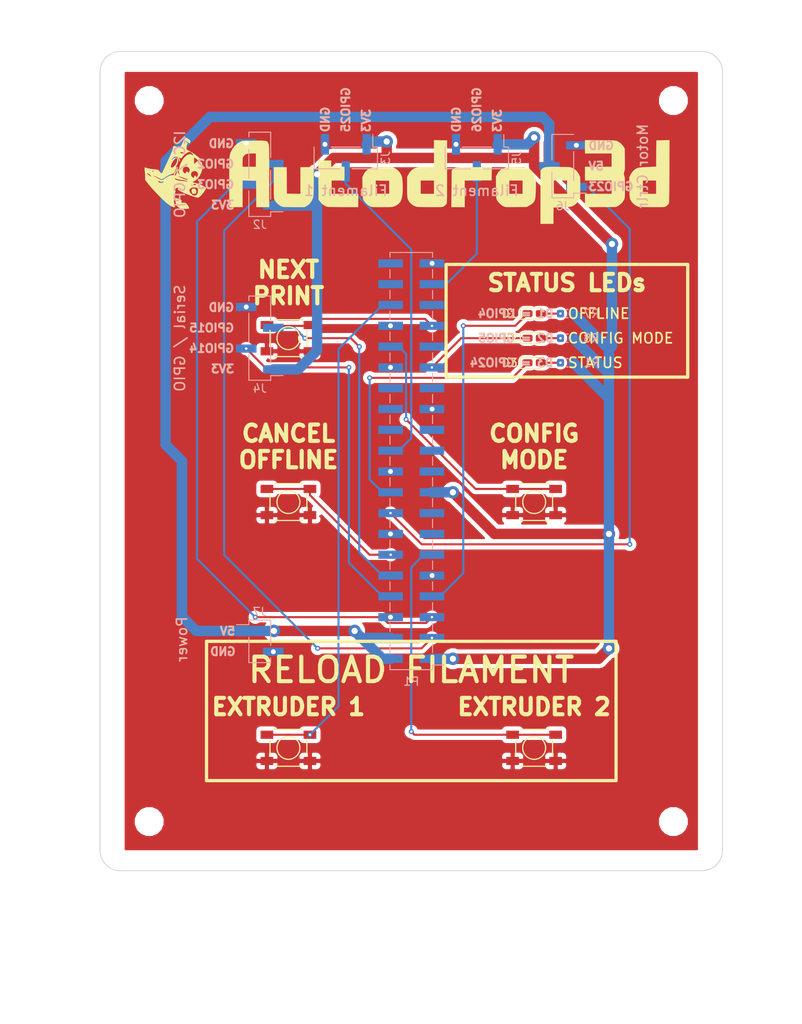
<source format=kicad_pcb>
(kicad_pcb (version 20171130) (host pcbnew "(5.0.2)-1")

  (general
    (thickness 1.6)
    (drawings 63)
    (tracks 201)
    (zones 0)
    (modules 23)
    (nets 35)
  )

  (page A3)
  (title_block
    (title "AD3D Cloud Connect Board")
    (date "15 nov 2012")
    (rev 1)
    (company Autodrop3d)
  )

  (layers
    (0 F.Cu jumper)
    (31 B.Cu signal)
    (32 B.Adhes user hide)
    (33 F.Adhes user hide)
    (34 B.Paste user hide)
    (35 F.Paste user hide)
    (36 B.SilkS user hide)
    (37 F.SilkS user hide)
    (38 B.Mask user hide)
    (39 F.Mask user hide)
    (40 Dwgs.User user)
    (41 Cmts.User user hide)
    (42 Eco1.User user hide)
    (43 Eco2.User user hide)
    (44 Edge.Cuts user)
    (45 Margin user)
    (46 B.CrtYd user hide)
    (47 F.CrtYd user hide)
    (48 B.Fab user hide)
    (49 F.Fab user hide)
  )

  (setup
    (last_trace_width 0.127)
    (user_trace_width 0.127)
    (user_trace_width 0.1778)
    (user_trace_width 0.254)
    (user_trace_width 0.508)
    (user_trace_width 0.762)
    (user_trace_width 1.016)
    (user_trace_width 1.27)
    (trace_clearance 0.127)
    (zone_clearance 0.508)
    (zone_45_only no)
    (trace_min 0.127)
    (segment_width 0.4)
    (edge_width 0.1)
    (via_size 0.9)
    (via_drill 0.6)
    (via_min_size 0.6)
    (via_min_drill 0.3)
    (user_via 0.6096 0.3048)
    (user_via 1.016 0.508)
    (user_via 1.524 0.762)
    (uvia_size 0.5)
    (uvia_drill 0.1)
    (uvias_allowed no)
    (uvia_min_size 0.5)
    (uvia_min_drill 0.1)
    (pcb_text_width 0.3)
    (pcb_text_size 1 1)
    (mod_edge_width 0.15)
    (mod_text_size 1 1)
    (mod_text_width 0.15)
    (pad_size 2.5 2.5)
    (pad_drill 2.5)
    (pad_to_mask_clearance 0)
    (solder_mask_min_width 0.25)
    (aux_axis_origin 207 139)
    (grid_origin 207 139)
    (visible_elements 7FFFFF7F)
    (pcbplotparams
      (layerselection 0x010f0_ffffffff)
      (usegerberextensions false)
      (usegerberattributes false)
      (usegerberadvancedattributes false)
      (creategerberjobfile false)
      (excludeedgelayer true)
      (linewidth 0.150000)
      (plotframeref false)
      (viasonmask false)
      (mode 1)
      (useauxorigin false)
      (hpglpennumber 1)
      (hpglpenspeed 20)
      (hpglpendiameter 15.000000)
      (psnegative false)
      (psa4output false)
      (plotreference true)
      (plotvalue true)
      (plotinvisibletext false)
      (padsonsilk false)
      (subtractmaskfromsilk false)
      (outputformat 1)
      (mirror false)
      (drillshape 0)
      (scaleselection 1)
      (outputdirectory ""))
  )

  (net 0 "")
  (net 1 +3V3)
  (net 2 +5V)
  (net 3 GND)
  (net 4 /ID_SD)
  (net 5 /ID_SC)
  (net 6 /GPIO5)
  (net 7 /GPIO6)
  (net 8 /GPIO26)
  (net 9 "/GPIO2(SDA1)")
  (net 10 "/GPIO3(SCL1)")
  (net 11 "/GPIO4(GCLK)")
  (net 12 "/GPIO14(TXD0)")
  (net 13 "/GPIO15(RXD0)")
  (net 14 "/GPIO17(GEN0)")
  (net 15 "/GPIO27(GEN2)")
  (net 16 "/GPIO22(GEN3)")
  (net 17 "/GPIO23(GEN4)")
  (net 18 "/GPIO24(GEN5)")
  (net 19 "/GPIO25(GEN6)")
  (net 20 "/GPIO18(GEN1)(PWM0)")
  (net 21 "/GPIO10(SPI0_MOSI)")
  (net 22 "/GPIO9(SPI0_MISO)")
  (net 23 "/GPIO11(SPI0_SCK)")
  (net 24 "/GPIO8(SPI0_CE_N)")
  (net 25 "/GPIO7(SPI1_CE_N)")
  (net 26 "/GPIO12(PWM0)")
  (net 27 "/GPIO13(PWM1)")
  (net 28 "/GPIO19(SPI1_MISO)")
  (net 29 /GPIO16)
  (net 30 "/GPIO20(SPI1_MOSI)")
  (net 31 "/GPIO21(SPI1_SCK)")
  (net 32 "Net-(D1-Pad2)")
  (net 33 "Net-(D2-Pad2)")
  (net 34 "Net-(D3-Pad2)")

  (net_class Default "This is the default net class."
    (clearance 0.127)
    (trace_width 0.127)
    (via_dia 0.9)
    (via_drill 0.6)
    (uvia_dia 0.5)
    (uvia_drill 0.1)
    (add_net +3V3)
    (add_net +5V)
    (add_net "/GPIO10(SPI0_MOSI)")
    (add_net "/GPIO11(SPI0_SCK)")
    (add_net "/GPIO12(PWM0)")
    (add_net "/GPIO13(PWM1)")
    (add_net "/GPIO14(TXD0)")
    (add_net "/GPIO15(RXD0)")
    (add_net /GPIO16)
    (add_net "/GPIO17(GEN0)")
    (add_net "/GPIO18(GEN1)(PWM0)")
    (add_net "/GPIO19(SPI1_MISO)")
    (add_net "/GPIO2(SDA1)")
    (add_net "/GPIO20(SPI1_MOSI)")
    (add_net "/GPIO21(SPI1_SCK)")
    (add_net "/GPIO22(GEN3)")
    (add_net "/GPIO23(GEN4)")
    (add_net "/GPIO24(GEN5)")
    (add_net "/GPIO25(GEN6)")
    (add_net /GPIO26)
    (add_net "/GPIO27(GEN2)")
    (add_net "/GPIO3(SCL1)")
    (add_net "/GPIO4(GCLK)")
    (add_net /GPIO5)
    (add_net /GPIO6)
    (add_net "/GPIO7(SPI1_CE_N)")
    (add_net "/GPIO8(SPI0_CE_N)")
    (add_net "/GPIO9(SPI0_MISO)")
    (add_net /ID_SC)
    (add_net /ID_SD)
    (add_net GND)
    (add_net "Net-(D1-Pad2)")
    (add_net "Net-(D2-Pad2)")
    (add_net "Net-(D3-Pad2)")
  )

  (net_class Power ""
    (clearance 0.127)
    (trace_width 0.254)
    (via_dia 1)
    (via_drill 0.7)
    (uvia_dia 0.5)
    (uvia_drill 0.1)
  )

  (module Diode_SMD:D_0603_1608Metric_Castellated (layer F.Cu) (tedit 5B301BBE) (tstamp 5D97E5DB)
    (at 222 121)
    (descr "Diode SMD 0603 (1608 Metric), castellated end terminal, IPC_7351 nominal, (Body size source: http://www.tortai-tech.com/upload/download/2011102023233369053.pdf), generated with kicad-footprint-generator")
    (tags "diode castellated")
    (path /5D7EBAB9)
    (attr smd)
    (fp_text reference D1 (at -3 0) (layer F.SilkS)
      (effects (font (size 1 1) (thickness 0.15)))
    )
    (fp_text value 150060RS75000 (at 0 1.38) (layer F.Fab)
      (effects (font (size 1 1) (thickness 0.15)))
    )
    (fp_text user %R (at 0 0) (layer F.Fab)
      (effects (font (size 0.4 0.4) (thickness 0.06)))
    )
    (fp_line (start 1.68 0.68) (end -1.68 0.68) (layer F.CrtYd) (width 0.05))
    (fp_line (start 1.68 -0.68) (end 1.68 0.68) (layer F.CrtYd) (width 0.05))
    (fp_line (start -1.68 -0.68) (end 1.68 -0.68) (layer F.CrtYd) (width 0.05))
    (fp_line (start -1.68 0.68) (end -1.68 -0.68) (layer F.CrtYd) (width 0.05))
    (fp_line (start -1.685 0.685) (end 0.8 0.685) (layer F.SilkS) (width 0.12))
    (fp_line (start -1.685 -0.685) (end -1.685 0.685) (layer F.SilkS) (width 0.12))
    (fp_line (start 0.8 -0.685) (end -1.685 -0.685) (layer F.SilkS) (width 0.12))
    (fp_line (start 0.8 0.4) (end 0.8 -0.4) (layer F.Fab) (width 0.1))
    (fp_line (start -0.8 0.4) (end 0.8 0.4) (layer F.Fab) (width 0.1))
    (fp_line (start -0.8 -0.1) (end -0.8 0.4) (layer F.Fab) (width 0.1))
    (fp_line (start -0.5 -0.4) (end -0.8 -0.1) (layer F.Fab) (width 0.1))
    (fp_line (start 0.8 -0.4) (end -0.5 -0.4) (layer F.Fab) (width 0.1))
    (pad 2 smd roundrect (at 0.8125 0) (size 1.225 0.85) (layers F.Cu F.Paste F.Mask) (roundrect_rratio 0.25)
      (net 32 "Net-(D1-Pad2)"))
    (pad 1 smd roundrect (at -0.8125 0) (size 1.225 0.85) (layers F.Cu F.Paste F.Mask) (roundrect_rratio 0.25)
      (net 11 "/GPIO4(GCLK)"))
    (model ${KISYS3DMOD}/Diode_SMD.3dshapes/D_0603_1608Metric_Castellated.wrl
      (at (xyz 0 0 0))
      (scale (xyz 1 1 1))
      (rotate (xyz 0 0 0))
    )
  )

  (module Diode_SMD:D_0603_1608Metric_Castellated (layer F.Cu) (tedit 5B301BBE) (tstamp 5D97E5EE)
    (at 222 124)
    (descr "Diode SMD 0603 (1608 Metric), castellated end terminal, IPC_7351 nominal, (Body size source: http://www.tortai-tech.com/upload/download/2011102023233369053.pdf), generated with kicad-footprint-generator")
    (tags "diode castellated")
    (path /5D7EBA0B)
    (attr smd)
    (fp_text reference D2 (at -3 0) (layer F.SilkS)
      (effects (font (size 1 1) (thickness 0.15)))
    )
    (fp_text value 150060VS75000 (at 0 1.38) (layer F.Fab)
      (effects (font (size 1 1) (thickness 0.15)))
    )
    (fp_line (start 0.8 -0.4) (end -0.5 -0.4) (layer F.Fab) (width 0.1))
    (fp_line (start -0.5 -0.4) (end -0.8 -0.1) (layer F.Fab) (width 0.1))
    (fp_line (start -0.8 -0.1) (end -0.8 0.4) (layer F.Fab) (width 0.1))
    (fp_line (start -0.8 0.4) (end 0.8 0.4) (layer F.Fab) (width 0.1))
    (fp_line (start 0.8 0.4) (end 0.8 -0.4) (layer F.Fab) (width 0.1))
    (fp_line (start 0.8 -0.685) (end -1.685 -0.685) (layer F.SilkS) (width 0.12))
    (fp_line (start -1.685 -0.685) (end -1.685 0.685) (layer F.SilkS) (width 0.12))
    (fp_line (start -1.685 0.685) (end 0.8 0.685) (layer F.SilkS) (width 0.12))
    (fp_line (start -1.68 0.68) (end -1.68 -0.68) (layer F.CrtYd) (width 0.05))
    (fp_line (start -1.68 -0.68) (end 1.68 -0.68) (layer F.CrtYd) (width 0.05))
    (fp_line (start 1.68 -0.68) (end 1.68 0.68) (layer F.CrtYd) (width 0.05))
    (fp_line (start 1.68 0.68) (end -1.68 0.68) (layer F.CrtYd) (width 0.05))
    (fp_text user %R (at 0 0) (layer F.Fab)
      (effects (font (size 0.4 0.4) (thickness 0.06)))
    )
    (pad 1 smd roundrect (at -0.8125 0) (size 1.225 0.85) (layers F.Cu F.Paste F.Mask) (roundrect_rratio 0.25)
      (net 6 /GPIO5))
    (pad 2 smd roundrect (at 0.8125 0) (size 1.225 0.85) (layers F.Cu F.Paste F.Mask) (roundrect_rratio 0.25)
      (net 33 "Net-(D2-Pad2)"))
    (model ${KISYS3DMOD}/Diode_SMD.3dshapes/D_0603_1608Metric_Castellated.wrl
      (at (xyz 0 0 0))
      (scale (xyz 1 1 1))
      (rotate (xyz 0 0 0))
    )
  )

  (module Diode_SMD:D_0603_1608Metric_Castellated (layer F.Cu) (tedit 5B301BBE) (tstamp 5DA516F7)
    (at 222 127)
    (descr "Diode SMD 0603 (1608 Metric), castellated end terminal, IPC_7351 nominal, (Body size source: http://www.tortai-tech.com/upload/download/2011102023233369053.pdf), generated with kicad-footprint-generator")
    (tags "diode castellated")
    (path /5D8274E0)
    (attr smd)
    (fp_text reference D3 (at -3 0) (layer F.SilkS)
      (effects (font (size 1 1) (thickness 0.15)))
    )
    (fp_text value 150060RS75000 (at 0 1.38) (layer F.Fab)
      (effects (font (size 1 1) (thickness 0.15)))
    )
    (fp_line (start 0.8 -0.4) (end -0.5 -0.4) (layer F.Fab) (width 0.1))
    (fp_line (start -0.5 -0.4) (end -0.8 -0.1) (layer F.Fab) (width 0.1))
    (fp_line (start -0.8 -0.1) (end -0.8 0.4) (layer F.Fab) (width 0.1))
    (fp_line (start -0.8 0.4) (end 0.8 0.4) (layer F.Fab) (width 0.1))
    (fp_line (start 0.8 0.4) (end 0.8 -0.4) (layer F.Fab) (width 0.1))
    (fp_line (start 0.8 -0.685) (end -1.685 -0.685) (layer F.SilkS) (width 0.12))
    (fp_line (start -1.685 -0.685) (end -1.685 0.685) (layer F.SilkS) (width 0.12))
    (fp_line (start -1.685 0.685) (end 0.8 0.685) (layer F.SilkS) (width 0.12))
    (fp_line (start -1.68 0.68) (end -1.68 -0.68) (layer F.CrtYd) (width 0.05))
    (fp_line (start -1.68 -0.68) (end 1.68 -0.68) (layer F.CrtYd) (width 0.05))
    (fp_line (start 1.68 -0.68) (end 1.68 0.68) (layer F.CrtYd) (width 0.05))
    (fp_line (start 1.68 0.68) (end -1.68 0.68) (layer F.CrtYd) (width 0.05))
    (fp_text user %R (at 0 0) (layer F.Fab)
      (effects (font (size 0.4 0.4) (thickness 0.06)))
    )
    (pad 1 smd roundrect (at -0.8125 0) (size 1.225 0.85) (layers F.Cu F.Paste F.Mask) (roundrect_rratio 0.25)
      (net 18 "/GPIO24(GEN5)"))
    (pad 2 smd roundrect (at 0.8125 0) (size 1.225 0.85) (layers F.Cu F.Paste F.Mask) (roundrect_rratio 0.25)
      (net 34 "Net-(D3-Pad2)"))
    (model ${KISYS3DMOD}/Diode_SMD.3dshapes/D_0603_1608Metric_Castellated.wrl
      (at (xyz 0 0 0))
      (scale (xyz 1 1 1))
      (rotate (xyz 0 0 0))
    )
  )

  (module Connector_PinHeader_2.54mm:PinHeader_1x04_P2.54mm_Vertical_SMD_Pin1Right (layer B.Cu) (tedit 59FED5CC) (tstamp 5D805FEE)
    (at 188.5 104)
    (descr "surface-mounted straight pin header, 1x04, 2.54mm pitch, single row, style 2 (pin 1 right)")
    (tags "Surface mounted pin header SMD 1x04 2.54mm single row style2 pin1 right")
    (path /5D476178)
    (attr smd)
    (fp_text reference J2 (at 0 6.14) (layer B.SilkS)
      (effects (font (size 1 1) (thickness 0.15)) (justify mirror))
    )
    (fp_text value Conn_01x04 (at 0 -6.14) (layer B.Fab)
      (effects (font (size 1 1) (thickness 0.15)) (justify mirror))
    )
    (fp_line (start 1.27 -5.08) (end -1.27 -5.08) (layer B.Fab) (width 0.1))
    (fp_line (start -1.27 5.08) (end 0.32 5.08) (layer B.Fab) (width 0.1))
    (fp_line (start 1.27 -5.08) (end 1.27 4.13) (layer B.Fab) (width 0.1))
    (fp_line (start 1.27 4.13) (end 0.32 5.08) (layer B.Fab) (width 0.1))
    (fp_line (start -1.27 5.08) (end -1.27 -5.08) (layer B.Fab) (width 0.1))
    (fp_line (start -1.27 1.59) (end -2.54 1.59) (layer B.Fab) (width 0.1))
    (fp_line (start -2.54 1.59) (end -2.54 0.95) (layer B.Fab) (width 0.1))
    (fp_line (start -2.54 0.95) (end -1.27 0.95) (layer B.Fab) (width 0.1))
    (fp_line (start -1.27 -3.49) (end -2.54 -3.49) (layer B.Fab) (width 0.1))
    (fp_line (start -2.54 -3.49) (end -2.54 -4.13) (layer B.Fab) (width 0.1))
    (fp_line (start -2.54 -4.13) (end -1.27 -4.13) (layer B.Fab) (width 0.1))
    (fp_line (start 1.27 4.13) (end 2.54 4.13) (layer B.Fab) (width 0.1))
    (fp_line (start 2.54 4.13) (end 2.54 3.49) (layer B.Fab) (width 0.1))
    (fp_line (start 2.54 3.49) (end 1.27 3.49) (layer B.Fab) (width 0.1))
    (fp_line (start 1.27 -0.95) (end 2.54 -0.95) (layer B.Fab) (width 0.1))
    (fp_line (start 2.54 -0.95) (end 2.54 -1.59) (layer B.Fab) (width 0.1))
    (fp_line (start 2.54 -1.59) (end 1.27 -1.59) (layer B.Fab) (width 0.1))
    (fp_line (start -1.33 5.14) (end 1.33 5.14) (layer B.SilkS) (width 0.12))
    (fp_line (start -1.33 -5.14) (end 1.33 -5.14) (layer B.SilkS) (width 0.12))
    (fp_line (start 1.33 3.05) (end 1.33 -0.51) (layer B.SilkS) (width 0.12))
    (fp_line (start 1.33 -2.03) (end 1.33 -5.14) (layer B.SilkS) (width 0.12))
    (fp_line (start -1.33 5.14) (end -1.33 2.03) (layer B.SilkS) (width 0.12))
    (fp_line (start 1.33 4.57) (end 2.85 4.57) (layer B.SilkS) (width 0.12))
    (fp_line (start 1.33 5.14) (end 1.33 4.57) (layer B.SilkS) (width 0.12))
    (fp_line (start -1.33 -4.57) (end -1.33 -5.14) (layer B.SilkS) (width 0.12))
    (fp_line (start -1.33 0.51) (end -1.33 -3.05) (layer B.SilkS) (width 0.12))
    (fp_line (start -3.45 5.6) (end -3.45 -5.6) (layer B.CrtYd) (width 0.05))
    (fp_line (start -3.45 -5.6) (end 3.45 -5.6) (layer B.CrtYd) (width 0.05))
    (fp_line (start 3.45 -5.6) (end 3.45 5.6) (layer B.CrtYd) (width 0.05))
    (fp_line (start 3.45 5.6) (end -3.45 5.6) (layer B.CrtYd) (width 0.05))
    (fp_text user %R (at 0 0 -90) (layer B.Fab)
      (effects (font (size 1 1) (thickness 0.15)) (justify mirror))
    )
    (pad 2 smd rect (at -1.655 1.27) (size 2.51 1) (layers B.Cu B.Paste B.Mask)
      (net 10 "/GPIO3(SCL1)"))
    (pad 4 smd rect (at -1.655 -3.81) (size 2.51 1) (layers B.Cu B.Paste B.Mask)
      (net 3 GND))
    (pad 1 smd rect (at 1.655 3.81) (size 2.51 1) (layers B.Cu B.Paste B.Mask)
      (net 1 +3V3))
    (pad 3 smd rect (at 1.655 -1.27) (size 2.51 1) (layers B.Cu B.Paste B.Mask)
      (net 9 "/GPIO2(SDA1)"))
    (model ${KISYS3DMOD}/Connector_PinHeader_2.54mm.3dshapes/PinHeader_1x04_P2.54mm_Vertical_SMD_Pin1Right.wrl
      (at (xyz 0 0 0))
      (scale (xyz 1 1 1))
      (rotate (xyz 0 0 0))
    )
  )

  (module Connector_PinHeader_2.54mm:PinHeader_1x03_P2.54mm_Vertical_SMD_Pin1Right (layer B.Cu) (tedit 59FED5CC) (tstamp 5D97E64A)
    (at 199 102 90)
    (descr "surface-mounted straight pin header, 1x03, 2.54mm pitch, single row, style 2 (pin 1 right)")
    (tags "Surface mounted pin header SMD 1x03 2.54mm single row style2 pin1 right")
    (path /5D48C89F)
    (attr smd)
    (fp_text reference J3 (at 0 4.87 90) (layer B.SilkS)
      (effects (font (size 1 1) (thickness 0.15)) (justify mirror))
    )
    (fp_text value Conn_01x03 (at 0 -4.87 90) (layer B.Fab)
      (effects (font (size 1 1) (thickness 0.15)) (justify mirror))
    )
    (fp_text user %R (at 0 0) (layer B.Fab)
      (effects (font (size 1 1) (thickness 0.15)) (justify mirror))
    )
    (fp_line (start 3.45 4.35) (end -3.45 4.35) (layer B.CrtYd) (width 0.05))
    (fp_line (start 3.45 -4.35) (end 3.45 4.35) (layer B.CrtYd) (width 0.05))
    (fp_line (start -3.45 -4.35) (end 3.45 -4.35) (layer B.CrtYd) (width 0.05))
    (fp_line (start -3.45 4.35) (end -3.45 -4.35) (layer B.CrtYd) (width 0.05))
    (fp_line (start -1.33 -0.76) (end -1.33 -3.87) (layer B.SilkS) (width 0.12))
    (fp_line (start -1.33 -3.3) (end -1.33 -3.87) (layer B.SilkS) (width 0.12))
    (fp_line (start 1.33 3.87) (end 1.33 3.3) (layer B.SilkS) (width 0.12))
    (fp_line (start 1.33 3.3) (end 2.85 3.3) (layer B.SilkS) (width 0.12))
    (fp_line (start -1.33 3.87) (end -1.33 0.76) (layer B.SilkS) (width 0.12))
    (fp_line (start 1.33 1.78) (end 1.33 -1.78) (layer B.SilkS) (width 0.12))
    (fp_line (start -1.33 -3.87) (end 1.33 -3.87) (layer B.SilkS) (width 0.12))
    (fp_line (start -1.33 3.87) (end 1.33 3.87) (layer B.SilkS) (width 0.12))
    (fp_line (start 2.54 -2.86) (end 1.27 -2.86) (layer B.Fab) (width 0.1))
    (fp_line (start 2.54 -2.22) (end 2.54 -2.86) (layer B.Fab) (width 0.1))
    (fp_line (start 1.27 -2.22) (end 2.54 -2.22) (layer B.Fab) (width 0.1))
    (fp_line (start 2.54 2.22) (end 1.27 2.22) (layer B.Fab) (width 0.1))
    (fp_line (start 2.54 2.86) (end 2.54 2.22) (layer B.Fab) (width 0.1))
    (fp_line (start 1.27 2.86) (end 2.54 2.86) (layer B.Fab) (width 0.1))
    (fp_line (start -2.54 -0.32) (end -1.27 -0.32) (layer B.Fab) (width 0.1))
    (fp_line (start -2.54 0.32) (end -2.54 -0.32) (layer B.Fab) (width 0.1))
    (fp_line (start -1.27 0.32) (end -2.54 0.32) (layer B.Fab) (width 0.1))
    (fp_line (start -1.27 3.81) (end -1.27 -3.81) (layer B.Fab) (width 0.1))
    (fp_line (start 1.27 2.86) (end 0.32 3.81) (layer B.Fab) (width 0.1))
    (fp_line (start 1.27 -3.81) (end 1.27 2.86) (layer B.Fab) (width 0.1))
    (fp_line (start -1.27 3.81) (end 0.32 3.81) (layer B.Fab) (width 0.1))
    (fp_line (start 1.27 -3.81) (end -1.27 -3.81) (layer B.Fab) (width 0.1))
    (pad 3 smd rect (at 1.655 -2.54 90) (size 2.51 1) (layers B.Cu B.Paste B.Mask)
      (net 3 GND))
    (pad 1 smd rect (at 1.655 2.54 90) (size 2.51 1) (layers B.Cu B.Paste B.Mask)
      (net 1 +3V3))
    (pad 2 smd rect (at -1.655 0 90) (size 2.51 1) (layers B.Cu B.Paste B.Mask)
      (net 19 "/GPIO25(GEN6)"))
    (model ${KISYS3DMOD}/Connector_PinHeader_2.54mm.3dshapes/PinHeader_1x03_P2.54mm_Vertical_SMD_Pin1Right.wrl
      (at (xyz 0 0 0))
      (scale (xyz 1 1 1))
      (rotate (xyz 0 0 0))
    )
  )

  (module Connector_PinHeader_2.54mm:PinHeader_1x04_P2.54mm_Vertical_SMD_Pin1Right (layer B.Cu) (tedit 59FED5CC) (tstamp 5D805F7C)
    (at 188.5 124)
    (descr "surface-mounted straight pin header, 1x04, 2.54mm pitch, single row, style 2 (pin 1 right)")
    (tags "Surface mounted pin header SMD 1x04 2.54mm single row style2 pin1 right")
    (path /5D34DA94)
    (attr smd)
    (fp_text reference J4 (at 0 6.14) (layer B.SilkS)
      (effects (font (size 1 1) (thickness 0.15)) (justify mirror))
    )
    (fp_text value Conn_01x04 (at 0 -6.14) (layer B.Fab)
      (effects (font (size 1 1) (thickness 0.15)) (justify mirror))
    )
    (fp_text user %R (at 0 0 -90) (layer B.Fab)
      (effects (font (size 1 1) (thickness 0.15)) (justify mirror))
    )
    (fp_line (start 3.45 5.6) (end -3.45 5.6) (layer B.CrtYd) (width 0.05))
    (fp_line (start 3.45 -5.6) (end 3.45 5.6) (layer B.CrtYd) (width 0.05))
    (fp_line (start -3.45 -5.6) (end 3.45 -5.6) (layer B.CrtYd) (width 0.05))
    (fp_line (start -3.45 5.6) (end -3.45 -5.6) (layer B.CrtYd) (width 0.05))
    (fp_line (start -1.33 0.51) (end -1.33 -3.05) (layer B.SilkS) (width 0.12))
    (fp_line (start -1.33 -4.57) (end -1.33 -5.14) (layer B.SilkS) (width 0.12))
    (fp_line (start 1.33 5.14) (end 1.33 4.57) (layer B.SilkS) (width 0.12))
    (fp_line (start 1.33 4.57) (end 2.85 4.57) (layer B.SilkS) (width 0.12))
    (fp_line (start -1.33 5.14) (end -1.33 2.03) (layer B.SilkS) (width 0.12))
    (fp_line (start 1.33 -2.03) (end 1.33 -5.14) (layer B.SilkS) (width 0.12))
    (fp_line (start 1.33 3.05) (end 1.33 -0.51) (layer B.SilkS) (width 0.12))
    (fp_line (start -1.33 -5.14) (end 1.33 -5.14) (layer B.SilkS) (width 0.12))
    (fp_line (start -1.33 5.14) (end 1.33 5.14) (layer B.SilkS) (width 0.12))
    (fp_line (start 2.54 -1.59) (end 1.27 -1.59) (layer B.Fab) (width 0.1))
    (fp_line (start 2.54 -0.95) (end 2.54 -1.59) (layer B.Fab) (width 0.1))
    (fp_line (start 1.27 -0.95) (end 2.54 -0.95) (layer B.Fab) (width 0.1))
    (fp_line (start 2.54 3.49) (end 1.27 3.49) (layer B.Fab) (width 0.1))
    (fp_line (start 2.54 4.13) (end 2.54 3.49) (layer B.Fab) (width 0.1))
    (fp_line (start 1.27 4.13) (end 2.54 4.13) (layer B.Fab) (width 0.1))
    (fp_line (start -2.54 -4.13) (end -1.27 -4.13) (layer B.Fab) (width 0.1))
    (fp_line (start -2.54 -3.49) (end -2.54 -4.13) (layer B.Fab) (width 0.1))
    (fp_line (start -1.27 -3.49) (end -2.54 -3.49) (layer B.Fab) (width 0.1))
    (fp_line (start -2.54 0.95) (end -1.27 0.95) (layer B.Fab) (width 0.1))
    (fp_line (start -2.54 1.59) (end -2.54 0.95) (layer B.Fab) (width 0.1))
    (fp_line (start -1.27 1.59) (end -2.54 1.59) (layer B.Fab) (width 0.1))
    (fp_line (start -1.27 5.08) (end -1.27 -5.08) (layer B.Fab) (width 0.1))
    (fp_line (start 1.27 4.13) (end 0.32 5.08) (layer B.Fab) (width 0.1))
    (fp_line (start 1.27 -5.08) (end 1.27 4.13) (layer B.Fab) (width 0.1))
    (fp_line (start -1.27 5.08) (end 0.32 5.08) (layer B.Fab) (width 0.1))
    (fp_line (start 1.27 -5.08) (end -1.27 -5.08) (layer B.Fab) (width 0.1))
    (pad 3 smd rect (at 1.655 -1.27) (size 2.51 1) (layers B.Cu B.Paste B.Mask)
      (net 13 "/GPIO15(RXD0)"))
    (pad 1 smd rect (at 1.655 3.81) (size 2.51 1) (layers B.Cu B.Paste B.Mask)
      (net 1 +3V3))
    (pad 4 smd rect (at -1.655 -3.81) (size 2.51 1) (layers B.Cu B.Paste B.Mask)
      (net 3 GND))
    (pad 2 smd rect (at -1.655 1.27) (size 2.51 1) (layers B.Cu B.Paste B.Mask)
      (net 12 "/GPIO14(TXD0)"))
    (model ${KISYS3DMOD}/Connector_PinHeader_2.54mm.3dshapes/PinHeader_1x04_P2.54mm_Vertical_SMD_Pin1Right.wrl
      (at (xyz 0 0 0))
      (scale (xyz 1 1 1))
      (rotate (xyz 0 0 0))
    )
  )

  (module Connector_PinHeader_2.54mm:PinHeader_1x03_P2.54mm_Vertical_SMD_Pin1Right (layer B.Cu) (tedit 59FED5CC) (tstamp 5D97E693)
    (at 215 102 90)
    (descr "surface-mounted straight pin header, 1x03, 2.54mm pitch, single row, style 2 (pin 1 right)")
    (tags "Surface mounted pin header SMD 1x03 2.54mm single row style2 pin1 right")
    (path /5D46EC29)
    (attr smd)
    (fp_text reference J5 (at 0 4.87 90) (layer B.SilkS)
      (effects (font (size 1 1) (thickness 0.15)) (justify mirror))
    )
    (fp_text value Conn_01x03 (at 0 -4.87 90) (layer B.Fab)
      (effects (font (size 1 1) (thickness 0.15)) (justify mirror))
    )
    (fp_line (start 1.27 -3.81) (end -1.27 -3.81) (layer B.Fab) (width 0.1))
    (fp_line (start -1.27 3.81) (end 0.32 3.81) (layer B.Fab) (width 0.1))
    (fp_line (start 1.27 -3.81) (end 1.27 2.86) (layer B.Fab) (width 0.1))
    (fp_line (start 1.27 2.86) (end 0.32 3.81) (layer B.Fab) (width 0.1))
    (fp_line (start -1.27 3.81) (end -1.27 -3.81) (layer B.Fab) (width 0.1))
    (fp_line (start -1.27 0.32) (end -2.54 0.32) (layer B.Fab) (width 0.1))
    (fp_line (start -2.54 0.32) (end -2.54 -0.32) (layer B.Fab) (width 0.1))
    (fp_line (start -2.54 -0.32) (end -1.27 -0.32) (layer B.Fab) (width 0.1))
    (fp_line (start 1.27 2.86) (end 2.54 2.86) (layer B.Fab) (width 0.1))
    (fp_line (start 2.54 2.86) (end 2.54 2.22) (layer B.Fab) (width 0.1))
    (fp_line (start 2.54 2.22) (end 1.27 2.22) (layer B.Fab) (width 0.1))
    (fp_line (start 1.27 -2.22) (end 2.54 -2.22) (layer B.Fab) (width 0.1))
    (fp_line (start 2.54 -2.22) (end 2.54 -2.86) (layer B.Fab) (width 0.1))
    (fp_line (start 2.54 -2.86) (end 1.27 -2.86) (layer B.Fab) (width 0.1))
    (fp_line (start -1.33 3.87) (end 1.33 3.87) (layer B.SilkS) (width 0.12))
    (fp_line (start -1.33 -3.87) (end 1.33 -3.87) (layer B.SilkS) (width 0.12))
    (fp_line (start 1.33 1.78) (end 1.33 -1.78) (layer B.SilkS) (width 0.12))
    (fp_line (start -1.33 3.87) (end -1.33 0.76) (layer B.SilkS) (width 0.12))
    (fp_line (start 1.33 3.3) (end 2.85 3.3) (layer B.SilkS) (width 0.12))
    (fp_line (start 1.33 3.87) (end 1.33 3.3) (layer B.SilkS) (width 0.12))
    (fp_line (start -1.33 -3.3) (end -1.33 -3.87) (layer B.SilkS) (width 0.12))
    (fp_line (start -1.33 -0.76) (end -1.33 -3.87) (layer B.SilkS) (width 0.12))
    (fp_line (start -3.45 4.35) (end -3.45 -4.35) (layer B.CrtYd) (width 0.05))
    (fp_line (start -3.45 -4.35) (end 3.45 -4.35) (layer B.CrtYd) (width 0.05))
    (fp_line (start 3.45 -4.35) (end 3.45 4.35) (layer B.CrtYd) (width 0.05))
    (fp_line (start 3.45 4.35) (end -3.45 4.35) (layer B.CrtYd) (width 0.05))
    (fp_text user %R (at 0 0) (layer B.Fab)
      (effects (font (size 1 1) (thickness 0.15)) (justify mirror))
    )
    (pad 2 smd rect (at -1.655 0 90) (size 2.51 1) (layers B.Cu B.Paste B.Mask)
      (net 8 /GPIO26))
    (pad 1 smd rect (at 1.655 2.54 90) (size 2.51 1) (layers B.Cu B.Paste B.Mask)
      (net 1 +3V3))
    (pad 3 smd rect (at 1.655 -2.54 90) (size 2.51 1) (layers B.Cu B.Paste B.Mask)
      (net 3 GND))
    (model ${KISYS3DMOD}/Connector_PinHeader_2.54mm.3dshapes/PinHeader_1x03_P2.54mm_Vertical_SMD_Pin1Right.wrl
      (at (xyz 0 0 0))
      (scale (xyz 1 1 1))
      (rotate (xyz 0 0 0))
    )
  )

  (module Connector_PinHeader_2.54mm:PinHeader_1x03_P2.54mm_Vertical_SMD_Pin1Right (layer B.Cu) (tedit 59FED5CC) (tstamp 5D8061F0)
    (at 225.5 103)
    (descr "surface-mounted straight pin header, 1x03, 2.54mm pitch, single row, style 2 (pin 1 right)")
    (tags "Surface mounted pin header SMD 1x03 2.54mm single row style2 pin1 right")
    (path /5D45856D)
    (attr smd)
    (fp_text reference J6 (at 0 4.87) (layer B.SilkS)
      (effects (font (size 1 1) (thickness 0.15)) (justify mirror))
    )
    (fp_text value Conn_01x03 (at 0 -4.87) (layer B.Fab)
      (effects (font (size 1 1) (thickness 0.15)) (justify mirror))
    )
    (fp_line (start 1.27 -3.81) (end -1.27 -3.81) (layer B.Fab) (width 0.1))
    (fp_line (start -1.27 3.81) (end 0.32 3.81) (layer B.Fab) (width 0.1))
    (fp_line (start 1.27 -3.81) (end 1.27 2.86) (layer B.Fab) (width 0.1))
    (fp_line (start 1.27 2.86) (end 0.32 3.81) (layer B.Fab) (width 0.1))
    (fp_line (start -1.27 3.81) (end -1.27 -3.81) (layer B.Fab) (width 0.1))
    (fp_line (start -1.27 0.32) (end -2.54 0.32) (layer B.Fab) (width 0.1))
    (fp_line (start -2.54 0.32) (end -2.54 -0.32) (layer B.Fab) (width 0.1))
    (fp_line (start -2.54 -0.32) (end -1.27 -0.32) (layer B.Fab) (width 0.1))
    (fp_line (start 1.27 2.86) (end 2.54 2.86) (layer B.Fab) (width 0.1))
    (fp_line (start 2.54 2.86) (end 2.54 2.22) (layer B.Fab) (width 0.1))
    (fp_line (start 2.54 2.22) (end 1.27 2.22) (layer B.Fab) (width 0.1))
    (fp_line (start 1.27 -2.22) (end 2.54 -2.22) (layer B.Fab) (width 0.1))
    (fp_line (start 2.54 -2.22) (end 2.54 -2.86) (layer B.Fab) (width 0.1))
    (fp_line (start 2.54 -2.86) (end 1.27 -2.86) (layer B.Fab) (width 0.1))
    (fp_line (start -1.33 3.87) (end 1.33 3.87) (layer B.SilkS) (width 0.12))
    (fp_line (start -1.33 -3.87) (end 1.33 -3.87) (layer B.SilkS) (width 0.12))
    (fp_line (start 1.33 1.78) (end 1.33 -1.78) (layer B.SilkS) (width 0.12))
    (fp_line (start -1.33 3.87) (end -1.33 0.76) (layer B.SilkS) (width 0.12))
    (fp_line (start 1.33 3.3) (end 2.85 3.3) (layer B.SilkS) (width 0.12))
    (fp_line (start 1.33 3.87) (end 1.33 3.3) (layer B.SilkS) (width 0.12))
    (fp_line (start -1.33 -3.3) (end -1.33 -3.87) (layer B.SilkS) (width 0.12))
    (fp_line (start -1.33 -0.76) (end -1.33 -3.87) (layer B.SilkS) (width 0.12))
    (fp_line (start -3.45 4.35) (end -3.45 -4.35) (layer B.CrtYd) (width 0.05))
    (fp_line (start -3.45 -4.35) (end 3.45 -4.35) (layer B.CrtYd) (width 0.05))
    (fp_line (start 3.45 -4.35) (end 3.45 4.35) (layer B.CrtYd) (width 0.05))
    (fp_line (start 3.45 4.35) (end -3.45 4.35) (layer B.CrtYd) (width 0.05))
    (fp_text user %R (at 0 0 -90) (layer B.Fab)
      (effects (font (size 1 1) (thickness 0.15)) (justify mirror))
    )
    (pad 2 smd rect (at -1.655 0) (size 2.51 1) (layers B.Cu B.Paste B.Mask)
      (net 2 +5V))
    (pad 1 smd rect (at 1.655 2.54) (size 2.51 1) (layers B.Cu B.Paste B.Mask)
      (net 17 "/GPIO23(GEN4)"))
    (pad 3 smd rect (at 1.655 -2.54) (size 2.51 1) (layers B.Cu B.Paste B.Mask)
      (net 3 GND))
    (model ${KISYS3DMOD}/Connector_PinHeader_2.54mm.3dshapes/PinHeader_1x03_P2.54mm_Vertical_SMD_Pin1Right.wrl
      (at (xyz 0 0 0))
      (scale (xyz 1 1 1))
      (rotate (xyz 0 0 0))
    )
  )

  (module Connector_PinHeader_2.54mm:PinHeader_1x02_P2.54mm_Vertical_SMD_Pin1Right (layer B.Cu) (tedit 59FED5CC) (tstamp 5D97E6D2)
    (at 188.5 161 180)
    (descr "surface-mounted straight pin header, 1x02, 2.54mm pitch, single row, style 2 (pin 1 right)")
    (tags "Surface mounted pin header SMD 1x02 2.54mm single row style2 pin1 right")
    (path /5D81526C)
    (attr smd)
    (fp_text reference J7 (at 0 3.6 180) (layer B.SilkS)
      (effects (font (size 1 1) (thickness 0.15)) (justify mirror))
    )
    (fp_text value Conn_01x02 (at 0 -3.6 180) (layer B.Fab)
      (effects (font (size 1 1) (thickness 0.15)) (justify mirror))
    )
    (fp_line (start 1.27 -2.54) (end -1.27 -2.54) (layer B.Fab) (width 0.1))
    (fp_line (start -1.27 2.54) (end 0.32 2.54) (layer B.Fab) (width 0.1))
    (fp_line (start 1.27 -2.54) (end 1.27 1.59) (layer B.Fab) (width 0.1))
    (fp_line (start 1.27 1.59) (end 0.32 2.54) (layer B.Fab) (width 0.1))
    (fp_line (start -1.27 2.54) (end -1.27 -2.54) (layer B.Fab) (width 0.1))
    (fp_line (start -1.27 -0.95) (end -2.54 -0.95) (layer B.Fab) (width 0.1))
    (fp_line (start -2.54 -0.95) (end -2.54 -1.59) (layer B.Fab) (width 0.1))
    (fp_line (start -2.54 -1.59) (end -1.27 -1.59) (layer B.Fab) (width 0.1))
    (fp_line (start 1.27 1.59) (end 2.54 1.59) (layer B.Fab) (width 0.1))
    (fp_line (start 2.54 1.59) (end 2.54 0.95) (layer B.Fab) (width 0.1))
    (fp_line (start 2.54 0.95) (end 1.27 0.95) (layer B.Fab) (width 0.1))
    (fp_line (start -1.33 2.6) (end 1.33 2.6) (layer B.SilkS) (width 0.12))
    (fp_line (start -1.33 -2.6) (end 1.33 -2.6) (layer B.SilkS) (width 0.12))
    (fp_line (start 1.33 0.51) (end 1.33 -2.6) (layer B.SilkS) (width 0.12))
    (fp_line (start -1.33 2.6) (end -1.33 -0.51) (layer B.SilkS) (width 0.12))
    (fp_line (start 1.33 2.03) (end 2.85 2.03) (layer B.SilkS) (width 0.12))
    (fp_line (start 1.33 2.6) (end 1.33 2.03) (layer B.SilkS) (width 0.12))
    (fp_line (start -1.33 -2.03) (end -1.33 -2.6) (layer B.SilkS) (width 0.12))
    (fp_line (start -3.45 3.05) (end -3.45 -3.05) (layer B.CrtYd) (width 0.05))
    (fp_line (start -3.45 -3.05) (end 3.45 -3.05) (layer B.CrtYd) (width 0.05))
    (fp_line (start 3.45 -3.05) (end 3.45 3.05) (layer B.CrtYd) (width 0.05))
    (fp_line (start 3.45 3.05) (end -3.45 3.05) (layer B.CrtYd) (width 0.05))
    (fp_text user %R (at 0 0 90) (layer B.Fab)
      (effects (font (size 1 1) (thickness 0.15)) (justify mirror))
    )
    (pad 2 smd rect (at -1.655 -1.27 180) (size 2.51 1) (layers B.Cu B.Paste B.Mask)
      (net 3 GND))
    (pad 1 smd rect (at 1.655 1.27 180) (size 2.51 1) (layers B.Cu B.Paste B.Mask)
      (net 2 +5V))
    (model ${KISYS3DMOD}/Connector_PinHeader_2.54mm.3dshapes/PinHeader_1x02_P2.54mm_Vertical_SMD_Pin1Right.wrl
      (at (xyz 0 0 0))
      (scale (xyz 1 1 1))
      (rotate (xyz 0 0 0))
    )
  )

  (module MountingHole:MountingHole_2.5mm (layer F.Cu) (tedit 5D8013B8) (tstamp 5D97E6DA)
    (at 175 95)
    (descr "Mounting Hole 2.5mm, no annular")
    (tags "mounting hole 2.5mm no annular")
    (path /5834FB2E)
    (attr virtual)
    (fp_text reference MK1 (at 0 -3.5) (layer F.SilkS) hide
      (effects (font (size 1 1) (thickness 0.15)))
    )
    (fp_text value M2.5 (at 0 3.5) (layer F.Fab)
      (effects (font (size 1 1) (thickness 0.15)))
    )
    (fp_circle (center 0 0) (end 2.75 0) (layer F.CrtYd) (width 0.05))
    (fp_circle (center 0 0) (end 2.5 0) (layer Cmts.User) (width 0.15))
    (fp_text user %R (at 0.3 0) (layer F.Fab)
      (effects (font (size 1 1) (thickness 0.15)))
    )
    (pad 1 np_thru_hole circle (at 0 0) (size 2.5 2.5) (drill 2.5) (layers *.Cu *.Mask))
  )

  (module MountingHole:MountingHole_2.5mm (layer F.Cu) (tedit 5D8013C0) (tstamp 5D97E6E2)
    (at 239 95)
    (descr "Mounting Hole 2.5mm, no annular")
    (tags "mounting hole 2.5mm no annular")
    (path /5834FBEF)
    (attr virtual)
    (fp_text reference MK2 (at 0 -3.5) (layer F.SilkS) hide
      (effects (font (size 1 1) (thickness 0.15)))
    )
    (fp_text value M2.5 (at 0 3.5) (layer F.Fab)
      (effects (font (size 1 1) (thickness 0.15)))
    )
    (fp_text user %R (at 0.3 0) (layer F.Fab)
      (effects (font (size 1 1) (thickness 0.15)))
    )
    (fp_circle (center 0 0) (end 2.5 0) (layer Cmts.User) (width 0.15))
    (fp_circle (center 0 0) (end 2.75 0) (layer F.CrtYd) (width 0.05))
    (pad 1 np_thru_hole circle (at 0 0) (size 2.5 2.5) (drill 2.5) (layers *.Cu *.Mask))
  )

  (module MountingHole:MountingHole_2.5mm (layer F.Cu) (tedit 5D8013AD) (tstamp 5D97E6EA)
    (at 175 183)
    (descr "Mounting Hole 2.5mm, no annular")
    (tags "mounting hole 2.5mm no annular")
    (path /5834FC19)
    (attr virtual)
    (fp_text reference MK3 (at 0 -3.5) (layer F.SilkS) hide
      (effects (font (size 1 1) (thickness 0.15)))
    )
    (fp_text value M2.5 (at 0 3.5) (layer F.Fab)
      (effects (font (size 1 1) (thickness 0.15)))
    )
    (fp_circle (center 0 0) (end 2.75 0) (layer F.CrtYd) (width 0.05))
    (fp_circle (center 0 0) (end 2.5 0) (layer Cmts.User) (width 0.15))
    (fp_text user %R (at 0.3 0) (layer F.Fab)
      (effects (font (size 1 1) (thickness 0.15)))
    )
    (pad 1 np_thru_hole circle (at 0 0) (size 2.5 2.5) (drill 2.5) (layers *.Cu *.Mask))
  )

  (module MountingHole:MountingHole_2.5mm (layer F.Cu) (tedit 5D8013B2) (tstamp 5D97E6F2)
    (at 239 183)
    (descr "Mounting Hole 2.5mm, no annular")
    (tags "mounting hole 2.5mm no annular")
    (path /5834FC4F)
    (attr virtual)
    (fp_text reference MK4 (at 0 -3.5) (layer F.SilkS) hide
      (effects (font (size 1 1) (thickness 0.15)))
    )
    (fp_text value M2.5 (at 0 3.5) (layer F.Fab)
      (effects (font (size 1 1) (thickness 0.15)))
    )
    (fp_text user %R (at 0.3 0) (layer F.Fab)
      (effects (font (size 1 1) (thickness 0.15)))
    )
    (fp_circle (center 0 0) (end 2.5 0) (layer Cmts.User) (width 0.15))
    (fp_circle (center 0 0) (end 2.75 0) (layer F.CrtYd) (width 0.05))
    (pad 1 np_thru_hole circle (at 0 0) (size 2.5 2.5) (drill 2.5) (layers *.Cu *.Mask))
  )

  (module Resistor_SMD:R_0603_1608Metric (layer B.Cu) (tedit 5B301BBD) (tstamp 5D97E703)
    (at 226 127)
    (descr "Resistor SMD 0603 (1608 Metric), square (rectangular) end terminal, IPC_7351 nominal, (Body size source: http://www.tortai-tech.com/upload/download/2011102023233369053.pdf), generated with kicad-footprint-generator")
    (tags resistor)
    (path /5D8274D0)
    (attr smd)
    (fp_text reference R1 (at 3 0) (layer B.SilkS)
      (effects (font (size 1 1) (thickness 0.15)) (justify mirror))
    )
    (fp_text value "82 OHM 5%" (at 0 -1.43) (layer B.Fab)
      (effects (font (size 1 1) (thickness 0.15)) (justify mirror))
    )
    (fp_line (start -0.8 -0.4) (end -0.8 0.4) (layer B.Fab) (width 0.1))
    (fp_line (start -0.8 0.4) (end 0.8 0.4) (layer B.Fab) (width 0.1))
    (fp_line (start 0.8 0.4) (end 0.8 -0.4) (layer B.Fab) (width 0.1))
    (fp_line (start 0.8 -0.4) (end -0.8 -0.4) (layer B.Fab) (width 0.1))
    (fp_line (start -0.162779 0.51) (end 0.162779 0.51) (layer B.SilkS) (width 0.12))
    (fp_line (start -0.162779 -0.51) (end 0.162779 -0.51) (layer B.SilkS) (width 0.12))
    (fp_line (start -1.48 -0.73) (end -1.48 0.73) (layer B.CrtYd) (width 0.05))
    (fp_line (start -1.48 0.73) (end 1.48 0.73) (layer B.CrtYd) (width 0.05))
    (fp_line (start 1.48 0.73) (end 1.48 -0.73) (layer B.CrtYd) (width 0.05))
    (fp_line (start 1.48 -0.73) (end -1.48 -0.73) (layer B.CrtYd) (width 0.05))
    (fp_text user %R (at 0 0) (layer B.Fab)
      (effects (font (size 0.4 0.4) (thickness 0.06)) (justify mirror))
    )
    (pad 1 smd roundrect (at -0.7875 0) (size 0.875 0.95) (layers B.Cu B.Paste B.Mask) (roundrect_rratio 0.25)
      (net 34 "Net-(D3-Pad2)"))
    (pad 2 smd roundrect (at 0.7875 0) (size 0.875 0.95) (layers B.Cu B.Paste B.Mask) (roundrect_rratio 0.25)
      (net 1 +3V3))
    (model ${KISYS3DMOD}/Resistor_SMD.3dshapes/R_0603_1608Metric.wrl
      (at (xyz 0 0 0))
      (scale (xyz 1 1 1))
      (rotate (xyz 0 0 0))
    )
  )

  (module Resistor_SMD:R_0603_1608Metric (layer B.Cu) (tedit 5B301BBD) (tstamp 5D97E714)
    (at 226 121)
    (descr "Resistor SMD 0603 (1608 Metric), square (rectangular) end terminal, IPC_7351 nominal, (Body size source: http://www.tortai-tech.com/upload/download/2011102023233369053.pdf), generated with kicad-footprint-generator")
    (tags resistor)
    (path /5D6D5CE4)
    (attr smd)
    (fp_text reference R7 (at 3 0) (layer B.SilkS)
      (effects (font (size 1 1) (thickness 0.15)) (justify mirror))
    )
    (fp_text value "82 OHM 5%" (at 0 -1.43) (layer B.Fab)
      (effects (font (size 1 1) (thickness 0.15)) (justify mirror))
    )
    (fp_line (start -0.8 -0.4) (end -0.8 0.4) (layer B.Fab) (width 0.1))
    (fp_line (start -0.8 0.4) (end 0.8 0.4) (layer B.Fab) (width 0.1))
    (fp_line (start 0.8 0.4) (end 0.8 -0.4) (layer B.Fab) (width 0.1))
    (fp_line (start 0.8 -0.4) (end -0.8 -0.4) (layer B.Fab) (width 0.1))
    (fp_line (start -0.162779 0.51) (end 0.162779 0.51) (layer B.SilkS) (width 0.12))
    (fp_line (start -0.162779 -0.51) (end 0.162779 -0.51) (layer B.SilkS) (width 0.12))
    (fp_line (start -1.48 -0.73) (end -1.48 0.73) (layer B.CrtYd) (width 0.05))
    (fp_line (start -1.48 0.73) (end 1.48 0.73) (layer B.CrtYd) (width 0.05))
    (fp_line (start 1.48 0.73) (end 1.48 -0.73) (layer B.CrtYd) (width 0.05))
    (fp_line (start 1.48 -0.73) (end -1.48 -0.73) (layer B.CrtYd) (width 0.05))
    (fp_text user %R (at 0 0) (layer B.Fab)
      (effects (font (size 0.4 0.4) (thickness 0.06)) (justify mirror))
    )
    (pad 1 smd roundrect (at -0.7875 0) (size 0.875 0.95) (layers B.Cu B.Paste B.Mask) (roundrect_rratio 0.25)
      (net 32 "Net-(D1-Pad2)"))
    (pad 2 smd roundrect (at 0.7875 0) (size 0.875 0.95) (layers B.Cu B.Paste B.Mask) (roundrect_rratio 0.25)
      (net 1 +3V3))
    (model ${KISYS3DMOD}/Resistor_SMD.3dshapes/R_0603_1608Metric.wrl
      (at (xyz 0 0 0))
      (scale (xyz 1 1 1))
      (rotate (xyz 0 0 0))
    )
  )

  (module Resistor_SMD:R_0603_1608Metric (layer B.Cu) (tedit 5B301BBD) (tstamp 5D97E725)
    (at 226 124 180)
    (descr "Resistor SMD 0603 (1608 Metric), square (rectangular) end terminal, IPC_7351 nominal, (Body size source: http://www.tortai-tech.com/upload/download/2011102023233369053.pdf), generated with kicad-footprint-generator")
    (tags resistor)
    (path /5D6D5C78)
    (attr smd)
    (fp_text reference R8 (at -3 0 180) (layer B.SilkS)
      (effects (font (size 1 1) (thickness 0.15)) (justify mirror))
    )
    (fp_text value "68 OHM 5%" (at 0 -1.43 180) (layer B.Fab)
      (effects (font (size 1 1) (thickness 0.15)) (justify mirror))
    )
    (fp_text user %R (at 0 0 180) (layer B.Fab)
      (effects (font (size 0.4 0.4) (thickness 0.06)) (justify mirror))
    )
    (fp_line (start 1.48 -0.73) (end -1.48 -0.73) (layer B.CrtYd) (width 0.05))
    (fp_line (start 1.48 0.73) (end 1.48 -0.73) (layer B.CrtYd) (width 0.05))
    (fp_line (start -1.48 0.73) (end 1.48 0.73) (layer B.CrtYd) (width 0.05))
    (fp_line (start -1.48 -0.73) (end -1.48 0.73) (layer B.CrtYd) (width 0.05))
    (fp_line (start -0.162779 -0.51) (end 0.162779 -0.51) (layer B.SilkS) (width 0.12))
    (fp_line (start -0.162779 0.51) (end 0.162779 0.51) (layer B.SilkS) (width 0.12))
    (fp_line (start 0.8 -0.4) (end -0.8 -0.4) (layer B.Fab) (width 0.1))
    (fp_line (start 0.8 0.4) (end 0.8 -0.4) (layer B.Fab) (width 0.1))
    (fp_line (start -0.8 0.4) (end 0.8 0.4) (layer B.Fab) (width 0.1))
    (fp_line (start -0.8 -0.4) (end -0.8 0.4) (layer B.Fab) (width 0.1))
    (pad 2 smd roundrect (at 0.7875 0 180) (size 0.875 0.95) (layers B.Cu B.Paste B.Mask) (roundrect_rratio 0.25)
      (net 33 "Net-(D2-Pad2)"))
    (pad 1 smd roundrect (at -0.7875 0 180) (size 0.875 0.95) (layers B.Cu B.Paste B.Mask) (roundrect_rratio 0.25)
      (net 1 +3V3))
    (model ${KISYS3DMOD}/Resistor_SMD.3dshapes/R_0603_1608Metric.wrl
      (at (xyz 0 0 0))
      (scale (xyz 1 1 1))
      (rotate (xyz 0 0 0))
    )
  )

  (module "AD3D custom footprints:SW_SPST_PTS647" (layer F.Cu) (tedit 5D7FEB4E) (tstamp 5DA51651)
    (at 192 174)
    (descr "C&K Components SPST SMD PTS645 Series 6mm Tact Switch")
    (tags "SPST Button Switch")
    (path /5D80367E)
    (attr smd)
    (fp_text reference SW1 (at 0 -4.05) (layer F.SilkS) hide
      (effects (font (size 1 1) (thickness 0.15)))
    )
    (fp_text value Config (at 0 4.15) (layer F.Fab)
      (effects (font (size 1 1) (thickness 0.15)))
    )
    (fp_text user %R (at 0 -4.05) (layer F.Fab)
      (effects (font (size 1 1) (thickness 0.15)))
    )
    (fp_line (start 3.6 2.6) (end 3.6 -2.6) (layer F.CrtYd) (width 0.05))
    (fp_line (start -3.6 -2.6) (end -3.6 2.6) (layer F.CrtYd) (width 0.05))
    (fp_line (start -3.6 2.6) (end 3.6 2.6) (layer F.CrtYd) (width 0.05))
    (fp_line (start -3.6 -2.6) (end 3.6 -2.6) (layer F.CrtYd) (width 0.05))
    (fp_circle (center 0 0) (end 1.4 0) (layer F.SilkS) (width 0.15))
    (fp_line (start -2.25 -0.95) (end -2.25 0.95) (layer F.SilkS) (width 0.15))
    (fp_line (start 2.25 -0.95) (end 2.25 0.95) (layer F.SilkS) (width 0.15))
    (fp_line (start -1.7 -2.25) (end 1.7 -2.25) (layer F.SilkS) (width 0.15))
    (fp_line (start -1.7 2.25) (end 1.7 2.25) (layer F.SilkS) (width 0.15))
    (pad 1 smd rect (at -2.625 -1.6) (size 1.55 1) (layers F.Cu F.Paste F.Mask)
      (net 29 /GPIO16))
    (pad 2 smd rect (at 2.625 -1.6) (size 1.55 1) (layers F.Cu F.Paste F.Mask)
      (net 29 /GPIO16))
    (pad 3 smd rect (at -2.625 1.6) (size 1.55 1) (layers F.Cu F.Paste F.Mask)
      (net 3 GND))
    (pad 4 smd rect (at 2.625 1.6) (size 1.55 1) (layers F.Cu F.Paste F.Mask)
      (net 3 GND))
    (model ${KISYS3DMOD}/Button_Switch_SMD.3dshapes/SW_SPST_PTS645.wrl
      (at (xyz 0 0 0))
      (scale (xyz 1 1 1))
      (rotate (xyz 0 0 0))
    )
  )

  (module "AD3D custom footprints:SW_SPST_PTS647" (layer F.Cu) (tedit 5D7FEB54) (tstamp 5D97E749)
    (at 222 174)
    (descr "C&K Components SPST SMD PTS645 Series 6mm Tact Switch")
    (tags "SPST Button Switch")
    (path /5D8036F4)
    (attr smd)
    (fp_text reference SW2 (at 0 -4.05) (layer F.SilkS) hide
      (effects (font (size 1 1) (thickness 0.15)))
    )
    (fp_text value Cancel/Offline (at 0 4.15) (layer F.Fab)
      (effects (font (size 1 1) (thickness 0.15)))
    )
    (fp_line (start -1.7 2.25) (end 1.7 2.25) (layer F.SilkS) (width 0.15))
    (fp_line (start -1.7 -2.25) (end 1.7 -2.25) (layer F.SilkS) (width 0.15))
    (fp_line (start 2.25 -0.95) (end 2.25 0.95) (layer F.SilkS) (width 0.15))
    (fp_line (start -2.25 -0.95) (end -2.25 0.95) (layer F.SilkS) (width 0.15))
    (fp_circle (center 0 0) (end 1.4 0) (layer F.SilkS) (width 0.15))
    (fp_line (start -3.6 -2.6) (end 3.6 -2.6) (layer F.CrtYd) (width 0.05))
    (fp_line (start -3.6 2.6) (end 3.6 2.6) (layer F.CrtYd) (width 0.05))
    (fp_line (start -3.6 -2.6) (end -3.6 2.6) (layer F.CrtYd) (width 0.05))
    (fp_line (start 3.6 2.6) (end 3.6 -2.6) (layer F.CrtYd) (width 0.05))
    (fp_text user %R (at 0 -4.05) (layer F.Fab)
      (effects (font (size 1 1) (thickness 0.15)))
    )
    (pad 4 smd rect (at 2.625 1.6) (size 1.55 1) (layers F.Cu F.Paste F.Mask)
      (net 3 GND))
    (pad 3 smd rect (at -2.625 1.6) (size 1.55 1) (layers F.Cu F.Paste F.Mask)
      (net 3 GND))
    (pad 2 smd rect (at 2.625 -1.6) (size 1.55 1) (layers F.Cu F.Paste F.Mask)
      (net 14 "/GPIO17(GEN0)"))
    (pad 1 smd rect (at -2.625 -1.6) (size 1.55 1) (layers F.Cu F.Paste F.Mask)
      (net 14 "/GPIO17(GEN0)"))
    (model ${KISYS3DMOD}/Button_Switch_SMD.3dshapes/SW_SPST_PTS645.wrl
      (at (xyz 0 0 0))
      (scale (xyz 1 1 1))
      (rotate (xyz 0 0 0))
    )
  )

  (module "AD3D custom footprints:SW_SPST_PTS647" (layer F.Cu) (tedit 5D7FEB61) (tstamp 5D97E75B)
    (at 192 124)
    (descr "C&K Components SPST SMD PTS645 Series 6mm Tact Switch")
    (tags "SPST Button Switch")
    (path /5D80372A)
    (attr smd)
    (fp_text reference SW3 (at 0 -4.05) (layer F.SilkS) hide
      (effects (font (size 1 1) (thickness 0.15)))
    )
    (fp_text value Next (at 0 4.15) (layer F.Fab)
      (effects (font (size 1 1) (thickness 0.15)))
    )
    (fp_text user %R (at 0 -4.05) (layer F.Fab)
      (effects (font (size 1 1) (thickness 0.15)))
    )
    (fp_line (start 3.6 2.6) (end 3.6 -2.6) (layer F.CrtYd) (width 0.05))
    (fp_line (start -3.6 -2.6) (end -3.6 2.6) (layer F.CrtYd) (width 0.05))
    (fp_line (start -3.6 2.6) (end 3.6 2.6) (layer F.CrtYd) (width 0.05))
    (fp_line (start -3.6 -2.6) (end 3.6 -2.6) (layer F.CrtYd) (width 0.05))
    (fp_circle (center 0 0) (end 1.4 0) (layer F.SilkS) (width 0.15))
    (fp_line (start -2.25 -0.95) (end -2.25 0.95) (layer F.SilkS) (width 0.15))
    (fp_line (start 2.25 -0.95) (end 2.25 0.95) (layer F.SilkS) (width 0.15))
    (fp_line (start -1.7 -2.25) (end 1.7 -2.25) (layer F.SilkS) (width 0.15))
    (fp_line (start -1.7 2.25) (end 1.7 2.25) (layer F.SilkS) (width 0.15))
    (pad 1 smd rect (at -2.625 -1.6) (size 1.55 1) (layers F.Cu F.Paste F.Mask)
      (net 27 "/GPIO13(PWM1)"))
    (pad 2 smd rect (at 2.625 -1.6) (size 1.55 1) (layers F.Cu F.Paste F.Mask)
      (net 27 "/GPIO13(PWM1)"))
    (pad 3 smd rect (at -2.625 1.6) (size 1.55 1) (layers F.Cu F.Paste F.Mask)
      (net 3 GND))
    (pad 4 smd rect (at 2.625 1.6) (size 1.55 1) (layers F.Cu F.Paste F.Mask)
      (net 3 GND))
    (model ${KISYS3DMOD}/Button_Switch_SMD.3dshapes/SW_SPST_PTS645.wrl
      (at (xyz 0 0 0))
      (scale (xyz 1 1 1))
      (rotate (xyz 0 0 0))
    )
  )

  (module "AD3D custom footprints:SW_SPST_PTS647" (layer F.Cu) (tedit 5D7FEB59) (tstamp 5D97E76D)
    (at 192 144)
    (descr "C&K Components SPST SMD PTS645 Series 6mm Tact Switch")
    (tags "SPST Button Switch")
    (path /5D8037F4)
    (attr smd)
    (fp_text reference SW4 (at 0 -4.05) (layer F.SilkS) hide
      (effects (font (size 1 1) (thickness 0.15)))
    )
    (fp_text value "Flmnt 1" (at 0 4.15) (layer F.Fab)
      (effects (font (size 1 1) (thickness 0.15)))
    )
    (fp_line (start -1.7 2.25) (end 1.7 2.25) (layer F.SilkS) (width 0.15))
    (fp_line (start -1.7 -2.25) (end 1.7 -2.25) (layer F.SilkS) (width 0.15))
    (fp_line (start 2.25 -0.95) (end 2.25 0.95) (layer F.SilkS) (width 0.15))
    (fp_line (start -2.25 -0.95) (end -2.25 0.95) (layer F.SilkS) (width 0.15))
    (fp_circle (center 0 0) (end 1.4 0) (layer F.SilkS) (width 0.15))
    (fp_line (start -3.6 -2.6) (end 3.6 -2.6) (layer F.CrtYd) (width 0.05))
    (fp_line (start -3.6 2.6) (end 3.6 2.6) (layer F.CrtYd) (width 0.05))
    (fp_line (start -3.6 -2.6) (end -3.6 2.6) (layer F.CrtYd) (width 0.05))
    (fp_line (start 3.6 2.6) (end 3.6 -2.6) (layer F.CrtYd) (width 0.05))
    (fp_text user %R (at 0 -4.05) (layer F.Fab)
      (effects (font (size 1 1) (thickness 0.15)))
    )
    (pad 4 smd rect (at 2.625 1.6) (size 1.55 1) (layers F.Cu F.Paste F.Mask)
      (net 3 GND))
    (pad 3 smd rect (at -2.625 1.6) (size 1.55 1) (layers F.Cu F.Paste F.Mask)
      (net 3 GND))
    (pad 2 smd rect (at 2.625 -1.6) (size 1.55 1) (layers F.Cu F.Paste F.Mask)
      (net 20 "/GPIO18(GEN1)(PWM0)"))
    (pad 1 smd rect (at -2.625 -1.6) (size 1.55 1) (layers F.Cu F.Paste F.Mask)
      (net 20 "/GPIO18(GEN1)(PWM0)"))
    (model ${KISYS3DMOD}/Button_Switch_SMD.3dshapes/SW_SPST_PTS645.wrl
      (at (xyz 0 0 0))
      (scale (xyz 1 1 1))
      (rotate (xyz 0 0 0))
    )
  )

  (module "AD3D custom footprints:SW_SPST_PTS647" (layer F.Cu) (tedit 5D7FEB5D) (tstamp 5D97E77F)
    (at 222 144)
    (descr "C&K Components SPST SMD PTS645 Series 6mm Tact Switch")
    (tags "SPST Button Switch")
    (path /5D80382C)
    (attr smd)
    (fp_text reference SW5 (at 0 -4.05) (layer F.SilkS) hide
      (effects (font (size 1 1) (thickness 0.15)))
    )
    (fp_text value "Flmnt 2" (at 0 4.15) (layer F.Fab)
      (effects (font (size 1 1) (thickness 0.15)))
    )
    (fp_text user %R (at 0 -4.05) (layer F.Fab)
      (effects (font (size 1 1) (thickness 0.15)))
    )
    (fp_line (start 3.6 2.6) (end 3.6 -2.6) (layer F.CrtYd) (width 0.05))
    (fp_line (start -3.6 -2.6) (end -3.6 2.6) (layer F.CrtYd) (width 0.05))
    (fp_line (start -3.6 2.6) (end 3.6 2.6) (layer F.CrtYd) (width 0.05))
    (fp_line (start -3.6 -2.6) (end 3.6 -2.6) (layer F.CrtYd) (width 0.05))
    (fp_circle (center 0 0) (end 1.4 0) (layer F.SilkS) (width 0.15))
    (fp_line (start -2.25 -0.95) (end -2.25 0.95) (layer F.SilkS) (width 0.15))
    (fp_line (start 2.25 -0.95) (end 2.25 0.95) (layer F.SilkS) (width 0.15))
    (fp_line (start -1.7 -2.25) (end 1.7 -2.25) (layer F.SilkS) (width 0.15))
    (fp_line (start -1.7 2.25) (end 1.7 2.25) (layer F.SilkS) (width 0.15))
    (pad 1 smd rect (at -2.625 -1.6) (size 1.55 1) (layers F.Cu F.Paste F.Mask)
      (net 26 "/GPIO12(PWM0)"))
    (pad 2 smd rect (at 2.625 -1.6) (size 1.55 1) (layers F.Cu F.Paste F.Mask)
      (net 26 "/GPIO12(PWM0)"))
    (pad 3 smd rect (at -2.625 1.6) (size 1.55 1) (layers F.Cu F.Paste F.Mask)
      (net 3 GND))
    (pad 4 smd rect (at 2.625 1.6) (size 1.55 1) (layers F.Cu F.Paste F.Mask)
      (net 3 GND))
    (model ${KISYS3DMOD}/Button_Switch_SMD.3dshapes/SW_SPST_PTS645.wrl
      (at (xyz 0 0 0))
      (scale (xyz 1 1 1))
      (rotate (xyz 0 0 0))
    )
  )

  (module Connector_PinSocket_2.54mm:PinSocket_2x20_P2.54mm_Vertical_SMD (layer B.Cu) (tedit 5A19A428) (tstamp 5DA4F7A8)
    (at 207 139)
    (descr "surface-mounted straight socket strip, 2x20, 2.54mm pitch, double cols (from Kicad 4.0.7), script generated")
    (tags "Surface mounted socket strip SMD 2x20 2.54mm double row")
    (path /59AD464A)
    (attr smd)
    (fp_text reference P1 (at 0 26.9) (layer B.SilkS)
      (effects (font (size 1 1) (thickness 0.15)) (justify mirror))
    )
    (fp_text value NPTC202KFMS-RC (at 0 -26.9) (layer B.Fab)
      (effects (font (size 1 1) (thickness 0.15)) (justify mirror))
    )
    (fp_line (start -2.6 25.46) (end 2.6 25.46) (layer B.SilkS) (width 0.12))
    (fp_line (start 2.6 25.46) (end 2.6 24.89) (layer B.SilkS) (width 0.12))
    (fp_line (start 2.6 23.37) (end 2.6 22.35) (layer B.SilkS) (width 0.12))
    (fp_line (start 2.6 20.83) (end 2.6 19.81) (layer B.SilkS) (width 0.12))
    (fp_line (start 2.6 18.29) (end 2.6 17.27) (layer B.SilkS) (width 0.12))
    (fp_line (start 2.6 15.75) (end 2.6 14.73) (layer B.SilkS) (width 0.12))
    (fp_line (start 2.6 13.21) (end 2.6 12.19) (layer B.SilkS) (width 0.12))
    (fp_line (start 2.6 10.67) (end 2.6 9.65) (layer B.SilkS) (width 0.12))
    (fp_line (start 2.6 8.13) (end 2.6 7.11) (layer B.SilkS) (width 0.12))
    (fp_line (start 2.6 5.59) (end 2.6 4.57) (layer B.SilkS) (width 0.12))
    (fp_line (start 2.6 3.05) (end 2.6 2.03) (layer B.SilkS) (width 0.12))
    (fp_line (start 2.6 0.51) (end 2.6 -0.51) (layer B.SilkS) (width 0.12))
    (fp_line (start 2.6 -2.03) (end 2.6 -3.05) (layer B.SilkS) (width 0.12))
    (fp_line (start 2.6 -4.57) (end 2.6 -5.59) (layer B.SilkS) (width 0.12))
    (fp_line (start 2.6 -7.11) (end 2.6 -8.13) (layer B.SilkS) (width 0.12))
    (fp_line (start 2.6 -9.65) (end 2.6 -10.67) (layer B.SilkS) (width 0.12))
    (fp_line (start 2.6 -12.19) (end 2.6 -13.21) (layer B.SilkS) (width 0.12))
    (fp_line (start 2.6 -14.73) (end 2.6 -15.75) (layer B.SilkS) (width 0.12))
    (fp_line (start 2.6 -17.27) (end 2.6 -18.29) (layer B.SilkS) (width 0.12))
    (fp_line (start 2.6 -19.81) (end 2.6 -20.83) (layer B.SilkS) (width 0.12))
    (fp_line (start 2.6 -22.35) (end 2.6 -23.37) (layer B.SilkS) (width 0.12))
    (fp_line (start 2.6 -24.89) (end 2.6 -25.46) (layer B.SilkS) (width 0.12))
    (fp_line (start -2.6 -25.46) (end 2.6 -25.46) (layer B.SilkS) (width 0.12))
    (fp_line (start -2.6 25.46) (end -2.6 24.89) (layer B.SilkS) (width 0.12))
    (fp_line (start -2.6 23.37) (end -2.6 22.35) (layer B.SilkS) (width 0.12))
    (fp_line (start -2.6 20.83) (end -2.6 19.81) (layer B.SilkS) (width 0.12))
    (fp_line (start -2.6 18.29) (end -2.6 17.27) (layer B.SilkS) (width 0.12))
    (fp_line (start -2.6 15.75) (end -2.6 14.73) (layer B.SilkS) (width 0.12))
    (fp_line (start -2.6 13.21) (end -2.6 12.19) (layer B.SilkS) (width 0.12))
    (fp_line (start -2.6 10.67) (end -2.6 9.65) (layer B.SilkS) (width 0.12))
    (fp_line (start -2.6 8.13) (end -2.6 7.11) (layer B.SilkS) (width 0.12))
    (fp_line (start -2.6 5.59) (end -2.6 4.57) (layer B.SilkS) (width 0.12))
    (fp_line (start -2.6 3.05) (end -2.6 2.03) (layer B.SilkS) (width 0.12))
    (fp_line (start -2.6 0.51) (end -2.6 -0.51) (layer B.SilkS) (width 0.12))
    (fp_line (start -2.6 -2.03) (end -2.6 -3.05) (layer B.SilkS) (width 0.12))
    (fp_line (start -2.6 -4.57) (end -2.6 -5.59) (layer B.SilkS) (width 0.12))
    (fp_line (start -2.6 -7.11) (end -2.6 -8.13) (layer B.SilkS) (width 0.12))
    (fp_line (start -2.6 -9.65) (end -2.6 -10.67) (layer B.SilkS) (width 0.12))
    (fp_line (start -2.6 -12.19) (end -2.6 -13.21) (layer B.SilkS) (width 0.12))
    (fp_line (start -2.6 -14.73) (end -2.6 -15.75) (layer B.SilkS) (width 0.12))
    (fp_line (start -2.6 -17.27) (end -2.6 -18.29) (layer B.SilkS) (width 0.12))
    (fp_line (start -2.6 -19.81) (end -2.6 -20.83) (layer B.SilkS) (width 0.12))
    (fp_line (start -2.6 -22.35) (end -2.6 -23.37) (layer B.SilkS) (width 0.12))
    (fp_line (start -2.6 -24.89) (end -2.6 -25.46) (layer B.SilkS) (width 0.12))
    (fp_line (start 2.6 24.89) (end 3.96 24.89) (layer B.SilkS) (width 0.12))
    (fp_line (start -2.54 25.4) (end 1.54 25.4) (layer B.Fab) (width 0.1))
    (fp_line (start 1.54 25.4) (end 2.54 24.4) (layer B.Fab) (width 0.1))
    (fp_line (start 2.54 24.4) (end 2.54 -25.4) (layer B.Fab) (width 0.1))
    (fp_line (start 2.54 -25.4) (end -2.54 -25.4) (layer B.Fab) (width 0.1))
    (fp_line (start -2.54 -25.4) (end -2.54 25.4) (layer B.Fab) (width 0.1))
    (fp_line (start -3.92 24.45) (end -2.54 24.45) (layer B.Fab) (width 0.1))
    (fp_line (start -2.54 23.81) (end -3.92 23.81) (layer B.Fab) (width 0.1))
    (fp_line (start -3.92 23.81) (end -3.92 24.45) (layer B.Fab) (width 0.1))
    (fp_line (start 2.54 24.45) (end 3.92 24.45) (layer B.Fab) (width 0.1))
    (fp_line (start 3.92 24.45) (end 3.92 23.81) (layer B.Fab) (width 0.1))
    (fp_line (start 3.92 23.81) (end 2.54 23.81) (layer B.Fab) (width 0.1))
    (fp_line (start -3.92 21.91) (end -2.54 21.91) (layer B.Fab) (width 0.1))
    (fp_line (start -2.54 21.27) (end -3.92 21.27) (layer B.Fab) (width 0.1))
    (fp_line (start -3.92 21.27) (end -3.92 21.91) (layer B.Fab) (width 0.1))
    (fp_line (start 2.54 21.91) (end 3.92 21.91) (layer B.Fab) (width 0.1))
    (fp_line (start 3.92 21.91) (end 3.92 21.27) (layer B.Fab) (width 0.1))
    (fp_line (start 3.92 21.27) (end 2.54 21.27) (layer B.Fab) (width 0.1))
    (fp_line (start -3.92 19.37) (end -2.54 19.37) (layer B.Fab) (width 0.1))
    (fp_line (start -2.54 18.73) (end -3.92 18.73) (layer B.Fab) (width 0.1))
    (fp_line (start -3.92 18.73) (end -3.92 19.37) (layer B.Fab) (width 0.1))
    (fp_line (start 2.54 19.37) (end 3.92 19.37) (layer B.Fab) (width 0.1))
    (fp_line (start 3.92 19.37) (end 3.92 18.73) (layer B.Fab) (width 0.1))
    (fp_line (start 3.92 18.73) (end 2.54 18.73) (layer B.Fab) (width 0.1))
    (fp_line (start -3.92 16.83) (end -2.54 16.83) (layer B.Fab) (width 0.1))
    (fp_line (start -2.54 16.19) (end -3.92 16.19) (layer B.Fab) (width 0.1))
    (fp_line (start -3.92 16.19) (end -3.92 16.83) (layer B.Fab) (width 0.1))
    (fp_line (start 2.54 16.83) (end 3.92 16.83) (layer B.Fab) (width 0.1))
    (fp_line (start 3.92 16.83) (end 3.92 16.19) (layer B.Fab) (width 0.1))
    (fp_line (start 3.92 16.19) (end 2.54 16.19) (layer B.Fab) (width 0.1))
    (fp_line (start -3.92 14.29) (end -2.54 14.29) (layer B.Fab) (width 0.1))
    (fp_line (start -2.54 13.65) (end -3.92 13.65) (layer B.Fab) (width 0.1))
    (fp_line (start -3.92 13.65) (end -3.92 14.29) (layer B.Fab) (width 0.1))
    (fp_line (start 2.54 14.29) (end 3.92 14.29) (layer B.Fab) (width 0.1))
    (fp_line (start 3.92 14.29) (end 3.92 13.65) (layer B.Fab) (width 0.1))
    (fp_line (start 3.92 13.65) (end 2.54 13.65) (layer B.Fab) (width 0.1))
    (fp_line (start -3.92 11.75) (end -2.54 11.75) (layer B.Fab) (width 0.1))
    (fp_line (start -2.54 11.11) (end -3.92 11.11) (layer B.Fab) (width 0.1))
    (fp_line (start -3.92 11.11) (end -3.92 11.75) (layer B.Fab) (width 0.1))
    (fp_line (start 2.54 11.75) (end 3.92 11.75) (layer B.Fab) (width 0.1))
    (fp_line (start 3.92 11.75) (end 3.92 11.11) (layer B.Fab) (width 0.1))
    (fp_line (start 3.92 11.11) (end 2.54 11.11) (layer B.Fab) (width 0.1))
    (fp_line (start -3.92 9.21) (end -2.54 9.21) (layer B.Fab) (width 0.1))
    (fp_line (start -2.54 8.57) (end -3.92 8.57) (layer B.Fab) (width 0.1))
    (fp_line (start -3.92 8.57) (end -3.92 9.21) (layer B.Fab) (width 0.1))
    (fp_line (start 2.54 9.21) (end 3.92 9.21) (layer B.Fab) (width 0.1))
    (fp_line (start 3.92 9.21) (end 3.92 8.57) (layer B.Fab) (width 0.1))
    (fp_line (start 3.92 8.57) (end 2.54 8.57) (layer B.Fab) (width 0.1))
    (fp_line (start -3.92 6.67) (end -2.54 6.67) (layer B.Fab) (width 0.1))
    (fp_line (start -2.54 6.03) (end -3.92 6.03) (layer B.Fab) (width 0.1))
    (fp_line (start -3.92 6.03) (end -3.92 6.67) (layer B.Fab) (width 0.1))
    (fp_line (start 2.54 6.67) (end 3.92 6.67) (layer B.Fab) (width 0.1))
    (fp_line (start 3.92 6.67) (end 3.92 6.03) (layer B.Fab) (width 0.1))
    (fp_line (start 3.92 6.03) (end 2.54 6.03) (layer B.Fab) (width 0.1))
    (fp_line (start -3.92 4.13) (end -2.54 4.13) (layer B.Fab) (width 0.1))
    (fp_line (start -2.54 3.49) (end -3.92 3.49) (layer B.Fab) (width 0.1))
    (fp_line (start -3.92 3.49) (end -3.92 4.13) (layer B.Fab) (width 0.1))
    (fp_line (start 2.54 4.13) (end 3.92 4.13) (layer B.Fab) (width 0.1))
    (fp_line (start 3.92 4.13) (end 3.92 3.49) (layer B.Fab) (width 0.1))
    (fp_line (start 3.92 3.49) (end 2.54 3.49) (layer B.Fab) (width 0.1))
    (fp_line (start -3.92 1.59) (end -2.54 1.59) (layer B.Fab) (width 0.1))
    (fp_line (start -2.54 0.95) (end -3.92 0.95) (layer B.Fab) (width 0.1))
    (fp_line (start -3.92 0.95) (end -3.92 1.59) (layer B.Fab) (width 0.1))
    (fp_line (start 2.54 1.59) (end 3.92 1.59) (layer B.Fab) (width 0.1))
    (fp_line (start 3.92 1.59) (end 3.92 0.95) (layer B.Fab) (width 0.1))
    (fp_line (start 3.92 0.95) (end 2.54 0.95) (layer B.Fab) (width 0.1))
    (fp_line (start -3.92 -0.95) (end -2.54 -0.95) (layer B.Fab) (width 0.1))
    (fp_line (start -2.54 -1.59) (end -3.92 -1.59) (layer B.Fab) (width 0.1))
    (fp_line (start -3.92 -1.59) (end -3.92 -0.95) (layer B.Fab) (width 0.1))
    (fp_line (start 2.54 -0.95) (end 3.92 -0.95) (layer B.Fab) (width 0.1))
    (fp_line (start 3.92 -0.95) (end 3.92 -1.59) (layer B.Fab) (width 0.1))
    (fp_line (start 3.92 -1.59) (end 2.54 -1.59) (layer B.Fab) (width 0.1))
    (fp_line (start -3.92 -3.49) (end -2.54 -3.49) (layer B.Fab) (width 0.1))
    (fp_line (start -2.54 -4.13) (end -3.92 -4.13) (layer B.Fab) (width 0.1))
    (fp_line (start -3.92 -4.13) (end -3.92 -3.49) (layer B.Fab) (width 0.1))
    (fp_line (start 2.54 -3.49) (end 3.92 -3.49) (layer B.Fab) (width 0.1))
    (fp_line (start 3.92 -3.49) (end 3.92 -4.13) (layer B.Fab) (width 0.1))
    (fp_line (start 3.92 -4.13) (end 2.54 -4.13) (layer B.Fab) (width 0.1))
    (fp_line (start -3.92 -6.03) (end -2.54 -6.03) (layer B.Fab) (width 0.1))
    (fp_line (start -2.54 -6.67) (end -3.92 -6.67) (layer B.Fab) (width 0.1))
    (fp_line (start -3.92 -6.67) (end -3.92 -6.03) (layer B.Fab) (width 0.1))
    (fp_line (start 2.54 -6.03) (end 3.92 -6.03) (layer B.Fab) (width 0.1))
    (fp_line (start 3.92 -6.03) (end 3.92 -6.67) (layer B.Fab) (width 0.1))
    (fp_line (start 3.92 -6.67) (end 2.54 -6.67) (layer B.Fab) (width 0.1))
    (fp_line (start -3.92 -8.57) (end -2.54 -8.57) (layer B.Fab) (width 0.1))
    (fp_line (start -2.54 -9.21) (end -3.92 -9.21) (layer B.Fab) (width 0.1))
    (fp_line (start -3.92 -9.21) (end -3.92 -8.57) (layer B.Fab) (width 0.1))
    (fp_line (start 2.54 -8.57) (end 3.92 -8.57) (layer B.Fab) (width 0.1))
    (fp_line (start 3.92 -8.57) (end 3.92 -9.21) (layer B.Fab) (width 0.1))
    (fp_line (start 3.92 -9.21) (end 2.54 -9.21) (layer B.Fab) (width 0.1))
    (fp_line (start -3.92 -11.11) (end -2.54 -11.11) (layer B.Fab) (width 0.1))
    (fp_line (start -2.54 -11.75) (end -3.92 -11.75) (layer B.Fab) (width 0.1))
    (fp_line (start -3.92 -11.75) (end -3.92 -11.11) (layer B.Fab) (width 0.1))
    (fp_line (start 2.54 -11.11) (end 3.92 -11.11) (layer B.Fab) (width 0.1))
    (fp_line (start 3.92 -11.11) (end 3.92 -11.75) (layer B.Fab) (width 0.1))
    (fp_line (start 3.92 -11.75) (end 2.54 -11.75) (layer B.Fab) (width 0.1))
    (fp_line (start -3.92 -13.65) (end -2.54 -13.65) (layer B.Fab) (width 0.1))
    (fp_line (start -2.54 -14.29) (end -3.92 -14.29) (layer B.Fab) (width 0.1))
    (fp_line (start -3.92 -14.29) (end -3.92 -13.65) (layer B.Fab) (width 0.1))
    (fp_line (start 2.54 -13.65) (end 3.92 -13.65) (layer B.Fab) (width 0.1))
    (fp_line (start 3.92 -13.65) (end 3.92 -14.29) (layer B.Fab) (width 0.1))
    (fp_line (start 3.92 -14.29) (end 2.54 -14.29) (layer B.Fab) (width 0.1))
    (fp_line (start -3.92 -16.19) (end -2.54 -16.19) (layer B.Fab) (width 0.1))
    (fp_line (start -2.54 -16.83) (end -3.92 -16.83) (layer B.Fab) (width 0.1))
    (fp_line (start -3.92 -16.83) (end -3.92 -16.19) (layer B.Fab) (width 0.1))
    (fp_line (start 2.54 -16.19) (end 3.92 -16.19) (layer B.Fab) (width 0.1))
    (fp_line (start 3.92 -16.19) (end 3.92 -16.83) (layer B.Fab) (width 0.1))
    (fp_line (start 3.92 -16.83) (end 2.54 -16.83) (layer B.Fab) (width 0.1))
    (fp_line (start -3.92 -18.73) (end -2.54 -18.73) (layer B.Fab) (width 0.1))
    (fp_line (start -2.54 -19.37) (end -3.92 -19.37) (layer B.Fab) (width 0.1))
    (fp_line (start -3.92 -19.37) (end -3.92 -18.73) (layer B.Fab) (width 0.1))
    (fp_line (start 2.54 -18.73) (end 3.92 -18.73) (layer B.Fab) (width 0.1))
    (fp_line (start 3.92 -18.73) (end 3.92 -19.37) (layer B.Fab) (width 0.1))
    (fp_line (start 3.92 -19.37) (end 2.54 -19.37) (layer B.Fab) (width 0.1))
    (fp_line (start -3.92 -21.27) (end -2.54 -21.27) (layer B.Fab) (width 0.1))
    (fp_line (start -2.54 -21.91) (end -3.92 -21.91) (layer B.Fab) (width 0.1))
    (fp_line (start -3.92 -21.91) (end -3.92 -21.27) (layer B.Fab) (width 0.1))
    (fp_line (start 2.54 -21.27) (end 3.92 -21.27) (layer B.Fab) (width 0.1))
    (fp_line (start 3.92 -21.27) (end 3.92 -21.91) (layer B.Fab) (width 0.1))
    (fp_line (start 3.92 -21.91) (end 2.54 -21.91) (layer B.Fab) (width 0.1))
    (fp_line (start -3.92 -23.81) (end -2.54 -23.81) (layer B.Fab) (width 0.1))
    (fp_line (start -2.54 -24.45) (end -3.92 -24.45) (layer B.Fab) (width 0.1))
    (fp_line (start -3.92 -24.45) (end -3.92 -23.81) (layer B.Fab) (width 0.1))
    (fp_line (start 2.54 -23.81) (end 3.92 -23.81) (layer B.Fab) (width 0.1))
    (fp_line (start 3.92 -23.81) (end 3.92 -24.45) (layer B.Fab) (width 0.1))
    (fp_line (start 3.92 -24.45) (end 2.54 -24.45) (layer B.Fab) (width 0.1))
    (fp_line (start -4.55 25.9) (end 4.5 25.9) (layer B.CrtYd) (width 0.05))
    (fp_line (start 4.5 25.9) (end 4.5 -25.9) (layer B.CrtYd) (width 0.05))
    (fp_line (start 4.5 -25.9) (end -4.55 -25.9) (layer B.CrtYd) (width 0.05))
    (fp_line (start -4.55 -25.9) (end -4.55 25.9) (layer B.CrtYd) (width 0.05))
    (fp_text user %R (at 0 0 -90) (layer B.Fab)
      (effects (font (size 1 1) (thickness 0.15)) (justify mirror))
    )
    (pad 1 smd rect (at 2.52 24.13) (size 3 1) (layers B.Cu B.Paste B.Mask)
      (net 1 +3V3))
    (pad 2 smd rect (at -2.52 24.13) (size 3 1) (layers B.Cu B.Paste B.Mask)
      (net 2 +5V))
    (pad 3 smd rect (at 2.52 21.59) (size 3 1) (layers B.Cu B.Paste B.Mask)
      (net 9 "/GPIO2(SDA1)"))
    (pad 4 smd rect (at -2.52 21.59) (size 3 1) (layers B.Cu B.Paste B.Mask)
      (net 2 +5V))
    (pad 5 smd rect (at 2.52 19.05) (size 3 1) (layers B.Cu B.Paste B.Mask)
      (net 10 "/GPIO3(SCL1)"))
    (pad 6 smd rect (at -2.52 19.05) (size 3 1) (layers B.Cu B.Paste B.Mask)
      (net 3 GND))
    (pad 7 smd rect (at 2.52 16.51) (size 3 1) (layers B.Cu B.Paste B.Mask)
      (net 11 "/GPIO4(GCLK)"))
    (pad 8 smd rect (at -2.52 16.51) (size 3 1) (layers B.Cu B.Paste B.Mask)
      (net 12 "/GPIO14(TXD0)"))
    (pad 9 smd rect (at 2.52 13.97) (size 3 1) (layers B.Cu B.Paste B.Mask)
      (net 3 GND))
    (pad 10 smd rect (at -2.52 13.97) (size 3 1) (layers B.Cu B.Paste B.Mask)
      (net 13 "/GPIO15(RXD0)"))
    (pad 11 smd rect (at 2.52 11.43) (size 3 1) (layers B.Cu B.Paste B.Mask)
      (net 14 "/GPIO17(GEN0)"))
    (pad 12 smd rect (at -2.52 11.43) (size 3 1) (layers B.Cu B.Paste B.Mask)
      (net 20 "/GPIO18(GEN1)(PWM0)"))
    (pad 13 smd rect (at 2.52 8.89) (size 3 1) (layers B.Cu B.Paste B.Mask)
      (net 15 "/GPIO27(GEN2)"))
    (pad 14 smd rect (at -2.52 8.89) (size 3 1) (layers B.Cu B.Paste B.Mask)
      (net 3 GND))
    (pad 15 smd rect (at 2.52 6.35) (size 3 1) (layers B.Cu B.Paste B.Mask)
      (net 16 "/GPIO22(GEN3)"))
    (pad 16 smd rect (at -2.52 6.35) (size 3 1) (layers B.Cu B.Paste B.Mask)
      (net 17 "/GPIO23(GEN4)"))
    (pad 17 smd rect (at 2.52 3.81) (size 3 1) (layers B.Cu B.Paste B.Mask)
      (net 1 +3V3))
    (pad 18 smd rect (at -2.52 3.81) (size 3 1) (layers B.Cu B.Paste B.Mask)
      (net 18 "/GPIO24(GEN5)"))
    (pad 19 smd rect (at 2.52 1.27) (size 3 1) (layers B.Cu B.Paste B.Mask)
      (net 21 "/GPIO10(SPI0_MOSI)"))
    (pad 20 smd rect (at -2.52 1.27) (size 3 1) (layers B.Cu B.Paste B.Mask)
      (net 3 GND))
    (pad 21 smd rect (at 2.52 -1.27) (size 3 1) (layers B.Cu B.Paste B.Mask)
      (net 22 "/GPIO9(SPI0_MISO)"))
    (pad 22 smd rect (at -2.52 -1.27) (size 3 1) (layers B.Cu B.Paste B.Mask)
      (net 19 "/GPIO25(GEN6)"))
    (pad 23 smd rect (at 2.52 -3.81) (size 3 1) (layers B.Cu B.Paste B.Mask)
      (net 23 "/GPIO11(SPI0_SCK)"))
    (pad 24 smd rect (at -2.52 -3.81) (size 3 1) (layers B.Cu B.Paste B.Mask)
      (net 24 "/GPIO8(SPI0_CE_N)"))
    (pad 25 smd rect (at 2.52 -6.35) (size 3 1) (layers B.Cu B.Paste B.Mask)
      (net 3 GND))
    (pad 26 smd rect (at -2.52 -6.35) (size 3 1) (layers B.Cu B.Paste B.Mask)
      (net 25 "/GPIO7(SPI1_CE_N)"))
    (pad 27 smd rect (at 2.52 -8.89) (size 3 1) (layers B.Cu B.Paste B.Mask)
      (net 4 /ID_SD))
    (pad 28 smd rect (at -2.52 -8.89) (size 3 1) (layers B.Cu B.Paste B.Mask)
      (net 5 /ID_SC))
    (pad 29 smd rect (at 2.52 -11.43) (size 3 1) (layers B.Cu B.Paste B.Mask)
      (net 6 /GPIO5))
    (pad 30 smd rect (at -2.52 -11.43) (size 3 1) (layers B.Cu B.Paste B.Mask)
      (net 3 GND))
    (pad 31 smd rect (at 2.52 -13.97) (size 3 1) (layers B.Cu B.Paste B.Mask)
      (net 7 /GPIO6))
    (pad 32 smd rect (at -2.52 -13.97) (size 3 1) (layers B.Cu B.Paste B.Mask)
      (net 26 "/GPIO12(PWM0)"))
    (pad 33 smd rect (at 2.52 -16.51) (size 3 1) (layers B.Cu B.Paste B.Mask)
      (net 27 "/GPIO13(PWM1)"))
    (pad 34 smd rect (at -2.52 -16.51) (size 3 1) (layers B.Cu B.Paste B.Mask)
      (net 3 GND))
    (pad 35 smd rect (at 2.52 -19.05) (size 3 1) (layers B.Cu B.Paste B.Mask)
      (net 28 "/GPIO19(SPI1_MISO)"))
    (pad 36 smd rect (at -2.52 -19.05) (size 3 1) (layers B.Cu B.Paste B.Mask)
      (net 29 /GPIO16))
    (pad 37 smd rect (at 2.52 -21.59) (size 3 1) (layers B.Cu B.Paste B.Mask)
      (net 8 /GPIO26))
    (pad 38 smd rect (at -2.52 -21.59) (size 3 1) (layers B.Cu B.Paste B.Mask)
      (net 30 "/GPIO20(SPI1_MOSI)"))
    (pad 39 smd rect (at 2.52 -24.13) (size 3 1) (layers B.Cu B.Paste B.Mask)
      (net 3 GND))
    (pad 40 smd rect (at -2.52 -24.13) (size 3 1) (layers B.Cu B.Paste B.Mask)
      (net 31 "/GPIO21(SPI1_SCK)"))
    (model ${KISYS3DMOD}/Connector_PinSocket_2.54mm.3dshapes/PinSocket_2x20_P2.54mm_Vertical_SMD.wrl
      (at (xyz 0 0 0))
      (scale (xyz 1 1 1))
      (rotate (xyz 0 0 0))
    )
  )

  (module "AD3D custom footprints:AD3Dlogo" (layer F.Cu) (tedit 0) (tstamp 5D805972)
    (at 206.365 104.71)
    (fp_text reference G*** (at 0 0) (layer F.SilkS) hide
      (effects (font (size 1.524 1.524) (thickness 0.3)))
    )
    (fp_text value LOGO (at 0.75 0) (layer F.SilkS) hide
      (effects (font (size 1.524 1.524) (thickness 0.3)))
    )
    (fp_poly (pts (xy -25.754869 1.060391) (xy -25.653186 1.183265) (xy -25.610767 1.369171) (xy -25.612602 1.456616)
      (xy -25.629387 1.580776) (xy -25.673144 1.63921) (xy -25.775155 1.661248) (xy -25.836193 1.666214)
      (xy -26.014797 1.656702) (xy -26.105351 1.607247) (xy -26.155979 1.506973) (xy -26.193966 1.366167)
      (xy -26.195071 1.359573) (xy -26.185288 1.182799) (xy -26.095337 1.065347) (xy -25.933264 1.016762)
      (xy -25.905543 1.016) (xy -25.754869 1.060391)) (layer F.SilkS) (width 0.01))
    (fp_poly (pts (xy 32.144641 -1.046398) (xy 32.142053 -0.331576) (xy 32.13959 0.288655) (xy 32.137041 0.821303)
      (xy 32.134194 1.273376) (xy 32.130837 1.651883) (xy 32.126761 1.963833) (xy 32.121752 2.216232)
      (xy 32.1156 2.41609) (xy 32.108094 2.570414) (xy 32.099022 2.686214) (xy 32.088172 2.770497)
      (xy 32.075334 2.830272) (xy 32.060297 2.872546) (xy 32.042848 2.904329) (xy 32.024729 2.929997)
      (xy 31.907523 3.05806) (xy 31.764126 3.178215) (xy 31.750516 3.1877) (xy 31.700247 3.220141)
      (xy 31.647653 3.245741) (xy 31.580842 3.26527) (xy 31.487921 3.279497) (xy 31.356999 3.289194)
      (xy 31.176184 3.295131) (xy 30.933583 3.298078) (xy 30.617304 3.298805) (xy 30.215457 3.298083)
      (xy 30.053387 3.297633) (xy 29.663385 3.295273) (xy 29.301594 3.290714) (xy 28.981821 3.284315)
      (xy 28.717871 3.276436) (xy 28.52355 3.267437) (xy 28.412665 3.257677) (xy 28.3972 3.254495)
      (xy 28.056953 3.104413) (xy 27.753927 2.881776) (xy 27.511098 2.606346) (xy 27.385506 2.384342)
      (xy 27.353007 2.302228) (xy 27.327799 2.211915) (xy 27.308751 2.099131) (xy 27.294732 1.949605)
      (xy 27.284611 1.749066) (xy 27.277255 1.483243) (xy 27.271533 1.137866) (xy 27.268699 0.911142)
      (xy 27.258651 0.0508) (xy 28.9052 0.0508) (xy 28.9052 1.6764) (xy 30.5308 1.6764)
      (xy 30.5308 0.0508) (xy 28.9052 0.0508) (xy 27.258651 0.0508) (xy 27.2542 -0.3302)
      (xy 27.401988 -0.650265) (xy 27.584122 -0.954248) (xy 27.820709 -1.21298) (xy 28.090007 -1.405992)
      (xy 28.29932 -1.494999) (xy 28.454471 -1.525801) (xy 28.698364 -1.554195) (xy 29.01815 -1.579045)
      (xy 29.400979 -1.599215) (xy 29.538282 -1.604625) (xy 30.529393 -1.640647) (xy 30.542796 -3.246024)
      (xy 30.5562 -4.8514) (xy 32.158282 -4.87939) (xy 32.144641 -1.046398)) (layer F.SilkS) (width 0.01))
    (fp_poly (pts (xy 23.7109 -4.866439) (xy 24.197896 -4.862265) (xy 24.594231 -4.857955) (xy 24.910845 -4.852872)
      (xy 25.158674 -4.846381) (xy 25.348657 -4.837845) (xy 25.491733 -4.826628) (xy 25.59884 -4.812094)
      (xy 25.680915 -4.793608) (xy 25.748898 -4.770532) (xy 25.80898 -4.744433) (xy 26.147625 -4.535297)
      (xy 26.430413 -4.254336) (xy 26.557641 -4.069733) (xy 26.6954 -3.8354) (xy 26.71131 -2.547441)
      (xy 26.715548 -2.140137) (xy 26.716563 -1.820433) (xy 26.7137 -1.574364) (xy 26.706302 -1.387962)
      (xy 26.693712 -1.24726) (xy 26.675275 -1.138292) (xy 26.650334 -1.047091) (xy 26.639295 -1.014967)
      (xy 26.589359 -0.861308) (xy 26.577665 -0.751871) (xy 26.603871 -0.636894) (xy 26.636084 -0.548628)
      (xy 26.663508 -0.461936) (xy 26.684458 -0.354618) (xy 26.699719 -0.212891) (xy 26.71008 -0.022978)
      (xy 26.716326 0.228904) (xy 26.719243 0.556533) (xy 26.719684 0.916098) (xy 26.718635 1.31102)
      (xy 26.715656 1.618372) (xy 26.709804 1.852177) (xy 26.70014 2.02646) (xy 26.68572 2.155246)
      (xy 26.665603 2.252558) (xy 26.638846 2.332421) (xy 26.621925 2.371867) (xy 26.459942 2.637251)
      (xy 26.232904 2.889483) (xy 25.974877 3.093085) (xy 25.873291 3.151601) (xy 25.6286 3.2766)
      (xy 23.7363 3.291611) (xy 21.844 3.306623) (xy 21.844 1.6764) (xy 25.0952 1.6764)
      (xy 25.0952 0.0508) (xy 21.844 0.0508) (xy 21.844 -1.6256) (xy 25.0952 -1.6256)
      (xy 25.0952 -3.2512) (xy 21.844 -3.2512) (xy 21.844 -4.881477) (xy 23.7109 -4.866439)) (layer F.SilkS) (width 0.01))
    (fp_poly (pts (xy 13.166606 -1.569211) (xy 13.51039 -1.565238) (xy 13.901326 -1.559787) (xy 14.204635 -1.55378)
      (xy 14.434284 -1.545991) (xy 14.604245 -1.535198) (xy 14.728487 -1.520174) (xy 14.82098 -1.499697)
      (xy 14.895693 -1.47254) (xy 14.966318 -1.43763) (xy 15.232054 -1.2468) (xy 15.47224 -0.983028)
      (xy 15.663383 -0.674951) (xy 15.739927 -0.494649) (xy 15.777946 -0.382316) (xy 15.806453 -0.278909)
      (xy 15.8265 -0.168348) (xy 15.839138 -0.034552) (xy 15.845419 0.138559) (xy 15.846392 0.367066)
      (xy 15.843111 0.66705) (xy 15.8376 0.999409) (xy 15.827853 1.433576) (xy 15.813694 1.780117)
      (xy 15.792271 2.052995) (xy 15.760729 2.26617) (xy 15.716217 2.433605) (xy 15.655881 2.569262)
      (xy 15.576869 2.687103) (xy 15.476326 2.80109) (xy 15.467588 2.81013) (xy 15.323972 2.931692)
      (xy 15.135483 3.057951) (xy 15.000954 3.13206) (xy 14.7066 3.2766) (xy 13.4112 3.290083)
      (xy 13.014396 3.293931) (xy 12.705217 3.295566) (xy 12.469698 3.294025) (xy 12.29387 3.288349)
      (xy 12.163767 3.277577) (xy 12.065423 3.260747) (xy 11.98487 3.236899) (xy 11.908141 3.205071)
      (xy 11.8618 3.18348) (xy 11.629966 3.037445) (xy 11.395674 2.82848) (xy 11.191975 2.588847)
      (xy 11.091408 2.431509) (xy 11.062763 2.369512) (xy 11.040207 2.292308) (xy 11.022813 2.187056)
      (xy 11.009657 2.040919) (xy 10.999812 1.841058) (xy 10.992352 1.574633) (xy 10.986352 1.228808)
      (xy 10.982368 0.919295) (xy 10.972118 0.0508) (xy 12.5984 0.0508) (xy 12.5984 1.6764)
      (xy 14.224 1.6764) (xy 14.224 0.0508) (xy 12.5984 0.0508) (xy 10.972118 0.0508)
      (xy 10.966537 -0.42201) (xy 11.123666 -0.741186) (xy 11.299624 -1.021957) (xy 11.52768 -1.240107)
      (xy 11.827144 -1.412143) (xy 11.983959 -1.47653) (xy 12.078122 -1.509286) (xy 12.172616 -1.534107)
      (xy 12.2822 -1.551851) (xy 12.421633 -1.563376) (xy 12.605673 -1.569539) (xy 12.849078 -1.571198)
      (xy 13.166606 -1.569211)) (layer F.SilkS) (width 0.01))
    (fp_poly (pts (xy 10.453389 -0.7747) (xy 10.4394 0.0254) (xy 8.8011 0.038803) (xy 7.1628 0.052207)
      (xy 7.1628 3.302) (xy 5.534127 3.302) (xy 5.548363 1.070849) (xy 5.5626 -1.160301)
      (xy 5.6896 -1.296177) (xy 5.75134 -1.361502) (xy 5.809831 -1.415727) (xy 5.874676 -1.459885)
      (xy 5.95548 -1.495009) (xy 6.061846 -1.522133) (xy 6.20338 -1.542291) (xy 6.389686 -1.556515)
      (xy 6.630367 -1.565839) (xy 6.935028 -1.571296) (xy 7.313274 -1.57392) (xy 7.774707 -1.574744)
      (xy 8.279167 -1.5748) (xy 10.467379 -1.5748) (xy 10.453389 -0.7747)) (layer F.SilkS) (width 0.01))
    (fp_poly (pts (xy 5.0038 -4.8514) (xy 5.0038 -1.032404) (xy 5.003759 -0.31903) (xy 5.003513 0.299765)
      (xy 5.002872 0.831003) (xy 5.001649 1.281706) (xy 4.999655 1.658894) (xy 4.996701 1.96959)
      (xy 4.9926 2.220814) (xy 4.987163 2.419589) (xy 4.980202 2.572935) (xy 4.971529 2.687874)
      (xy 4.960954 2.771428) (xy 4.94829 2.830618) (xy 4.933349 2.872465) (xy 4.915942 2.903991)
      (xy 4.897529 2.929996) (xy 4.780323 3.05806) (xy 4.636926 3.178215) (xy 4.623316 3.1877)
      (xy 4.573018 3.220144) (xy 4.520339 3.245754) (xy 4.453386 3.265307) (xy 4.360267 3.279579)
      (xy 4.229088 3.289349) (xy 4.047957 3.295394) (xy 3.804981 3.298489) (xy 3.488268 3.299413)
      (xy 3.085924 3.298943) (xy 2.926187 3.298601) (xy 2.427888 3.295943) (xy 2.02342 3.290199)
      (xy 1.705052 3.28106) (xy 1.465053 3.268219) (xy 1.295691 3.251368) (xy 1.189236 3.230198)
      (xy 1.186309 3.229299) (xy 0.940991 3.120133) (xy 0.695137 2.956655) (xy 0.486937 2.766878)
      (xy 0.392748 2.647127) (xy 0.313228 2.52085) (xy 0.251374 2.406015) (xy 0.204972 2.287762)
      (xy 0.171807 2.15123) (xy 0.149664 1.981559) (xy 0.136331 1.763887) (xy 0.129592 1.483356)
      (xy 0.127233 1.125103) (xy 0.127 0.8636) (xy 0.127 0.0508) (xy 1.778 0.0508)
      (xy 1.778 1.6764) (xy 3.4036 1.6764) (xy 3.4036 0.0508) (xy 1.778 0.0508)
      (xy 0.127 0.0508) (xy 0.127 -0.381) (xy 0.268335 -0.66876) (xy 0.475055 -0.99829)
      (xy 0.733399 -1.261389) (xy 1.027588 -1.442678) (xy 1.08736 -1.467027) (xy 1.202894 -1.503844)
      (xy 1.33965 -1.532838) (xy 1.514076 -1.555749) (xy 1.742622 -1.574316) (xy 2.041738 -1.590281)
      (xy 2.379042 -1.603653) (xy 3.4036 -1.640334) (xy 3.4036 -4.87938) (xy 5.0038 -4.8514)) (layer F.SilkS) (width 0.01))
    (fp_poly (pts (xy -1.641828 -1.5748) (xy -1.327782 -1.41787) (xy -1.021401 -1.216676) (xy -0.776917 -0.946201)
      (xy -0.585235 -0.595857) (xy -0.55262 -0.515749) (xy -0.508151 -0.386204) (xy -0.475484 -0.247774)
      (xy -0.452088 -0.079655) (xy -0.435431 0.138954) (xy -0.422983 0.428856) (xy -0.418007 0.590697)
      (xy -0.41243 1.157085) (xy -0.433057 1.633857) (xy -0.483656 2.030488) (xy -0.567994 2.356452)
      (xy -0.68984 2.621225) (xy -0.85296 2.834281) (xy -1.061122 3.005097) (xy -1.318095 3.143146)
      (xy -1.455049 3.198749) (xy -1.550904 3.231548) (xy -1.650603 3.256625) (xy -1.76902 3.274997)
      (xy -1.921031 3.287682) (xy -2.121509 3.295699) (xy -2.385331 3.300066) (xy -2.72737 3.301799)
      (xy -2.963732 3.302) (xy -3.349136 3.301748) (xy -3.647425 3.300145) (xy -3.873086 3.29592)
      (xy -4.040602 3.287803) (xy -4.164461 3.274523) (xy -4.259146 3.254807) (xy -4.339144 3.227387)
      (xy -4.418939 3.190991) (xy -4.45986 3.170737) (xy -4.719437 2.999123) (xy -4.965099 2.761447)
      (xy -5.163859 2.491444) (xy -5.214506 2.399049) (xy -5.244114 2.32942) (xy -5.267292 2.244972)
      (xy -5.285043 2.132304) (xy -5.298366 1.978016) (xy -5.308265 1.768705) (xy -5.315741 1.490971)
      (xy -5.321795 1.131412) (xy -5.324465 0.927804) (xy -5.325694 0.828474) (xy -3.7084 0.828474)
      (xy -3.706224 1.100445) (xy -3.700222 1.33582) (xy -3.691188 1.516188) (xy -3.679914 1.623141)
      (xy -3.673293 1.643774) (xy -3.612858 1.654984) (xy -3.469129 1.662905) (xy -3.260374 1.667068)
      (xy -3.00486 1.667003) (xy -2.847793 1.66494) (xy -2.0574 1.651) (xy -2.0574 0.0762)
      (xy -2.8829 0.062241) (xy -3.7084 0.048283) (xy -3.7084 0.828474) (xy -5.325694 0.828474)
      (xy -5.34033 -0.354192) (xy -5.203285 -0.659568) (xy -4.999687 -0.995302) (xy -4.724734 -1.262322)
      (xy -4.38799 -1.451585) (xy -4.35007 -1.466342) (xy -4.250361 -1.500979) (xy -4.150184 -1.527386)
      (xy -4.034303 -1.546666) (xy -3.887482 -1.559923) (xy -3.694484 -1.568257) (xy -3.440074 -1.572771)
      (xy -3.109015 -1.574568) (xy -2.851009 -1.574801) (xy -1.641828 -1.5748)) (layer F.SilkS) (width 0.01))
    (fp_poly (pts (xy -9.144 -1.6256) (xy -7.5184 -1.6256) (xy -7.5184 0.0508) (xy -9.0932 0.0508)
      (xy -9.0932 1.6764) (xy -5.842 1.6764) (xy -5.842 3.302) (xy -7.6835 3.297418)
      (xy -8.112943 3.29511) (xy -8.51569 3.290584) (xy -8.879106 3.284159) (xy -9.190554 3.276156)
      (xy -9.437399 3.266895) (xy -9.607007 3.256698) (xy -9.684273 3.246675) (xy -9.913536 3.145148)
      (xy -10.157039 2.97994) (xy -10.380822 2.77681) (xy -10.513281 2.617892) (xy -10.6934 2.365584)
      (xy -10.721698 -2.3876) (xy -9.144 -2.3876) (xy -9.144 -1.6256)) (layer F.SilkS) (width 0.01))
    (fp_poly (pts (xy -14.567614 0.0381) (xy -14.5542 1.651) (xy -12.9032 1.678916) (xy -12.9032 -1.5748)
      (xy -11.2776 -1.5748) (xy -11.2776 0.167936) (xy -11.277967 0.640207) (xy -11.279464 1.022772)
      (xy -11.282684 1.327522) (xy -11.288221 1.566349) (xy -11.296669 1.751145) (xy -11.308622 1.893802)
      (xy -11.324674 2.006212) (xy -11.345417 2.100266) (xy -11.371447 2.187857) (xy -11.379693 2.212636)
      (xy -11.544121 2.572496) (xy -11.769601 2.876226) (xy -12.041817 3.105865) (xy -12.134506 3.15975)
      (xy -12.406802 3.302) (xy -13.683701 3.297633) (xy -14.040522 3.294925) (xy -14.369186 3.289618)
      (xy -14.654266 3.282185) (xy -14.880333 3.2731) (xy -15.03196 3.262836) (xy -15.087929 3.254535)
      (xy -15.375061 3.124235) (xy -15.655074 2.921438) (xy -15.897067 2.672427) (xy -16.056917 2.43033)
      (xy -16.082117 2.375397) (xy -16.102575 2.312283) (xy -16.11878 2.230424) (xy -16.131224 2.119253)
      (xy -16.140398 1.968205) (xy -16.146792 1.766713) (xy -16.150898 1.504212) (xy -16.153207 1.170136)
      (xy -16.154209 0.753919) (xy -16.1544 0.332223) (xy -16.1544 -1.5748) (xy -15.367714 -1.5748)
      (xy -14.581028 -1.574801) (xy -14.567614 0.0381)) (layer F.SilkS) (width 0.01))
    (fp_poly (pts (xy -17.513665 -4.8169) (xy -17.305596 -4.803925) (xy -17.152077 -4.78046) (xy -17.041346 -4.744169)
      (xy -16.961643 -4.692717) (xy -16.901207 -4.62377) (xy -16.848276 -4.534993) (xy -16.811874 -4.464664)
      (xy -16.793342 -4.425208) (xy -16.777285 -4.379813) (xy -16.763526 -4.321334) (xy -16.751889 -4.242622)
      (xy -16.742196 -4.136531) (xy -16.73427 -3.995916) (xy -16.727934 -3.813629) (xy -16.72301 -3.582523)
      (xy -16.719322 -3.295452) (xy -16.716692 -2.945269) (xy -16.714942 -2.524828) (xy -16.713897 -2.026982)
      (xy -16.713379 -1.444585) (xy -16.71321 -0.770488) (xy -16.7132 -0.484624) (xy -16.7132 3.302)
      (xy -18.286573 3.302) (xy -18.299987 1.6891) (xy -18.3134 0.0762) (xy -19.1389 0.062241)
      (xy -19.9644 0.048283) (xy -19.9644 3.302) (xy -21.59 3.302) (xy -21.588759 0.2413)
      (xy -21.58757 -0.449946) (xy -21.584638 -1.069937) (xy -21.580036 -1.614319) (xy -21.573835 -2.078738)
      (xy -21.57184 -2.176888) (xy -19.9644 -2.176888) (xy -19.9644 -1.6256) (xy -18.3388 -1.6256)
      (xy -18.3388 -3.2512) (xy -18.8595 -3.251122) (xy -19.182051 -3.240779) (xy -19.424205 -3.20525)
      (xy -19.60551 -3.137614) (xy -19.745513 -3.030951) (xy -19.849088 -2.900788) (xy -19.901179 -2.811887)
      (xy -19.934878 -2.716311) (xy -19.954061 -2.58973) (xy -19.962605 -2.407813) (xy -19.9644 -2.176888)
      (xy -21.57184 -2.176888) (xy -21.566106 -2.45884) (xy -21.55692 -2.750271) (xy -21.546348 -2.948677)
      (xy -21.534868 -3.048) (xy -21.399843 -3.443371) (xy -21.188105 -3.825216) (xy -20.916965 -4.171145)
      (xy -20.603738 -4.45877) (xy -20.2946 -4.651998) (xy -19.9898 -4.8006) (xy -18.582778 -4.816226)
      (xy -18.140495 -4.820715) (xy -17.788044 -4.821718) (xy -17.513665 -4.8169)) (layer F.SilkS) (width 0.01))
    (fp_poly (pts (xy -26.783239 -5.133625) (xy -26.636144 -5.04658) (xy -26.610349 -5.029606) (xy -26.443535 -4.907078)
      (xy -26.356983 -4.804506) (xy -26.338366 -4.700013) (xy -26.365839 -4.595722) (xy -26.414427 -4.467925)
      (xy -26.585937 -4.583463) (xy -26.737077 -4.686432) (xy -26.879316 -4.785069) (xy -26.893109 -4.794782)
      (xy -26.99345 -4.852242) (xy -27.055359 -4.863371) (xy -27.057813 -4.861521) (xy -27.037091 -4.81908)
      (xy -26.952213 -4.74254) (xy -26.880356 -4.68954) (xy -26.738461 -4.57956) (xy -26.679731 -4.495822)
      (xy -26.695668 -4.420739) (xy -26.730532 -4.379389) (xy -26.77016 -4.29334) (xy -26.795423 -4.152149)
      (xy -26.798622 -4.102529) (xy -26.808049 -3.950804) (xy -26.822322 -3.836953) (xy -26.82699 -3.816904)
      (xy -26.793143 -3.75709) (xy -26.669448 -3.666704) (xy -26.46157 -3.549811) (xy -26.437706 -3.537504)
      (xy -26.111119 -3.350293) (xy -25.74509 -3.101825) (xy -25.329474 -2.785003) (xy -25.122814 -2.617623)
      (xy -25.037418 -2.546122) (xy -25.011303 -2.502639) (xy -25.055291 -2.468672) (xy -25.180206 -2.425722)
      (xy -25.2476 -2.40433) (xy -25.266839 -2.372833) (xy -25.18644 -2.322326) (xy -25.156799 -2.309256)
      (xy -24.99043 -2.186361) (xy -24.886561 -1.989758) (xy -24.846854 -1.727108) (xy -24.872971 -1.406077)
      (xy -24.916977 -1.20362) (xy -25.06174 -0.787623) (xy -25.260999 -0.426035) (xy -25.505029 -0.132292)
      (xy -25.784102 0.080171) (xy -25.8826 0.130323) (xy -26.015749 0.198876) (xy -26.072615 0.248305)
      (xy -26.0604 0.267016) (xy -25.974945 0.289509) (xy -25.822818 0.327084) (xy -25.636299 0.371773)
      (xy -25.6286 0.373591) (xy -25.413038 0.437641) (xy -25.155765 0.533364) (xy -24.90377 0.642878)
      (xy -24.8412 0.673255) (xy -24.633628 0.781242) (xy -24.504854 0.861013) (xy -24.440078 0.923869)
      (xy -24.424498 0.981114) (xy -24.425596 0.9906) (xy -24.472451 1.114794) (xy -24.573398 1.289648)
      (xy -24.712618 1.492099) (xy -24.874287 1.699089) (xy -25.037089 1.881871) (xy -25.183112 2.02315)
      (xy -25.294937 2.100489) (xy -25.400224 2.130549) (xy -25.454162 2.133087) (xy -25.59705 2.112027)
      (xy -25.812261 2.054451) (xy -26.080561 1.967886) (xy -26.382712 1.859856) (xy -26.69948 1.737887)
      (xy -27.01163 1.609505) (xy -27.299925 1.482234) (xy -27.545129 1.3636) (xy -27.605695 1.329663)
      (xy -26.451913 1.329663) (xy -26.369216 1.519871) (xy -26.302645 1.605827) (xy -26.103457 1.786659)
      (xy -25.908255 1.878023) (xy -25.727238 1.878992) (xy -25.570609 1.788643) (xy -25.486297 1.679812)
      (xy -25.433623 1.539977) (xy -25.405583 1.363063) (xy -25.403199 1.184614) (xy -25.427491 1.040175)
      (xy -25.466021 0.973648) (xy -25.594615 0.914602) (xy -25.779628 0.883243) (xy -25.978707 0.883457)
      (xy -26.131232 0.912628) (xy -26.330442 1.016019) (xy -26.438162 1.158372) (xy -26.451913 1.329663)
      (xy -27.605695 1.329663) (xy -27.728009 1.261128) (xy -27.7876 1.220201) (xy -27.869666 1.142931)
      (xy -27.871988 1.085051) (xy -27.8511 1.059382) (xy -27.787946 0.971415) (xy -27.804203 0.924549)
      (xy -27.885629 0.920488) (xy -28.017986 0.960934) (xy -28.146631 1.024031) (xy -28.295809 1.122694)
      (xy -28.365764 1.202301) (xy -28.352196 1.254177) (xy -28.268606 1.27) (xy -28.17379 1.277704)
      (xy -28.1432 1.292181) (xy -28.154257 1.348349) (xy -28.183749 1.479045) (xy -28.226164 1.660063)
      (xy -28.244445 1.736681) (xy -28.331156 2.256011) (xy -28.330108 2.725073) (xy -28.274196 3.0353)
      (xy -28.203197 3.302) (xy -28.338299 3.301388) (xy -28.462547 3.27594) (xy -28.622013 3.212216)
      (xy -28.695575 3.173769) (xy -28.849193 3.076364) (xy -29.039708 2.942297) (xy -29.226282 2.800324)
      (xy -29.228975 2.798175) (xy -29.420962 2.63327) (xy -29.66378 2.407037) (xy -29.942127 2.135281)
      (xy -30.240704 1.833806) (xy -30.544211 1.518416) (xy -30.837346 1.204914) (xy -31.104809 0.909106)
      (xy -31.3313 0.646795) (xy -31.340455 0.635582) (xy -26.236248 0.635582) (xy -26.177272 0.681108)
      (xy -26.086322 0.708911) (xy -26.063391 0.710422) (xy -26.030358 0.694419) (xy -26.086674 0.640645)
      (xy -26.088231 0.639504) (xy -26.180366 0.594056) (xy -26.230364 0.595054) (xy -26.236248 0.635582)
      (xy -31.340455 0.635582) (xy -31.430625 0.525148) (xy -26.00693 0.525148) (xy -25.991206 0.571885)
      (xy -25.8979 0.60329) (xy -25.8064 0.6096) (xy -25.679153 0.598547) (xy -25.60838 0.570936)
      (xy -25.6032 0.559767) (xy -25.646798 0.510794) (xy -25.748834 0.475073) (xy -25.866168 0.463613)
      (xy -25.933287 0.475527) (xy -26.00693 0.525148) (xy -31.430625 0.525148) (xy -31.436389 0.518089)
      (xy -31.727826 0.150777) (xy -30.2768 0.150777) (xy -30.233104 0.213272) (xy -30.125781 0.279693)
      (xy -29.990483 0.332361) (xy -29.86786 0.353566) (xy -29.744853 0.332572) (xy -29.67736 0.29464)
      (xy -29.623877 0.219957) (xy -29.6164 0.19304) (xy -29.652249 0.155701) (xy -29.723841 0.161016)
      (xy -29.77725 0.20387) (xy -29.779019 0.208456) (xy -29.832017 0.231795) (xy -29.960017 0.19625)
      (xy -29.992656 0.183056) (xy -30.153457 0.121608) (xy -30.241752 0.105466) (xy -30.274961 0.132652)
      (xy -30.2768 0.150777) (xy -31.727826 0.150777) (xy -31.851601 -0.005222) (xy -31.852607 -0.396311)
      (xy -31.860518 -0.651027) (xy -31.873819 -0.837248) (xy -31.627379 -0.837248) (xy -31.578163 -0.765473)
      (xy -31.463829 -0.659203) (xy -31.323279 -0.550331) (xy -31.18503 -0.452586) (xy -31.117824 -0.415317)
      (xy -31.112268 -0.436927) (xy -31.158967 -0.515821) (xy -31.16382 -0.523249) (xy -31.176526 -0.538198)
      (xy -30.830986 -0.538198) (xy -30.755328 -0.48061) (xy -30.617261 -0.39449) (xy -30.441297 -0.293166)
      (xy -30.251946 -0.189966) (xy -30.073719 -0.098214) (xy -29.931127 -0.03124) (xy -29.848681 -0.00237)
      (xy -29.845 -0.002096) (xy -29.773716 -0.025544) (xy -29.652405 -0.085804) (xy -29.591 -0.120516)
      (xy -29.52157 -0.161809) (xy -28.2448 -0.161809) (xy -28.197023 -0.097419) (xy -28.065529 -0.033334)
      (xy -27.868079 0.025115) (xy -27.622433 0.072592) (xy -27.365216 0.102313) (xy -27.150083 0.122146)
      (xy -26.974926 0.143348) (xy -26.863187 0.162807) (xy -26.836049 0.172617) (xy -26.754014 0.19988)
      (xy -26.698515 0.157438) (xy -26.726047 0.120683) (xy -26.838928 0.079141) (xy -27.021278 0.036707)
      (xy -27.257217 -0.002726) (xy -27.450853 -0.027019) (xy -27.657859 -0.058595) (xy -27.859595 -0.10349)
      (xy -27.95254 -0.131425) (xy -28.117817 -0.185076) (xy -28.208395 -0.199992) (xy -28.242687 -0.178087)
      (xy -28.2448 -0.161809) (xy -29.52157 -0.161809) (xy -29.43713 -0.212028) (xy -29.243537 -0.328745)
      (xy -29.085989 -0.424704) (xy -29.057088 -0.439823) (xy -27.821911 -0.439823) (xy -27.791663 -0.412748)
      (xy -27.689312 -0.367592) (xy -27.589828 -0.332003) (xy -27.396146 -0.261075) (xy -27.205941 -0.181265)
      (xy -27.142037 -0.151052) (xy -26.925397 -0.068266) (xy -26.757383 -0.064203) (xy -26.67 -0.1016)
      (xy -26.636135 -0.136649) (xy -26.689885 -0.150434) (xy -26.736023 -0.151623) (xy -26.889304 -0.176515)
      (xy -27.017676 -0.224503) (xy -27.13346 -0.272878) (xy -27.294485 -0.326379) (xy -27.472317 -0.377392)
      (xy -27.638521 -0.418305) (xy -27.764663 -0.441505) (xy -27.821911 -0.439823) (xy -29.057088 -0.439823)
      (xy -28.840585 -0.55308) (xy -28.640748 -0.607009) (xy -28.591139 -0.6096) (xy -28.398101 -0.6096)
      (xy -28.120868 -1.1557) (xy -28.003658 -1.377804) (xy -27.914948 -1.527503) (xy -27.859244 -1.597863)
      (xy -27.841018 -1.586485) (xy -27.862029 -1.49298) (xy -27.920659 -1.335648) (xy -28.006691 -1.140299)
      (xy -28.06624 -1.017514) (xy -28.157658 -0.824172) (xy -28.221883 -0.665775) (xy -28.251215 -0.562824)
      (xy -28.247516 -0.535079) (xy -28.191626 -0.551237) (xy -28.119542 -0.623821) (xy -28.059928 -0.718095)
      (xy -28.040471 -0.786004) (xy -28.010777 -0.859665) (xy -27.940857 -0.964104) (xy -27.94 -0.9652)
      (xy -27.871662 -1.047674) (xy -27.844803 -1.052803) (xy -27.839537 -0.984215) (xy -27.83953 -0.983528)
      (xy -27.806637 -0.866799) (xy -27.736523 -0.754928) (xy -27.634646 -0.635) (xy -27.638953 -0.64706)
      (xy -26.264176 -0.64706) (xy -26.210549 -0.480212) (xy -26.080378 -0.34064) (xy -26.035 -0.312661)
      (xy -25.925458 -0.26247) (xy -25.883171 -0.276047) (xy -25.890888 -0.346449) (xy -25.875174 -0.450503)
      (xy -25.829835 -0.509632) (xy -25.755602 -0.551923) (xy -25.696042 -0.512609) (xy -25.675531 -0.485899)
      (xy -25.633452 -0.389898) (xy -25.638419 -0.335417) (xy -25.627747 -0.328054) (xy -25.561681 -0.378973)
      (xy -25.535192 -0.402556) (xy -25.42569 -0.559191) (xy -25.400158 -0.731465) (xy -25.448828 -0.89583)
      (xy -25.561932 -1.028737) (xy -25.729701 -1.106636) (xy -25.8318 -1.1176) (xy -26.025073 -1.076452)
      (xy -26.165511 -0.968659) (xy -26.247188 -0.817702) (xy -26.264176 -0.64706) (xy -27.638953 -0.64706)
      (xy -27.685723 -0.778008) (xy -27.735038 -1.047648) (xy -27.728797 -1.161574) (xy -27.269591 -1.161574)
      (xy -27.201659 -0.992898) (xy -27.15491 -0.937491) (xy -27.024765 -0.837098) (xy -26.926977 -0.822733)
      (xy -26.870626 -0.894738) (xy -26.864034 -0.926582) (xy -26.815373 -1.027974) (xy -26.732578 -1.056671)
      (xy -26.652229 -1.007373) (xy -26.627531 -0.960845) (xy -26.585546 -0.847348) (xy -26.500773 -0.968377)
      (xy -26.422651 -1.154514) (xy -26.432055 -1.338217) (xy -26.516993 -1.496597) (xy -26.665471 -1.606764)
      (xy -26.855773 -1.645921) (xy -27.041027 -1.603197) (xy -27.178759 -1.491628) (xy -27.258452 -1.336119)
      (xy -27.269591 -1.161574) (xy -27.728797 -1.161574) (xy -27.717613 -1.365691) (xy -27.640871 -1.71109)
      (xy -27.51223 -2.062799) (xy -27.339111 -2.399772) (xy -27.183714 -2.622462) (xy -25.888854 -2.622462)
      (xy -25.8887 -2.429213) (xy -25.888093 -2.386343) (xy -25.882043 -2.197986) (xy -25.870838 -2.056271)
      (xy -25.856604 -1.985307) (xy -25.852374 -1.981399) (xy -25.800375 -2.015155) (xy -25.725374 -2.090074)
      (xy -25.608883 -2.197877) (xy -25.485558 -2.287134) (xy -25.342515 -2.37532) (xy -25.561758 -2.551382)
      (xy -25.723993 -2.679932) (xy -25.822153 -2.739906) (xy -25.871889 -2.723388) (xy -25.888854 -2.622462)
      (xy -27.183714 -2.622462) (xy -27.128934 -2.700962) (xy -26.93587 -2.90492) (xy -26.694298 -3.080592)
      (xy -26.4672 -3.162374) (xy -26.260202 -3.149241) (xy -26.0985 -3.057806) (xy -26.03147 -3.009118)
      (xy -26.010755 -3.035156) (xy -26.0096 -3.069435) (xy -26.050248 -3.176264) (xy -26.150456 -3.295667)
      (xy -26.277624 -3.397454) (xy -26.399152 -3.451436) (xy -26.424793 -3.453924) (xy -26.574533 -3.418501)
      (xy -26.762483 -3.325659) (xy -26.959534 -3.194076) (xy -27.136574 -3.042431) (xy -27.231531 -2.936276)
      (xy -27.333155 -2.80493) (xy -27.412197 -2.704573) (xy -27.439839 -2.670741) (xy -27.503713 -2.664917)
      (xy -27.583512 -2.716996) (xy -27.677984 -2.781209) (xy -27.717784 -2.765742) (xy -27.694387 -2.681425)
      (xy -27.65906 -2.620978) (xy -27.598831 -2.45575) (xy -27.609808 -2.349871) (xy -27.633785 -2.270081)
      (xy -27.654691 -2.262958) (xy -27.684562 -2.337955) (xy -27.713251 -2.431127) (xy -27.782462 -2.599973)
      (xy -27.872393 -2.747528) (xy -27.89792 -2.777882) (xy -28.042293 -2.869346) (xy -28.209215 -2.863103)
      (xy -28.395372 -2.759697) (xy -28.484704 -2.681444) (xy -28.59491 -2.563738) (xy -28.644186 -2.489507)
      (xy -28.631677 -2.468885) (xy -28.556526 -2.512008) (xy -28.494885 -2.5609) (xy -28.291837 -2.694536)
      (xy -28.109448 -2.74225) (xy -27.958453 -2.70385) (xy -27.849588 -2.579145) (xy -27.846298 -2.572435)
      (xy -27.810812 -2.385455) (xy -27.854824 -2.148986) (xy -27.975742 -1.873396) (xy -28.054751 -1.739069)
      (xy -28.131774 -1.611791) (xy -28.152589 -1.560347) (xy -28.119425 -1.577455) (xy -28.098716 -1.595374)
      (xy -28.01881 -1.650564) (xy -27.995903 -1.621796) (xy -28.029983 -1.509205) (xy -28.121037 -1.31293)
      (xy -28.124315 -1.306412) (xy -28.250306 -1.068488) (xy -28.354202 -0.908155) (xy -28.451574 -0.808646)
      (xy -28.557996 -0.753193) (xy -28.660343 -0.729246) (xy -28.814025 -0.679813) (xy -29.024887 -0.576346)
      (xy -29.271742 -0.429472) (xy -29.318747 -0.398993) (xy -29.512089 -0.276359) (xy -29.679196 -0.178311)
      (xy -29.799048 -0.116723) (xy -29.845175 -0.1016) (xy -29.918007 -0.124249) (xy -30.05845 -0.185585)
      (xy -30.244893 -0.275691) (xy -30.41525 -0.363197) (xy -30.603904 -0.459021) (xy -30.745225 -0.523782)
      (xy -30.825011 -0.551502) (xy -30.830986 -0.538198) (xy -31.176526 -0.538198) (xy -31.257819 -0.633834)
      (xy -31.384167 -0.744516) (xy -31.509868 -0.829652) (xy -31.601764 -0.8636) (xy -31.627379 -0.837248)
      (xy -31.873819 -0.837248) (xy -31.880133 -0.925631) (xy -31.898718 -1.089679) (xy -30.9785 -1.089679)
      (xy -30.97094 -1.044815) (xy -30.927714 -0.971488) (xy -30.897241 -0.994888) (xy -30.8864 -1.10236)
      (xy -30.896612 -1.19238) (xy -30.932206 -1.192688) (xy -30.943946 -1.181975) (xy -30.9785 -1.089679)
      (xy -31.898718 -1.089679) (xy -31.903798 -1.134519) (xy -31.925317 -1.314488) (xy -31.933758 -1.454537)
      (xy -31.927334 -1.52474) (xy -31.927113 -1.525112) (xy -31.869059 -1.53263) (xy -31.745166 -1.508407)
      (xy -31.609223 -1.466686) (xy -31.41719 -1.415179) (xy -31.162554 -1.368593) (xy -30.884295 -1.333634)
      (xy -30.787838 -1.325335) (xy -30.547183 -1.305525) (xy -30.387012 -1.285213) (xy -30.286335 -1.25883)
      (xy -30.224161 -1.220809) (xy -30.179501 -1.165584) (xy -30.178238 -1.163643) (xy -30.083197 -1.036766)
      (xy -29.977946 -0.918037) (xy -29.892862 -0.839175) (xy -29.842041 -0.829761) (xy -29.791783 -0.883717)
      (xy -29.7913 -0.884377) (xy -29.754117 -0.951861) (xy -29.68055 -1.099539) (xy -29.576428 -1.315188)
      (xy -29.447581 -1.586588) (xy -29.415763 -1.654413) (xy -28.729728 -1.654413) (xy -28.72375 -1.568894)
      (xy -28.643236 -1.52434) (xy -28.516056 -1.553503) (xy -28.359648 -1.651275) (xy -28.314794 -1.688665)
      (xy -28.120653 -1.91272) (xy -27.990644 -2.175036) (xy -27.941176 -2.442267) (xy -27.941116 -2.448102)
      (xy -27.963692 -2.606203) (xy -28.02903 -2.677365) (xy -28.129937 -2.663119) (xy -28.259218 -2.564996)
      (xy -28.40968 -2.384527) (xy -28.439405 -2.342029) (xy -28.539589 -2.172621) (xy -28.627976 -1.983589)
      (xy -28.694659 -1.801873) (xy -28.729728 -1.654413) (xy -29.415763 -1.654413) (xy -29.299838 -1.901517)
      (xy -29.13903 -2.247753) (xy -29.080961 -2.373587) (xy -28.881835 -2.809478) (xy -28.724389 -3.162946)
      (xy -28.619971 -3.40786) (xy -27.556998 -3.40786) (xy -27.549471 -3.320886) (xy -27.489455 -3.265674)
      (xy -27.37586 -3.270049) (xy -27.263089 -3.275486) (xy -27.202372 -3.249537) (xy -27.140771 -3.203776)
      (xy -27.044657 -3.238313) (xy -27.034872 -3.244395) (xy -27.012176 -3.284688) (xy -27.080068 -3.329241)
      (xy -27.111072 -3.341811) (xy -27.341136 -3.418927) (xy -27.488762 -3.440992) (xy -27.556998 -3.40786)
      (xy -28.619971 -3.40786) (xy -28.605164 -3.442589) (xy -28.5207 -3.657004) (xy -28.467538 -3.814791)
      (xy -28.442218 -3.924548) (xy -28.438924 -3.969347) (xy -28.436327 -4.07952) (xy -28.411881 -4.139992)
      (xy -28.346262 -4.156208) (xy -28.22015 -4.133612) (xy -28.034466 -4.083333) (xy -27.838837 -4.033992)
      (xy -27.69424 -4.020826) (xy -27.584075 -4.055314) (xy -27.491741 -4.148933) (xy -27.400638 -4.313162)
      (xy -27.294165 -4.559479) (xy -27.27377 -4.609294) (xy -27.162674 -4.871022) (xy -27.071768 -5.045643)
      (xy -26.987357 -5.141833) (xy -26.895745 -5.168268) (xy -26.783239 -5.133625)) (layer F.SilkS) (width 0.01))
    (fp_poly (pts (xy -28.0035 2.216038) (xy -27.868727 2.254768) (xy -27.697119 2.311922) (xy -27.6352 2.334267)
      (xy -27.497495 2.390861) (xy -27.432148 2.445976) (xy -27.414963 2.529749) (xy -27.417643 2.605262)
      (xy -27.428685 2.791601) (xy -27.214443 2.762454) (xy -27.049771 2.755257) (xy -26.927066 2.797015)
      (xy -26.860465 2.843568) (xy -26.7546 2.949065) (xy -26.648021 3.089571) (xy -26.557239 3.237835)
      (xy -26.498767 3.366605) (xy -26.489116 3.448631) (xy -26.491262 3.45288) (xy -26.555039 3.477077)
      (xy -26.693567 3.492877) (xy -26.880354 3.500394) (xy -27.088905 3.499739) (xy -27.292729 3.491024)
      (xy -27.465334 3.474361) (xy -27.580225 3.449862) (xy -27.5844 3.448267) (xy -27.751947 3.347292)
      (xy -27.921891 3.191089) (xy -28.054784 3.017009) (xy -28.071536 2.987022) (xy -28.111013 2.858613)
      (xy -28.13674 2.6705) (xy -28.1432 2.516154) (xy -28.1432 2.182464) (xy -28.0035 2.216038)) (layer F.SilkS) (width 0.01))
    (fp_poly (pts (xy 18.529983 -1.617795) (xy 18.613304 -1.616834) (xy 19.03484 -1.611435) (xy 19.367844 -1.605693)
      (xy 19.625382 -1.59861) (xy 19.82052 -1.589184) (xy 19.966325 -1.576416) (xy 20.075863 -1.559305)
      (xy 20.162199 -1.536851) (xy 20.2384 -1.508053) (xy 20.280619 -1.489198) (xy 20.620111 -1.293877)
      (xy 20.880922 -1.05149) (xy 21.08161 -0.744425) (xy 21.096358 -0.715048) (xy 21.2598 -0.382965)
      (xy 21.2598 2.1082) (xy 21.116673 2.3876) (xy 20.888448 2.739916) (xy 20.609557 3.006438)
      (xy 20.350855 3.156468) (xy 20.2516 3.196326) (xy 20.146625 3.227025) (xy 20.019327 3.250489)
      (xy 19.853103 3.268641) (xy 19.631352 3.283406) (xy 19.337469 3.296707) (xy 19.05 3.307217)
      (xy 18.736252 3.318266) (xy 18.459142 3.32841) (xy 18.233924 3.33706) (xy 18.075851 3.343626)
      (xy 18.000177 3.347516) (xy 17.9959 3.348009) (xy 17.991991 3.397767) (xy 17.98857 3.533623)
      (xy 17.985834 3.740077) (xy 17.983982 4.001628) (xy 17.98321 4.302775) (xy 17.9832 4.3434)
      (xy 17.9832 5.334) (xy 16.4084 5.334) (xy 16.4084 0.0508) (xy 18.034 0.0508)
      (xy 18.034 1.6764) (xy 19.6596 1.6764) (xy 19.6596 0.0508) (xy 18.034 0.0508)
      (xy 16.4084 0.0508) (xy 16.4084 -1.17856) (xy 16.576568 -1.346729) (xy 16.662315 -1.425344)
      (xy 16.753372 -1.488185) (xy 16.861532 -1.536818) (xy 16.998586 -1.572805) (xy 17.176326 -1.597711)
      (xy 17.406544 -1.613099) (xy 17.701031 -1.620533) (xy 18.071581 -1.621577) (xy 18.529983 -1.617795)) (layer F.SilkS) (width 0.01))
  )

  (dimension 18 (width 0.25) (layer Dwgs.User)
    (gr_text "18.000 mm" (at 178 148) (layer Dwgs.User)
      (effects (font (size 1 1) (thickness 0.25)))
    )
    (feature1 (pts (xy 187 172.5) (xy 187 148.913579)))
    (feature2 (pts (xy 169 172.5) (xy 169 148.913579)))
    (crossbar (pts (xy 169 149.5) (xy 187 149.5)))
    (arrow1a (pts (xy 187 149.5) (xy 185.873496 150.086421)))
    (arrow1b (pts (xy 187 149.5) (xy 185.873496 148.913579)))
    (arrow2a (pts (xy 169 149.5) (xy 170.126504 150.086421)))
    (arrow2b (pts (xy 169 149.5) (xy 170.126504 148.913579)))
  )
  (dimension 18 (width 0.25) (layer Dwgs.User)
    (gr_text "18.000 mm" (at 236 83.5) (layer Dwgs.User)
      (effects (font (size 1 1) (thickness 0.25)))
    )
    (feature1 (pts (xy 245 98) (xy 245 84.413579)))
    (feature2 (pts (xy 227 98) (xy 227 84.413579)))
    (crossbar (pts (xy 227 85) (xy 245 85)))
    (arrow1a (pts (xy 245 85) (xy 243.873496 85.586421)))
    (arrow1b (pts (xy 245 85) (xy 243.873496 84.413579)))
    (arrow2a (pts (xy 227 85) (xy 228.126504 85.586421)))
    (arrow2b (pts (xy 227 85) (xy 228.126504 84.413579)))
  )
  (dimension 18 (width 0.25) (layer Dwgs.User)
    (gr_text "18.000 mm" (at 178 83.5) (layer Dwgs.User)
      (effects (font (size 1 1) (thickness 0.25)))
    )
    (feature1 (pts (xy 187 98) (xy 187 84.413579)))
    (feature2 (pts (xy 169 98) (xy 169 84.413579)))
    (crossbar (pts (xy 169 85) (xy 187 85)))
    (arrow1a (pts (xy 187 85) (xy 185.873496 85.586421)))
    (arrow1b (pts (xy 187 85) (xy 185.873496 84.413579)))
    (arrow2a (pts (xy 169 85) (xy 170.126504 85.586421)))
    (arrow2b (pts (xy 169 85) (xy 170.126504 84.413579)))
  )
  (dimension 10 (width 0.25) (layer Dwgs.User)
    (gr_text "10.000 mm" (at 165 94 270) (layer Dwgs.User)
      (effects (font (size 1 1) (thickness 0.25)))
    )
    (feature1 (pts (xy 187.219793 99) (xy 165.913579 99)))
    (feature2 (pts (xy 187.219793 89) (xy 165.913579 89)))
    (crossbar (pts (xy 166.5 89) (xy 166.5 99)))
    (arrow1a (pts (xy 166.5 99) (xy 165.913579 97.873496)))
    (arrow1b (pts (xy 166.5 99) (xy 167.086421 97.873496)))
    (arrow2a (pts (xy 166.5 89) (xy 165.913579 90.126504)))
    (arrow2b (pts (xy 166.5 89) (xy 167.086421 90.126504)))
  )
  (dimension 25 (width 0.25) (layer Dwgs.User)
    (gr_text "25.000 mm" (at 160.5 101.398369 270) (layer Dwgs.User)
      (effects (font (size 1 1) (thickness 0.25)))
    )
    (feature1 (pts (xy 206.980105 113.898369) (xy 161.413579 113.898369)))
    (feature2 (pts (xy 206.980105 88.898369) (xy 161.413579 88.898369)))
    (crossbar (pts (xy 162 88.898369) (xy 162 113.898369)))
    (arrow1a (pts (xy 162 113.898369) (xy 161.413579 112.771865)))
    (arrow1b (pts (xy 162 113.898369) (xy 162.586421 112.771865)))
    (arrow2a (pts (xy 162 88.898369) (xy 161.413579 90.024873)))
    (arrow2b (pts (xy 162 88.898369) (xy 162.586421 90.024873)))
  )
  (gr_line (start 211.25 128.75) (end 211.25 115) (layer F.SilkS) (width 0.4))
  (gr_line (start 240.75 128.75) (end 211.25 128.75) (layer F.SilkS) (width 0.4))
  (gr_line (start 240.75 115) (end 240.75 128.75) (layer F.SilkS) (width 0.4))
  (gr_line (start 211.25 115) (end 240.75 115) (layer F.SilkS) (width 0.4))
  (gr_text Power (at 179 160.75 90) (layer B.SilkS) (tstamp 5DA53F39)
    (effects (font (size 1.25 1.25) (thickness 0.2)) (justify mirror))
  )
  (gr_text "Motor Ctrlr" (at 235.25 103 90) (layer B.SilkS) (tstamp 5DA53F2F)
    (effects (font (size 1.25 1.25) (thickness 0.2)) (justify mirror))
  )
  (gr_text "Serial / GPIO" (at 178.75 124 90) (layer B.SilkS) (tstamp 5D805F45)
    (effects (font (size 1.25 1.25) (thickness 0.2)) (justify mirror))
  )
  (gr_text "I2C / GPIO" (at 178.75 104 90) (layer B.SilkS) (tstamp 5D805F3C)
    (effects (font (size 1.25 1.25) (thickness 0.2)) (justify mirror))
  )
  (gr_text "Filament 2" (at 215 106) (layer B.SilkS) (tstamp 5DA53F1F)
    (effects (font (size 1.25 1.25) (thickness 0.2)) (justify mirror))
  )
  (gr_text "Filament 1" (at 199 106) (layer B.SilkS)
    (effects (font (size 1.25 1.25) (thickness 0.2)) (justify mirror))
  )
  (gr_text "D3 = GPIO24" (at 219.25 127) (layer B.SilkS) (tstamp 5DA53F03)
    (effects (font (size 1 1) (thickness 0.25)) (justify mirror))
  )
  (gr_text "D2 = GPIO5" (at 219.75 124) (layer B.SilkS) (tstamp 5DA53EFF)
    (effects (font (size 1 1) (thickness 0.25)) (justify mirror))
  )
  (gr_text "D1 = GPIO4" (at 219.75 121) (layer B.SilkS)
    (effects (font (size 1 1) (thickness 0.25)) (justify mirror))
  )
  (gr_text 5V (at 228.5 103) (layer B.SilkS) (tstamp 5DA53EE2)
    (effects (font (size 1 1) (thickness 0.25)) (justify right mirror))
  )
  (gr_text GND (at 228.5 100.5) (layer B.SilkS) (tstamp 5DA53EE1)
    (effects (font (size 1 1) (thickness 0.25)) (justify right mirror))
  )
  (gr_text GPIO23 (at 228.5 105.5) (layer B.SilkS) (tstamp 5DA53EE0)
    (effects (font (size 1 1) (thickness 0.25)) (justify right mirror))
  )
  (gr_text GPIO26 (at 215 99 90) (layer B.SilkS) (tstamp 5DA53ECF)
    (effects (font (size 1 1) (thickness 0.25)) (justify right mirror))
  )
  (gr_text 3V3 (at 217.5 99 90) (layer B.SilkS) (tstamp 5DA53ECE)
    (effects (font (size 1 1) (thickness 0.25)) (justify right mirror))
  )
  (gr_text GND (at 212.5 99 90) (layer B.SilkS) (tstamp 5DA53ECD)
    (effects (font (size 1 1) (thickness 0.25)) (justify right mirror))
  )
  (gr_text 3V3 (at 201.5 99 90) (layer B.SilkS) (tstamp 5DA53E87)
    (effects (font (size 1 1) (thickness 0.25)) (justify right mirror))
  )
  (gr_text GND (at 196.5 99 90) (layer B.SilkS) (tstamp 5DA53E86)
    (effects (font (size 1 1) (thickness 0.25)) (justify right mirror))
  )
  (gr_text GPIO25 (at 199 99 90) (layer B.SilkS) (tstamp 5DA53E85)
    (effects (font (size 1 1) (thickness 0.25)) (justify right mirror))
  )
  (gr_text GPIO14 (at 185.5 125.25) (layer B.SilkS) (tstamp 5D805F3F)
    (effects (font (size 1 1) (thickness 0.25)) (justify left mirror))
  )
  (gr_text 3V3 (at 185.5 127.75) (layer B.SilkS) (tstamp 5D805F4E)
    (effects (font (size 1 1) (thickness 0.25)) (justify left mirror))
  )
  (gr_text GND (at 185.5 120.25) (layer B.SilkS) (tstamp 5D805F51)
    (effects (font (size 1 1) (thickness 0.25)) (justify left mirror))
  )
  (gr_text GPIO15 (at 185.5 122.75) (layer B.SilkS) (tstamp 5D805F4B)
    (effects (font (size 1 1) (thickness 0.25)) (justify left mirror))
  )
  (gr_text 3V3 (at 185.5 107.75) (layer B.SilkS) (tstamp 5D805F48)
    (effects (font (size 1 1) (thickness 0.25)) (justify left mirror))
  )
  (gr_text GPIO3 (at 185.5 105.25) (layer B.SilkS) (tstamp 5D805F42)
    (effects (font (size 1 1) (thickness 0.25)) (justify left mirror))
  )
  (gr_text GPIO2 (at 185.5 102.75) (layer B.SilkS) (tstamp 5D805F39)
    (effects (font (size 1 1) (thickness 0.25)) (justify left mirror))
  )
  (gr_text 5V (at 183.5 159.75) (layer B.SilkS) (tstamp 5DA53E2C)
    (effects (font (size 1 1) (thickness 0.25)) (justify right mirror))
  )
  (gr_text GND (at 184 162.25) (layer B.SilkS) (tstamp 5DA53E25)
    (effects (font (size 1 1) (thickness 0.25)) (justify mirror))
  )
  (gr_text GND (at 185.5 100.25) (layer B.SilkS) (tstamp 5D805F54)
    (effects (font (size 1 1) (thickness 0.25)) (justify left mirror))
  )
  (gr_text STATUS (at 226 127) (layer F.SilkS) (tstamp 5DA53DB3)
    (effects (font (size 1.25 1.25) (thickness 0.2)) (justify left))
  )
  (gr_text "CONFIG MODE" (at 226 124) (layer F.SilkS) (tstamp 5DA53DB1)
    (effects (font (size 1.25 1.25) (thickness 0.2)) (justify left))
  )
  (gr_text OFFLINE (at 226 121) (layer F.SilkS)
    (effects (font (size 1.25 1.25) (thickness 0.2)) (justify left))
  )
  (gr_text "STATUS LEDs" (at 226 117.25) (layer F.SilkS)
    (effects (font (size 2 2) (thickness 0.5)))
  )
  (gr_line (start 232 161) (end 182 161) (layer F.SilkS) (width 0.4))
  (gr_line (start 232 178) (end 232 161) (layer F.SilkS) (width 0.4))
  (gr_line (start 182 178) (end 232 178) (layer F.SilkS) (width 0.4))
  (gr_line (start 182 161) (end 182 178) (layer F.SilkS) (width 0.4))
  (gr_text "RELOAD FILAMENT" (at 207 164.5) (layer F.SilkS)
    (effects (font (size 3 3) (thickness 0.5)))
  )
  (gr_text "EXTRUDER 2" (at 222 169) (layer F.SilkS)
    (effects (font (size 2 2) (thickness 0.5)))
  )
  (gr_text "EXTRUDER 1" (at 192 169) (layer F.SilkS)
    (effects (font (size 2 2) (thickness 0.5)))
  )
  (gr_text "CONFIG\nMODE" (at 222 137.25) (layer F.SilkS)
    (effects (font (size 2 2) (thickness 0.5)))
  )
  (gr_text "CANCEL\nOFFLINE" (at 192 137.25) (layer F.SilkS)
    (effects (font (size 2 2) (thickness 0.5)))
  )
  (gr_text "NEXT\nPRINT" (at 192 117.25) (layer F.SilkS)
    (effects (font (size 2 2) (thickness 0.5)))
  )
  (gr_arc (start 171.5 186.5) (end 169 186.5) (angle -90) (layer Edge.Cuts) (width 0.1))
  (gr_arc (start 242.5 186.5) (end 242.5 189) (angle -90) (layer Edge.Cuts) (width 0.1))
  (gr_arc (start 242.5 91.5) (end 245 91.5) (angle -90) (layer Edge.Cuts) (width 0.1))
  (gr_arc (start 171.5 91.5) (end 171.5 89) (angle -90) (layer Edge.Cuts) (width 0.1))
  (dimension 64 (width 0.25) (layer Dwgs.User)
    (gr_text "64.000 mm" (at 207 198.499999) (layer Dwgs.User)
      (effects (font (size 1 1) (thickness 0.25)))
    )
    (feature1 (pts (xy 239 183) (xy 239 197.58642)))
    (feature2 (pts (xy 175 183) (xy 175 197.58642)))
    (crossbar (pts (xy 175 196.999999) (xy 239 196.999999)))
    (arrow1a (pts (xy 239 196.999999) (xy 237.873496 197.58642)))
    (arrow1b (pts (xy 239 196.999999) (xy 237.873496 196.413578)))
    (arrow2a (pts (xy 175 196.999999) (xy 176.126504 197.58642)))
    (arrow2b (pts (xy 175 196.999999) (xy 176.126504 196.413578)))
  )
  (dimension 88 (width 0.25) (layer Dwgs.User)
    (gr_text "88.000 mm" (at 249.513878 139 90) (layer Dwgs.User)
      (effects (font (size 1 1) (thickness 0.25)))
    )
    (feature1 (pts (xy 239 95) (xy 248.600299 95)))
    (feature2 (pts (xy 239 183) (xy 248.600299 183)))
    (crossbar (pts (xy 248.013878 183) (xy 248.013878 95)))
    (arrow1a (pts (xy 248.013878 95) (xy 248.600299 96.126504)))
    (arrow1b (pts (xy 248.013878 95) (xy 247.427457 96.126504)))
    (arrow2a (pts (xy 248.013878 183) (xy 248.600299 181.873496)))
    (arrow2b (pts (xy 248.013878 183) (xy 247.427457 181.873496)))
  )
  (dimension 100 (width 0.25) (layer Dwgs.User)
    (gr_text "100.000 mm" (at 253.5 139 90) (layer Dwgs.User)
      (effects (font (size 1 1) (thickness 0.25)))
    )
    (feature1 (pts (xy 245 89) (xy 252.586421 89)))
    (feature2 (pts (xy 245 189) (xy 252.586421 189)))
    (crossbar (pts (xy 252 189) (xy 252 89)))
    (arrow1a (pts (xy 252 89) (xy 252.586421 90.126504)))
    (arrow1b (pts (xy 252 89) (xy 251.413579 90.126504)))
    (arrow2a (pts (xy 252 189) (xy 252.586421 187.873496)))
    (arrow2b (pts (xy 252 189) (xy 251.413579 187.873496)))
  )
  (dimension 76 (width 0.25) (layer Dwgs.User)
    (gr_text "76.000 mm" (at 207 208.499999) (layer Dwgs.User)
      (effects (font (size 1 1) (thickness 0.25)))
    )
    (feature1 (pts (xy 245 189) (xy 245 207.58642)))
    (feature2 (pts (xy 169 189) (xy 169 207.58642)))
    (crossbar (pts (xy 169 206.999999) (xy 245 206.999999)))
    (arrow1a (pts (xy 245 206.999999) (xy 243.873496 207.58642)))
    (arrow1b (pts (xy 245 206.999999) (xy 243.873496 206.413578)))
    (arrow2a (pts (xy 169 206.999999) (xy 170.126504 207.58642)))
    (arrow2b (pts (xy 169 206.999999) (xy 170.126504 206.413578)))
  )
  (gr_line (start 242.5 89) (end 171.5 89) (layer Edge.Cuts) (width 0.1))
  (gr_line (start 245 186.5) (end 245 91.5) (layer Edge.Cuts) (width 0.1))
  (gr_line (start 171.5 189) (end 242.5 189) (layer Edge.Cuts) (width 0.1))
  (gr_line (start 169 91.5) (end 169 186.5) (layer Edge.Cuts) (width 0.1))

  (segment (start 231.13 131.3425) (end 226.7875 127) (width 1.27) (layer B.Cu) (net 1) (status 20))
  (segment (start 231.13 128.3425) (end 226.7875 124) (width 1.27) (layer B.Cu) (net 1) (status 20))
  (segment (start 231.13 131.3425) (end 231.13 128.3425) (width 1.27) (layer B.Cu) (net 1))
  (segment (start 231.13 125.3425) (end 226.7875 121) (width 1.27) (layer B.Cu) (net 1) (status 20))
  (segment (start 231.13 128.3425) (end 231.13 125.3425) (width 1.27) (layer B.Cu) (net 1))
  (segment (start 222 102) (end 221.99999 101.99999) (width 1.27) (layer F.Cu) (net 1))
  (via (at 204 100) (size 1.524) (drill 0.762) (layers F.Cu B.Cu) (net 1))
  (segment (start 204 101.99999) (end 204 100) (width 1.27) (layer F.Cu) (net 1))
  (segment (start 221.99999 101.99999) (end 204 101.99999) (width 1.27) (layer F.Cu) (net 1))
  (segment (start 201.885 100) (end 201.54 100.345) (width 1.27) (layer B.Cu) (net 1) (status 30))
  (segment (start 204 100) (end 201.885 100) (width 1.27) (layer B.Cu) (net 1) (status 20))
  (segment (start 231.13 161.86) (end 231.13 161.86) (width 1.27) (layer B.Cu) (net 1))
  (segment (start 231.13 140.27) (end 231.13 131.3425) (width 1.27) (layer B.Cu) (net 1))
  (segment (start 231.13 161.86) (end 231.13 140.27) (width 1.27) (layer B.Cu) (net 1) (tstamp 5DA552F4))
  (via (at 231.13 161.86) (size 1.524) (drill 0.762) (layers F.Cu B.Cu) (net 1))
  (via (at 212.08 163.13) (size 1.524) (drill 0.762) (layers F.Cu B.Cu) (net 1))
  (via (at 212.08 142.81) (size 1.524) (drill 0.762) (layers F.Cu B.Cu) (net 1))
  (segment (start 212.08 163.13) (end 209.52 163.13) (width 1.27) (layer B.Cu) (net 1))
  (segment (start 209.52 142.81) (end 212.08 142.81) (width 1.27) (layer B.Cu) (net 1))
  (segment (start 229.86 163.13) (end 231.13 161.86) (width 1.27) (layer F.Cu) (net 1))
  (segment (start 212.08 163.13) (end 229.86 163.13) (width 1.27) (layer F.Cu) (net 1))
  (via (at 231.13 147.89) (size 1.524) (drill 0.762) (layers F.Cu B.Cu) (net 1))
  (segment (start 231.13 140.27) (end 231.13 147.89) (width 1.27) (layer B.Cu) (net 1))
  (segment (start 212.08 142.81) (end 217.16 147.89) (width 1.27) (layer F.Cu) (net 1))
  (segment (start 230.05237 147.89) (end 231.13 147.89) (width 1.27) (layer F.Cu) (net 1))
  (segment (start 217.16 147.89) (end 230.05237 147.89) (width 1.27) (layer F.Cu) (net 1))
  (segment (start 196.261999 103.238001) (end 195.5 104) (width 1.27) (layer F.Cu) (net 1))
  (segment (start 197.50001 101.99999) (end 196.261999 103.238001) (width 1.27) (layer F.Cu) (net 1))
  (segment (start 204 101.99999) (end 197.50001 101.99999) (width 1.27) (layer F.Cu) (net 1))
  (via (at 195.5 104) (size 1.524) (drill 0.762) (layers F.Cu B.Cu) (net 1))
  (segment (start 195.5 107.5) (end 195.5 104) (width 1.27) (layer B.Cu) (net 1))
  (via (at 231.499998 112.5) (size 1.524) (drill 0.762) (layers F.Cu B.Cu) (net 1))
  (segment (start 222 103.000002) (end 230.737999 111.738001) (width 1.27) (layer F.Cu) (net 1))
  (segment (start 230.737999 111.738001) (end 231.499998 112.5) (width 1.27) (layer F.Cu) (net 1))
  (segment (start 222 102) (end 222 103.000002) (width 1.27) (layer F.Cu) (net 1))
  (segment (start 231.499998 124.972502) (end 231.499998 113.57763) (width 1.27) (layer B.Cu) (net 1))
  (segment (start 231.13 125.3425) (end 231.499998 124.972502) (width 1.27) (layer B.Cu) (net 1))
  (segment (start 231.499998 113.57763) (end 231.499998 112.5) (width 1.27) (layer B.Cu) (net 1))
  (via (at 222 99.500008) (size 1.524) (drill 0.762) (layers F.Cu B.Cu) (net 1))
  (segment (start 222 102) (end 222 99.500008) (width 1.27) (layer F.Cu) (net 1))
  (segment (start 217.54 100.345) (end 221.155008 100.345) (width 1.27) (layer B.Cu) (net 1))
  (segment (start 221.155008 100.345) (end 221.238001 100.262007) (width 1.27) (layer B.Cu) (net 1))
  (segment (start 221.238001 100.262007) (end 222 99.500008) (width 1.27) (layer B.Cu) (net 1))
  (segment (start 195.19 107.81) (end 195.5 107.5) (width 1.27) (layer B.Cu) (net 1))
  (segment (start 190.155 107.81) (end 195.19 107.81) (width 1.27) (layer B.Cu) (net 1))
  (segment (start 193.19 127.81) (end 190.155 127.81) (width 1.27) (layer B.Cu) (net 1))
  (segment (start 195.5 107.5) (end 195.5 125.5) (width 1.27) (layer B.Cu) (net 1))
  (segment (start 195.5 125.5) (end 193.19 127.81) (width 1.27) (layer B.Cu) (net 1))
  (segment (start 203.48 163.13) (end 204.48 163.13) (width 1.27) (layer B.Cu) (net 2))
  (segment (start 200.08 159.73) (end 200.08 159.73) (width 1.27) (layer B.Cu) (net 2))
  (segment (start 200.94 160.59) (end 200.08 159.73) (width 1.27) (layer B.Cu) (net 2))
  (segment (start 204.48 160.59) (end 200.94 160.59) (width 1.27) (layer B.Cu) (net 2))
  (segment (start 200.08 159.73) (end 203.48 163.13) (width 1.27) (layer B.Cu) (net 2) (tstamp 5DA554E4))
  (via (at 200.08 159.73) (size 1.524) (drill 0.762) (layers F.Cu B.Cu) (net 2))
  (segment (start 182.408398 97) (end 177 102.408398) (width 1.27) (layer B.Cu) (net 2))
  (segment (start 223 97) (end 182.408398 97) (width 1.27) (layer B.Cu) (net 2))
  (segment (start 177 102.408398) (end 177 137) (width 1.27) (layer B.Cu) (net 2))
  (segment (start 177 137) (end 179 139) (width 1.27) (layer B.Cu) (net 2))
  (segment (start 179 139) (end 179 157.99) (width 1.27) (layer B.Cu) (net 2))
  (segment (start 223.845 97.845) (end 223.845 103) (width 1.27) (layer B.Cu) (net 2))
  (segment (start 223 97) (end 223.845 97.845) (width 1.27) (layer B.Cu) (net 2))
  (via (at 190.229994 159.729994) (size 1.524) (drill 0.762) (layers F.Cu B.Cu) (net 2))
  (segment (start 200.08 159.73) (end 190.23 159.73) (width 1.27) (layer F.Cu) (net 2))
  (segment (start 190.23 159.73) (end 190.229994 159.729994) (width 1.27) (layer F.Cu) (net 2))
  (segment (start 186.845 159.73) (end 190.229988 159.73) (width 1.27) (layer B.Cu) (net 2))
  (segment (start 190.229988 159.73) (end 190.229994 159.729994) (width 1.27) (layer B.Cu) (net 2))
  (segment (start 180.74 159.73) (end 186.845 159.73) (width 1.27) (layer B.Cu) (net 2))
  (segment (start 179 157.99) (end 180.74 159.73) (width 1.27) (layer B.Cu) (net 2))
  (via (at 209.54 152.97) (size 0.9) (drill 0.6) (layers F.Cu B.Cu) (net 3))
  (via (at 204.46 147.89) (size 0.9) (drill 0.6) (layers F.Cu B.Cu) (net 3))
  (via (at 204.46 158.05) (size 0.9) (drill 0.6) (layers F.Cu B.Cu) (net 3))
  (via (at 204.46 140.27) (size 0.9) (drill 0.6) (layers F.Cu B.Cu) (net 3))
  (via (at 209.54 132.65) (size 0.9) (drill 0.6) (layers F.Cu B.Cu) (net 3))
  (via (at 204.46 127.57) (size 0.9) (drill 0.6) (layers F.Cu B.Cu) (net 3))
  (via (at 204.46 122.49) (size 0.9) (drill 0.6) (layers F.Cu B.Cu) (net 3))
  (via (at 209.54 114.87) (size 0.9) (drill 0.6) (layers F.Cu B.Cu) (net 3))
  (via (at 186.845 120.19) (size 0.9) (drill 0.6) (layers F.Cu B.Cu) (net 3) (status 30))
  (via (at 186.845 100.19) (size 0.9) (drill 0.6) (layers F.Cu B.Cu) (net 3) (status 30))
  (via (at 196.46 100.345) (size 0.9) (drill 0.6) (layers F.Cu B.Cu) (net 3) (status 30))
  (via (at 212.46 100.345) (size 0.9) (drill 0.6) (layers F.Cu B.Cu) (net 3) (status 30))
  (via (at 190.155 162.27) (size 0.9) (drill 0.6) (layers F.Cu B.Cu) (net 3) (status 30))
  (via (at 227.155 100.46) (size 0.9) (drill 0.6) (layers F.Cu B.Cu) (net 3) (status 30))
  (via (at 209.52 127.57) (size 0.6096) (drill 0.3048) (layers F.Cu B.Cu) (net 6))
  (segment (start 221.1875 124) (end 213.09 124) (width 0.254) (layer F.Cu) (net 6))
  (segment (start 213.09 124) (end 209.52 127.57) (width 0.254) (layer F.Cu) (net 6))
  (segment (start 214.595 103.25) (end 215 103.655) (width 0.254) (layer B.Cu) (net 8) (status 30))
  (segment (start 215 105.164) (end 215 103.655) (width 0.254) (layer B.Cu) (net 8))
  (segment (start 215 113.684) (end 215 105.164) (width 0.254) (layer B.Cu) (net 8))
  (segment (start 211.274 117.41) (end 215 113.684) (width 0.254) (layer B.Cu) (net 8))
  (segment (start 209.52 117.41) (end 211.274 117.41) (width 0.254) (layer B.Cu) (net 8))
  (via (at 195.57 161.86) (size 0.6096) (drill 0.3048) (layers F.Cu B.Cu) (net 9))
  (via (at 209.52 160.59) (size 0.6096) (drill 0.3048) (layers F.Cu B.Cu) (net 9))
  (segment (start 195.57 161.86) (end 208.25 161.86) (width 0.254) (layer F.Cu) (net 9))
  (segment (start 208.25 161.86) (end 209.52 160.59) (width 0.254) (layer F.Cu) (net 9))
  (segment (start 190.155 103.484) (end 190.155 102.73) (width 0.254) (layer B.Cu) (net 9))
  (segment (start 190.155 104.845) (end 190.155 103.484) (width 0.254) (layer B.Cu) (net 9))
  (segment (start 184.145999 110.854001) (end 190.155 104.845) (width 0.254) (layer B.Cu) (net 9))
  (segment (start 195.57 161.86) (end 184.145999 150.435999) (width 0.254) (layer B.Cu) (net 9))
  (segment (start 184.145999 150.435999) (end 184.145999 110.854001) (width 0.254) (layer B.Cu) (net 9))
  (via (at 187.95 158.05) (size 0.6096) (drill 0.3048) (layers F.Cu B.Cu) (net 10))
  (segment (start 180.835999 150.935999) (end 187.95 158.05) (width 0.254) (layer B.Cu) (net 10))
  (via (at 209.52 158.05) (size 0.6096) (drill 0.3048) (layers F.Cu B.Cu) (net 10))
  (segment (start 208.815999 158.754001) (end 209.52 158.05) (width 0.254) (layer F.Cu) (net 10))
  (segment (start 204.122079 158.754001) (end 208.815999 158.754001) (width 0.254) (layer F.Cu) (net 10))
  (segment (start 203.418078 158.05) (end 204.122079 158.754001) (width 0.254) (layer F.Cu) (net 10))
  (segment (start 187.95 158.05) (end 203.418078 158.05) (width 0.254) (layer F.Cu) (net 10))
  (segment (start 180.835999 109.770001) (end 180.835999 110) (width 0.254) (layer B.Cu) (net 10))
  (segment (start 185.336 105.27) (end 180.835999 109.770001) (width 0.254) (layer B.Cu) (net 10))
  (segment (start 186.845 105.27) (end 185.336 105.27) (width 0.254) (layer B.Cu) (net 10))
  (segment (start 180.835999 110) (end 180.835999 150.935999) (width 0.254) (layer B.Cu) (net 10))
  (via (at 213.35 122.49) (size 0.6096) (drill 0.3048) (layers F.Cu B.Cu) (net 11))
  (segment (start 213.35 152.68) (end 213.35 122.49) (width 0.254) (layer B.Cu) (net 11))
  (segment (start 209.52 155.51) (end 210.52 155.51) (width 0.254) (layer B.Cu) (net 11))
  (segment (start 210.52 155.51) (end 213.35 152.68) (width 0.254) (layer B.Cu) (net 11))
  (segment (start 219.6975 122.49) (end 221.1875 121) (width 0.254) (layer F.Cu) (net 11))
  (segment (start 213.35 122.49) (end 219.6975 122.49) (width 0.254) (layer F.Cu) (net 11))
  (via (at 199.38 127.57) (size 0.6096) (drill 0.3048) (layers F.Cu B.Cu) (net 12))
  (segment (start 204.48 155.51) (end 203.48 155.51) (width 0.254) (layer B.Cu) (net 12))
  (segment (start 203.48 155.51) (end 199.38 151.41) (width 0.254) (layer B.Cu) (net 12))
  (segment (start 199.38 128.001052) (end 199.38 127.57) (width 0.254) (layer B.Cu) (net 12))
  (segment (start 199.38 151.41) (end 199.38 128.001052) (width 0.254) (layer B.Cu) (net 12))
  (via (at 186.845 125.27) (size 0.6096) (drill 0.3048) (layers F.Cu B.Cu) (net 12))
  (segment (start 199.38 127.57) (end 189.145 127.57) (width 0.254) (layer F.Cu) (net 12))
  (segment (start 189.145 127.57) (end 186.845 125.27) (width 0.254) (layer F.Cu) (net 12))
  (via (at 200.65 125.03) (size 0.6096) (drill 0.3048) (layers F.Cu B.Cu) (net 13))
  (segment (start 200.65 149.14) (end 200.65 125.03) (width 0.254) (layer B.Cu) (net 13))
  (segment (start 200.65 150.14) (end 200.65 149.14) (width 0.254) (layer B.Cu) (net 13))
  (segment (start 204.48 152.97) (end 203.48 152.97) (width 0.254) (layer B.Cu) (net 13))
  (segment (start 203.48 152.97) (end 200.65 150.14) (width 0.254) (layer B.Cu) (net 13))
  (via (at 194 124) (size 0.6096) (drill 0.3048) (layers F.Cu B.Cu) (net 13))
  (segment (start 190.155 122.73) (end 192.73 122.73) (width 0.254) (layer B.Cu) (net 13))
  (segment (start 192.73 122.73) (end 194 124) (width 0.254) (layer B.Cu) (net 13))
  (segment (start 199.62 124) (end 200.65 125.03) (width 0.254) (layer F.Cu) (net 13))
  (segment (start 194 124) (end 199.62 124) (width 0.254) (layer F.Cu) (net 13))
  (segment (start 219.375 172.4) (end 224.625 172.4) (width 0.254) (layer F.Cu) (net 14) (status 30))
  (via (at 207 172.02) (size 0.6096) (drill 0.3048) (layers F.Cu B.Cu) (net 14))
  (segment (start 219.375 172.4) (end 207.38 172.4) (width 0.254) (layer F.Cu) (net 14))
  (segment (start 207.38 172.4) (end 207 172.02) (width 0.254) (layer F.Cu) (net 14))
  (segment (start 208.52 150.43) (end 209.52 150.43) (width 0.254) (layer B.Cu) (net 14))
  (segment (start 207 151.95) (end 208.52 150.43) (width 0.254) (layer B.Cu) (net 14))
  (segment (start 207 172.02) (end 207 151.95) (width 0.254) (layer B.Cu) (net 14))
  (via (at 233.67 149.16) (size 0.6096) (drill 0.3048) (layers F.Cu B.Cu) (net 17))
  (via (at 204.46 145.35) (size 0.6096) (drill 0.3048) (layers F.Cu B.Cu) (net 17))
  (segment (start 233.67 149.16) (end 208.27 149.16) (width 0.254) (layer F.Cu) (net 17))
  (segment (start 208.27 149.16) (end 204.46 145.35) (width 0.254) (layer F.Cu) (net 17))
  (segment (start 233.67 114.412751) (end 233.67 149.16) (width 0.254) (layer B.Cu) (net 17))
  (segment (start 233.67 110.67) (end 233.67 114.412751) (width 0.254) (layer B.Cu) (net 17))
  (segment (start 227.155 105.54) (end 228.54 105.54) (width 0.254) (layer B.Cu) (net 17))
  (segment (start 228.54 105.54) (end 233.67 110.67) (width 0.254) (layer B.Cu) (net 17))
  (via (at 201.92 128.84) (size 0.6096) (drill 0.3048) (layers F.Cu B.Cu) (net 18))
  (segment (start 209.077026 128.84) (end 201.92 128.84) (width 0.254) (layer F.Cu) (net 18))
  (segment (start 221.1875 127) (end 219.3475 128.84) (width 0.254) (layer F.Cu) (net 18))
  (segment (start 219.3475 128.84) (end 209.077026 128.84) (width 0.254) (layer F.Cu) (net 18))
  (segment (start 203.48 142.81) (end 204.48 142.81) (width 0.254) (layer B.Cu) (net 18))
  (segment (start 201.92 141.25) (end 203.48 142.81) (width 0.254) (layer B.Cu) (net 18))
  (segment (start 201.92 128.84) (end 201.92 141.25) (width 0.254) (layer B.Cu) (net 18))
  (segment (start 205.48 137.73) (end 204.48 137.73) (width 0.254) (layer B.Cu) (net 19))
  (segment (start 207 136.21) (end 205.48 137.73) (width 0.254) (layer B.Cu) (net 19))
  (segment (start 207 113.164) (end 207 136.21) (width 0.254) (layer B.Cu) (net 19))
  (segment (start 199 103.655) (end 199 105.164) (width 0.254) (layer B.Cu) (net 19))
  (segment (start 199 105.164) (end 207 113.164) (width 0.254) (layer B.Cu) (net 19))
  (segment (start 194.975 142.75) (end 194.625 142.4) (width 0.254) (layer F.Cu) (net 20) (status 30))
  (segment (start 194.625 142.4) (end 189.375 142.4) (width 0.254) (layer F.Cu) (net 20) (status 30))
  (via (at 204.48 150.43) (size 0.6096) (drill 0.3048) (layers F.Cu B.Cu) (net 20))
  (segment (start 202.726 150.43) (end 204.48 150.43) (width 0.254) (layer F.Cu) (net 20))
  (segment (start 201.901 150.43) (end 202.726 150.43) (width 0.254) (layer F.Cu) (net 20))
  (segment (start 194.625 143.154) (end 201.901 150.43) (width 0.254) (layer F.Cu) (net 20))
  (segment (start 194.625 142.4) (end 194.625 143.154) (width 0.254) (layer F.Cu) (net 20))
  (segment (start 224.625 142.4) (end 219.375 142.4) (width 0.254) (layer F.Cu) (net 26) (status 30))
  (segment (start 219.375 142.4) (end 218.473 142.4) (width 0.127) (layer F.Cu) (net 26))
  (via (at 206.365 133.92) (size 0.6096) (drill 0.3048) (layers F.Cu B.Cu) (net 26))
  (segment (start 219.375 142.4) (end 214.845 142.4) (width 0.254) (layer F.Cu) (net 26))
  (segment (start 206.669799 134.224799) (end 206.365 133.92) (width 0.254) (layer F.Cu) (net 26))
  (segment (start 214.845 142.4) (end 206.669799 134.224799) (width 0.254) (layer F.Cu) (net 26))
  (segment (start 206.365 125.915) (end 206.365 133.488948) (width 0.254) (layer B.Cu) (net 26))
  (segment (start 206.365 133.488948) (end 206.365 133.92) (width 0.254) (layer B.Cu) (net 26))
  (segment (start 205.48 125.03) (end 206.365 125.915) (width 0.254) (layer B.Cu) (net 26))
  (segment (start 204.48 125.03) (end 205.48 125.03) (width 0.254) (layer B.Cu) (net 26))
  (segment (start 189.475 122.5) (end 189.375 122.4) (width 0.254) (layer F.Cu) (net 27) (status 30))
  (segment (start 192.25 122.5) (end 189.475 122.5) (width 0.254) (layer F.Cu) (net 27) (status 20))
  (segment (start 194.525 122.5) (end 194.625 122.4) (width 0.254) (layer F.Cu) (net 27) (status 30))
  (segment (start 192.25 122.5) (end 194.525 122.5) (width 0.254) (layer F.Cu) (net 27) (status 20))
  (via (at 209.52 122.49) (size 0.6096) (drill 0.3048) (layers F.Cu B.Cu) (net 27))
  (segment (start 208.815999 121.785999) (end 209.52 122.49) (width 0.254) (layer F.Cu) (net 27))
  (segment (start 208.676 121.646) (end 208.815999 121.785999) (width 0.254) (layer F.Cu) (net 27))
  (segment (start 195.654 121.646) (end 208.676 121.646) (width 0.254) (layer F.Cu) (net 27))
  (segment (start 194.9 122.4) (end 195.654 121.646) (width 0.254) (layer F.Cu) (net 27))
  (segment (start 194.625 122.4) (end 194.9 122.4) (width 0.254) (layer F.Cu) (net 27))
  (segment (start 203.48 119.95) (end 198.11 125.32) (width 0.254) (layer B.Cu) (net 29))
  (segment (start 204.48 119.95) (end 203.48 119.95) (width 0.254) (layer B.Cu) (net 29))
  (via (at 194.625 172.4) (size 0.6096) (drill 0.3048) (layers F.Cu B.Cu) (net 29))
  (segment (start 198.11 125.32) (end 198.11 168.915) (width 0.254) (layer B.Cu) (net 29))
  (segment (start 198.11 168.915) (end 194.625 172.4) (width 0.254) (layer B.Cu) (net 29))
  (segment (start 190.404 172.4) (end 194.625 172.4) (width 0.254) (layer F.Cu) (net 29))
  (segment (start 189.375 172.4) (end 190.404 172.4) (width 0.254) (layer F.Cu) (net 29))
  (via (at 225.2125 121) (size 0.6096) (drill 0.3048) (layers F.Cu B.Cu) (net 32) (status 30))
  (segment (start 222.8125 121) (end 225.2125 121) (width 0.254) (layer F.Cu) (net 32) (status 10))
  (via (at 225.2125 124) (size 0.6096) (drill 0.3048) (layers F.Cu B.Cu) (net 33) (status 30))
  (segment (start 222.8125 124) (end 225.2125 124) (width 0.254) (layer F.Cu) (net 33) (status 10))
  (via (at 225.2125 127) (size 0.6096) (drill 0.3048) (layers F.Cu B.Cu) (net 34) (status 30))
  (segment (start 222.8125 127) (end 225.2125 127) (width 0.254) (layer F.Cu) (net 34) (status 10))

  (zone (net 3) (net_name GND) (layer F.Cu) (tstamp 5D807264) (hatch edge 0.508)
    (connect_pads (clearance 0.508))
    (min_thickness 0.254)
    (fill yes (arc_segments 16) (thermal_gap 0.508) (thermal_bridge_width 0.508))
    (polygon
      (pts
        (xy 242 91.5) (xy 172 91.5) (xy 172 186.5) (xy 242 186.5)
      )
    )
    (filled_polygon
      (pts
        (xy 241.873 186.373) (xy 172.127 186.373) (xy 172.127 182.62505) (xy 173.115 182.62505) (xy 173.115 183.37495)
        (xy 173.401974 184.067767) (xy 173.932233 184.598026) (xy 174.62505 184.885) (xy 175.37495 184.885) (xy 176.067767 184.598026)
        (xy 176.598026 184.067767) (xy 176.885 183.37495) (xy 176.885 182.62505) (xy 237.115 182.62505) (xy 237.115 183.37495)
        (xy 237.401974 184.067767) (xy 237.932233 184.598026) (xy 238.62505 184.885) (xy 239.37495 184.885) (xy 240.067767 184.598026)
        (xy 240.598026 184.067767) (xy 240.885 183.37495) (xy 240.885 182.62505) (xy 240.598026 181.932233) (xy 240.067767 181.401974)
        (xy 239.37495 181.115) (xy 238.62505 181.115) (xy 237.932233 181.401974) (xy 237.401974 181.932233) (xy 237.115 182.62505)
        (xy 176.885 182.62505) (xy 176.598026 181.932233) (xy 176.067767 181.401974) (xy 175.37495 181.115) (xy 174.62505 181.115)
        (xy 173.932233 181.401974) (xy 173.401974 181.932233) (xy 173.115 182.62505) (xy 172.127 182.62505) (xy 172.127 175.88575)
        (xy 187.965 175.88575) (xy 187.965 176.22631) (xy 188.061673 176.459699) (xy 188.240302 176.638327) (xy 188.473691 176.735)
        (xy 189.08925 176.735) (xy 189.248 176.57625) (xy 189.248 175.727) (xy 189.502 175.727) (xy 189.502 176.57625)
        (xy 189.66075 176.735) (xy 190.276309 176.735) (xy 190.509698 176.638327) (xy 190.688327 176.459699) (xy 190.785 176.22631)
        (xy 190.785 175.88575) (xy 193.215 175.88575) (xy 193.215 176.22631) (xy 193.311673 176.459699) (xy 193.490302 176.638327)
        (xy 193.723691 176.735) (xy 194.33925 176.735) (xy 194.498 176.57625) (xy 194.498 175.727) (xy 194.752 175.727)
        (xy 194.752 176.57625) (xy 194.91075 176.735) (xy 195.526309 176.735) (xy 195.759698 176.638327) (xy 195.938327 176.459699)
        (xy 196.035 176.22631) (xy 196.035 175.88575) (xy 217.965 175.88575) (xy 217.965 176.22631) (xy 218.061673 176.459699)
        (xy 218.240302 176.638327) (xy 218.473691 176.735) (xy 219.08925 176.735) (xy 219.248 176.57625) (xy 219.248 175.727)
        (xy 219.502 175.727) (xy 219.502 176.57625) (xy 219.66075 176.735) (xy 220.276309 176.735) (xy 220.509698 176.638327)
        (xy 220.688327 176.459699) (xy 220.785 176.22631) (xy 220.785 175.88575) (xy 223.215 175.88575) (xy 223.215 176.22631)
        (xy 223.311673 176.459699) (xy 223.490302 176.638327) (xy 223.723691 176.735) (xy 224.33925 176.735) (xy 224.498 176.57625)
        (xy 224.498 175.727) (xy 224.752 175.727) (xy 224.752 176.57625) (xy 224.91075 176.735) (xy 225.526309 176.735)
        (xy 225.759698 176.638327) (xy 225.938327 176.459699) (xy 226.035 176.22631) (xy 226.035 175.88575) (xy 225.87625 175.727)
        (xy 224.752 175.727) (xy 224.498 175.727) (xy 223.37375 175.727) (xy 223.215 175.88575) (xy 220.785 175.88575)
        (xy 220.62625 175.727) (xy 219.502 175.727) (xy 219.248 175.727) (xy 218.12375 175.727) (xy 217.965 175.88575)
        (xy 196.035 175.88575) (xy 195.87625 175.727) (xy 194.752 175.727) (xy 194.498 175.727) (xy 193.37375 175.727)
        (xy 193.215 175.88575) (xy 190.785 175.88575) (xy 190.62625 175.727) (xy 189.502 175.727) (xy 189.248 175.727)
        (xy 188.12375 175.727) (xy 187.965 175.88575) (xy 172.127 175.88575) (xy 172.127 174.97369) (xy 187.965 174.97369)
        (xy 187.965 175.31425) (xy 188.12375 175.473) (xy 189.248 175.473) (xy 189.248 174.62375) (xy 189.502 174.62375)
        (xy 189.502 175.473) (xy 190.62625 175.473) (xy 190.785 175.31425) (xy 190.785 174.97369) (xy 193.215 174.97369)
        (xy 193.215 175.31425) (xy 193.37375 175.473) (xy 194.498 175.473) (xy 194.498 174.62375) (xy 194.752 174.62375)
        (xy 194.752 175.473) (xy 195.87625 175.473) (xy 196.035 175.31425) (xy 196.035 174.97369) (xy 217.965 174.97369)
        (xy 217.965 175.31425) (xy 218.12375 175.473) (xy 219.248 175.473) (xy 219.248 174.62375) (xy 219.502 174.62375)
        (xy 219.502 175.473) (xy 220.62625 175.473) (xy 220.785 175.31425) (xy 220.785 174.97369) (xy 223.215 174.97369)
        (xy 223.215 175.31425) (xy 223.37375 175.473) (xy 224.498 175.473) (xy 224.498 174.62375) (xy 224.752 174.62375)
        (xy 224.752 175.473) (xy 225.87625 175.473) (xy 226.035 175.31425) (xy 226.035 174.97369) (xy 225.938327 174.740301)
        (xy 225.759698 174.561673) (xy 225.526309 174.465) (xy 224.91075 174.465) (xy 224.752 174.62375) (xy 224.498 174.62375)
        (xy 224.33925 174.465) (xy 223.723691 174.465) (xy 223.490302 174.561673) (xy 223.311673 174.740301) (xy 223.215 174.97369)
        (xy 220.785 174.97369) (xy 220.688327 174.740301) (xy 220.509698 174.561673) (xy 220.276309 174.465) (xy 219.66075 174.465)
        (xy 219.502 174.62375) (xy 219.248 174.62375) (xy 219.08925 174.465) (xy 218.473691 174.465) (xy 218.240302 174.561673)
        (xy 218.061673 174.740301) (xy 217.965 174.97369) (xy 196.035 174.97369) (xy 195.938327 174.740301) (xy 195.759698 174.561673)
        (xy 195.526309 174.465) (xy 194.91075 174.465) (xy 194.752 174.62375) (xy 194.498 174.62375) (xy 194.33925 174.465)
        (xy 193.723691 174.465) (xy 193.490302 174.561673) (xy 193.311673 174.740301) (xy 193.215 174.97369) (xy 190.785 174.97369)
        (xy 190.688327 174.740301) (xy 190.509698 174.561673) (xy 190.276309 174.465) (xy 189.66075 174.465) (xy 189.502 174.62375)
        (xy 189.248 174.62375) (xy 189.08925 174.465) (xy 188.473691 174.465) (xy 188.240302 174.561673) (xy 188.061673 174.740301)
        (xy 187.965 174.97369) (xy 172.127 174.97369) (xy 172.127 171.9) (xy 187.95256 171.9) (xy 187.95256 172.9)
        (xy 188.001843 173.147765) (xy 188.142191 173.357809) (xy 188.352235 173.498157) (xy 188.6 173.54744) (xy 190.15 173.54744)
        (xy 190.397765 173.498157) (xy 190.607809 173.357809) (xy 190.738645 173.162) (xy 193.261355 173.162) (xy 193.392191 173.357809)
        (xy 193.602235 173.498157) (xy 193.85 173.54744) (xy 195.4 173.54744) (xy 195.647765 173.498157) (xy 195.857809 173.357809)
        (xy 195.998157 173.147765) (xy 196.04744 172.9) (xy 196.04744 171.9) (xy 196.034126 171.833062) (xy 206.0602 171.833062)
        (xy 206.0602 172.206938) (xy 206.203276 172.552354) (xy 206.467646 172.816724) (xy 206.813062 172.9598) (xy 206.846237 172.9598)
        (xy 207.007319 173.067431) (xy 207.082681 173.117787) (xy 207.082682 173.117787) (xy 207.082683 173.117788) (xy 207.304952 173.162)
        (xy 207.304956 173.162) (xy 207.379999 173.176927) (xy 207.455042 173.162) (xy 218.011355 173.162) (xy 218.142191 173.357809)
        (xy 218.352235 173.498157) (xy 218.6 173.54744) (xy 220.15 173.54744) (xy 220.397765 173.498157) (xy 220.607809 173.357809)
        (xy 220.738645 173.162) (xy 223.261355 173.162) (xy 223.392191 173.357809) (xy 223.602235 173.498157) (xy 223.85 173.54744)
        (xy 225.4 173.54744) (xy 225.647765 173.498157) (xy 225.857809 173.357809) (xy 225.998157 173.147765) (xy 226.04744 172.9)
        (xy 226.04744 171.9) (xy 225.998157 171.652235) (xy 225.857809 171.442191) (xy 225.647765 171.301843) (xy 225.4 171.25256)
        (xy 223.85 171.25256) (xy 223.602235 171.301843) (xy 223.392191 171.442191) (xy 223.261355 171.638) (xy 220.738645 171.638)
        (xy 220.607809 171.442191) (xy 220.397765 171.301843) (xy 220.15 171.25256) (xy 218.6 171.25256) (xy 218.352235 171.301843)
        (xy 218.142191 171.442191) (xy 218.011355 171.638) (xy 207.859003 171.638) (xy 207.796724 171.487646) (xy 207.532354 171.223276)
        (xy 207.186938 171.0802) (xy 206.813062 171.0802) (xy 206.467646 171.223276) (xy 206.203276 171.487646) (xy 206.0602 171.833062)
        (xy 196.034126 171.833062) (xy 195.998157 171.652235) (xy 195.857809 171.442191) (xy 195.647765 171.301843) (xy 195.4 171.25256)
        (xy 193.85 171.25256) (xy 193.602235 171.301843) (xy 193.392191 171.442191) (xy 193.261355 171.638) (xy 190.738645 171.638)
        (xy 190.607809 171.442191) (xy 190.397765 171.301843) (xy 190.15 171.25256) (xy 188.6 171.25256) (xy 188.352235 171.301843)
        (xy 188.142191 171.442191) (xy 188.001843 171.652235) (xy 187.95256 171.9) (xy 172.127 171.9) (xy 172.127 162.852119)
        (xy 210.683 162.852119) (xy 210.683 163.407881) (xy 210.89568 163.921337) (xy 211.288663 164.31432) (xy 211.802119 164.527)
        (xy 212.357881 164.527) (xy 212.664487 164.4) (xy 229.734925 164.4) (xy 229.86 164.424879) (xy 229.985075 164.4)
        (xy 229.98508 164.4) (xy 230.355529 164.326313) (xy 230.775618 164.045618) (xy 230.846471 163.939579) (xy 231.61473 163.17132)
        (xy 231.921337 163.04432) (xy 232.31432 162.651337) (xy 232.527 162.137881) (xy 232.527 161.582119) (xy 232.31432 161.068663)
        (xy 231.921337 160.67568) (xy 231.407881 160.463) (xy 230.852119 160.463) (xy 230.338663 160.67568) (xy 229.94568 161.068663)
        (xy 229.81868 161.37527) (xy 229.33395 161.86) (xy 212.664487 161.86) (xy 212.357881 161.733) (xy 211.802119 161.733)
        (xy 211.288663 161.94568) (xy 210.89568 162.338663) (xy 210.683 162.852119) (xy 172.127 162.852119) (xy 172.127 157.863062)
        (xy 187.0102 157.863062) (xy 187.0102 158.236938) (xy 187.153276 158.582354) (xy 187.417646 158.846724) (xy 187.763062 158.9898)
        (xy 188.136938 158.9898) (xy 188.482354 158.846724) (xy 188.517078 158.812) (xy 189.172331 158.812) (xy 189.045674 158.938657)
        (xy 188.832994 159.452113) (xy 188.832994 160.007875) (xy 189.045674 160.521331) (xy 189.438657 160.914314) (xy 189.952113 161.126994)
        (xy 190.507875 161.126994) (xy 190.814466 161) (xy 195.190408 161) (xy 195.037646 161.063276) (xy 194.773276 161.327646)
        (xy 194.6302 161.673062) (xy 194.6302 162.046938) (xy 194.773276 162.392354) (xy 195.037646 162.656724) (xy 195.383062 162.7998)
        (xy 195.756938 162.7998) (xy 196.102354 162.656724) (xy 196.137078 162.622) (xy 208.174957 162.622) (xy 208.25 162.636927)
        (xy 208.325043 162.622) (xy 208.325048 162.622) (xy 208.547317 162.577788) (xy 208.799371 162.409371) (xy 208.841883 162.345747)
        (xy 209.657831 161.5298) (xy 209.706938 161.5298) (xy 210.052354 161.386724) (xy 210.316724 161.122354) (xy 210.4598 160.776938)
        (xy 210.4598 160.403062) (xy 210.316724 160.057646) (xy 210.052354 159.793276) (xy 209.706938 159.6502) (xy 209.333062 159.6502)
        (xy 208.987646 159.793276) (xy 208.723276 160.057646) (xy 208.5802 160.403062) (xy 208.5802 160.452169) (xy 207.93437 161.098)
        (xy 200.427893 161.098) (xy 200.871337 160.91432) (xy 201.26432 160.521337) (xy 201.477 160.007881) (xy 201.477 159.452119)
        (xy 201.26432 158.938663) (xy 201.137657 158.812) (xy 203.102448 158.812) (xy 203.530197 159.23975) (xy 203.572708 159.303372)
        (xy 203.824762 159.471789) (xy 204.047031 159.516001) (xy 204.047032 159.516001) (xy 204.122079 159.530929) (xy 204.197126 159.516001)
        (xy 208.740956 159.516001) (xy 208.815999 159.530928) (xy 208.891042 159.516001) (xy 208.891047 159.516001) (xy 209.113316 159.471789)
        (xy 209.36537 159.303372) (xy 209.407882 159.239748) (xy 209.65783 158.9898) (xy 209.706938 158.9898) (xy 210.052354 158.846724)
        (xy 210.316724 158.582354) (xy 210.4598 158.236938) (xy 210.4598 157.863062) (xy 210.316724 157.517646) (xy 210.052354 157.253276)
        (xy 209.706938 157.1102) (xy 209.333062 157.1102) (xy 208.987646 157.253276) (xy 208.723276 157.517646) (xy 208.5802 157.863062)
        (xy 208.5802 157.91217) (xy 208.500369 157.992001) (xy 204.43771 157.992001) (xy 204.009961 157.564253) (xy 203.967449 157.500629)
        (xy 203.715395 157.332212) (xy 203.493126 157.288) (xy 203.493121 157.288) (xy 203.418078 157.273073) (xy 203.343035 157.288)
        (xy 188.517078 157.288) (xy 188.482354 157.253276) (xy 188.136938 157.1102) (xy 187.763062 157.1102) (xy 187.417646 157.253276)
        (xy 187.153276 157.517646) (xy 187.0102 157.863062) (xy 172.127 157.863062) (xy 172.127 145.88575) (xy 187.965 145.88575)
        (xy 187.965 146.22631) (xy 188.061673 146.459699) (xy 188.240302 146.638327) (xy 188.473691 146.735) (xy 189.08925 146.735)
        (xy 189.248 146.57625) (xy 189.248 145.727) (xy 189.502 145.727) (xy 189.502 146.57625) (xy 189.66075 146.735)
        (xy 190.276309 146.735) (xy 190.509698 146.638327) (xy 190.688327 146.459699) (xy 190.785 146.22631) (xy 190.785 145.88575)
        (xy 193.215 145.88575) (xy 193.215 146.22631) (xy 193.311673 146.459699) (xy 193.490302 146.638327) (xy 193.723691 146.735)
        (xy 194.33925 146.735) (xy 194.498 146.57625) (xy 194.498 145.727) (xy 193.37375 145.727) (xy 193.215 145.88575)
        (xy 190.785 145.88575) (xy 190.62625 145.727) (xy 189.502 145.727) (xy 189.248 145.727) (xy 188.12375 145.727)
        (xy 187.965 145.88575) (xy 172.127 145.88575) (xy 172.127 144.97369) (xy 187.965 144.97369) (xy 187.965 145.31425)
        (xy 188.12375 145.473) (xy 189.248 145.473) (xy 189.248 144.62375) (xy 189.502 144.62375) (xy 189.502 145.473)
        (xy 190.62625 145.473) (xy 190.785 145.31425) (xy 190.785 144.97369) (xy 193.215 144.97369) (xy 193.215 145.31425)
        (xy 193.37375 145.473) (xy 194.498 145.473) (xy 194.498 144.62375) (xy 194.33925 144.465) (xy 193.723691 144.465)
        (xy 193.490302 144.561673) (xy 193.311673 144.740301) (xy 193.215 144.97369) (xy 190.785 144.97369) (xy 190.688327 144.740301)
        (xy 190.509698 144.561673) (xy 190.276309 144.465) (xy 189.66075 144.465) (xy 189.502 144.62375) (xy 189.248 144.62375)
        (xy 189.08925 144.465) (xy 188.473691 144.465) (xy 188.240302 144.561673) (xy 188.061673 144.740301) (xy 187.965 144.97369)
        (xy 172.127 144.97369) (xy 172.127 141.9) (xy 187.95256 141.9) (xy 187.95256 142.9) (xy 188.001843 143.147765)
        (xy 188.142191 143.357809) (xy 188.352235 143.498157) (xy 188.6 143.54744) (xy 190.15 143.54744) (xy 190.397765 143.498157)
        (xy 190.607809 143.357809) (xy 190.738645 143.162) (xy 193.261355 143.162) (xy 193.392191 143.357809) (xy 193.602235 143.498157)
        (xy 193.85 143.54744) (xy 193.97144 143.54744) (xy 194.019643 143.61958) (xy 194.07563 143.703371) (xy 194.139251 143.745881)
        (xy 194.88456 144.49119) (xy 194.752 144.62375) (xy 194.752 145.473) (xy 194.772 145.473) (xy 194.772 145.727)
        (xy 194.752 145.727) (xy 194.752 146.57625) (xy 194.91075 146.735) (xy 195.526309 146.735) (xy 195.759698 146.638327)
        (xy 195.938327 146.459699) (xy 196.035 146.22631) (xy 196.035 145.88575) (xy 195.876252 145.727002) (xy 196.035 145.727002)
        (xy 196.035 145.64163) (xy 201.309118 150.915749) (xy 201.351629 150.979371) (xy 201.603683 151.147788) (xy 201.825952 151.192)
        (xy 201.825953 151.192) (xy 201.901 151.206928) (xy 201.976047 151.192) (xy 203.912922 151.192) (xy 203.947646 151.226724)
        (xy 204.293062 151.3698) (xy 204.666938 151.3698) (xy 205.012354 151.226724) (xy 205.276724 150.962354) (xy 205.4198 150.616938)
        (xy 205.4198 150.243062) (xy 205.276724 149.897646) (xy 205.012354 149.633276) (xy 204.666938 149.4902) (xy 204.293062 149.4902)
        (xy 203.947646 149.633276) (xy 203.912922 149.668) (xy 202.216631 149.668) (xy 197.711693 145.163062) (xy 203.5202 145.163062)
        (xy 203.5202 145.536938) (xy 203.663276 145.882354) (xy 203.927646 146.146724) (xy 204.273062 146.2898) (xy 204.32217 146.2898)
        (xy 207.678118 149.645749) (xy 207.720629 149.709371) (xy 207.972683 149.877788) (xy 208.194952 149.922) (xy 208.194953 149.922)
        (xy 208.27 149.936928) (xy 208.345047 149.922) (xy 233.102922 149.922) (xy 233.137646 149.956724) (xy 233.483062 150.0998)
        (xy 233.856938 150.0998) (xy 234.202354 149.956724) (xy 234.466724 149.692354) (xy 234.6098 149.346938) (xy 234.6098 148.973062)
        (xy 234.466724 148.627646) (xy 234.202354 148.363276) (xy 233.856938 148.2202) (xy 233.483062 148.2202) (xy 233.137646 148.363276)
        (xy 233.102922 148.398) (xy 232.431682 148.398) (xy 232.527 148.167881) (xy 232.527 147.612119) (xy 232.31432 147.098663)
        (xy 231.921337 146.70568) (xy 231.407881 146.493) (xy 230.852119 146.493) (xy 230.545513 146.62) (xy 225.778025 146.62)
        (xy 225.938327 146.459699) (xy 226.035 146.22631) (xy 226.035 145.88575) (xy 225.87625 145.727) (xy 224.752 145.727)
        (xy 224.752 145.747) (xy 224.498 145.747) (xy 224.498 145.727) (xy 223.37375 145.727) (xy 223.215 145.88575)
        (xy 223.215 146.22631) (xy 223.311673 146.459699) (xy 223.471975 146.62) (xy 220.528025 146.62) (xy 220.688327 146.459699)
        (xy 220.785 146.22631) (xy 220.785 145.88575) (xy 220.62625 145.727) (xy 219.502 145.727) (xy 219.502 145.747)
        (xy 219.248 145.747) (xy 219.248 145.727) (xy 218.12375 145.727) (xy 217.965 145.88575) (xy 217.965 146.22631)
        (xy 218.061673 146.459699) (xy 218.221975 146.62) (xy 217.686051 146.62) (xy 216.039741 144.97369) (xy 217.965 144.97369)
        (xy 217.965 145.31425) (xy 218.12375 145.473) (xy 219.248 145.473) (xy 219.248 144.62375) (xy 219.502 144.62375)
        (xy 219.502 145.473) (xy 220.62625 145.473) (xy 220.785 145.31425) (xy 220.785 144.97369) (xy 223.215 144.97369)
        (xy 223.215 145.31425) (xy 223.37375 145.473) (xy 224.498 145.473) (xy 224.498 144.62375) (xy 224.752 144.62375)
        (xy 224.752 145.473) (xy 225.87625 145.473) (xy 226.035 145.31425) (xy 226.035 144.97369) (xy 225.938327 144.740301)
        (xy 225.759698 144.561673) (xy 225.526309 144.465) (xy 224.91075 144.465) (xy 224.752 144.62375) (xy 224.498 144.62375)
        (xy 224.33925 144.465) (xy 223.723691 144.465) (xy 223.490302 144.561673) (xy 223.311673 144.740301) (xy 223.215 144.97369)
        (xy 220.785 144.97369) (xy 220.688327 144.740301) (xy 220.509698 144.561673) (xy 220.276309 144.465) (xy 219.66075 144.465)
        (xy 219.502 144.62375) (xy 219.248 144.62375) (xy 219.08925 144.465) (xy 218.473691 144.465) (xy 218.240302 144.561673)
        (xy 218.061673 144.740301) (xy 217.965 144.97369) (xy 216.039741 144.97369) (xy 213.391321 142.325271) (xy 213.26432 142.018663)
        (xy 212.871337 141.62568) (xy 212.357881 141.413) (xy 211.802119 141.413) (xy 211.288663 141.62568) (xy 210.89568 142.018663)
        (xy 210.683 142.532119) (xy 210.683 143.087881) (xy 210.89568 143.601337) (xy 211.288663 143.99432) (xy 211.595271 144.121321)
        (xy 215.871949 148.398) (xy 208.585631 148.398) (xy 205.3998 145.21217) (xy 205.3998 145.163062) (xy 205.256724 144.817646)
        (xy 204.992354 144.553276) (xy 204.646938 144.4102) (xy 204.273062 144.4102) (xy 203.927646 144.553276) (xy 203.663276 144.817646)
        (xy 203.5202 145.163062) (xy 197.711693 145.163062) (xy 195.877288 143.328657) (xy 195.998157 143.147765) (xy 196.04744 142.9)
        (xy 196.04744 141.9) (xy 195.998157 141.652235) (xy 195.857809 141.442191) (xy 195.647765 141.301843) (xy 195.4 141.25256)
        (xy 193.85 141.25256) (xy 193.602235 141.301843) (xy 193.392191 141.442191) (xy 193.261355 141.638) (xy 190.738645 141.638)
        (xy 190.607809 141.442191) (xy 190.397765 141.301843) (xy 190.15 141.25256) (xy 188.6 141.25256) (xy 188.352235 141.301843)
        (xy 188.142191 141.442191) (xy 188.001843 141.652235) (xy 187.95256 141.9) (xy 172.127 141.9) (xy 172.127 133.733062)
        (xy 205.4252 133.733062) (xy 205.4252 134.106938) (xy 205.568276 134.452354) (xy 205.832646 134.716724) (xy 206.178062 134.8598)
        (xy 206.22717 134.8598) (xy 214.253117 142.885748) (xy 214.295629 142.949371) (xy 214.547683 143.117788) (xy 214.769952 143.162)
        (xy 214.769956 143.162) (xy 214.844999 143.176927) (xy 214.920042 143.162) (xy 218.011355 143.162) (xy 218.142191 143.357809)
        (xy 218.352235 143.498157) (xy 218.6 143.54744) (xy 220.15 143.54744) (xy 220.397765 143.498157) (xy 220.607809 143.357809)
        (xy 220.738645 143.162) (xy 223.261355 143.162) (xy 223.392191 143.357809) (xy 223.602235 143.498157) (xy 223.85 143.54744)
        (xy 225.4 143.54744) (xy 225.647765 143.498157) (xy 225.857809 143.357809) (xy 225.998157 143.147765) (xy 226.04744 142.9)
        (xy 226.04744 141.9) (xy 225.998157 141.652235) (xy 225.857809 141.442191) (xy 225.647765 141.301843) (xy 225.4 141.25256)
        (xy 223.85 141.25256) (xy 223.602235 141.301843) (xy 223.392191 141.442191) (xy 223.261355 141.638) (xy 220.738645 141.638)
        (xy 220.607809 141.442191) (xy 220.397765 141.301843) (xy 220.15 141.25256) (xy 218.6 141.25256) (xy 218.352235 141.301843)
        (xy 218.142191 141.442191) (xy 218.011355 141.638) (xy 215.160631 141.638) (xy 207.3048 133.78217) (xy 207.3048 133.733062)
        (xy 207.161724 133.387646) (xy 206.897354 133.123276) (xy 206.551938 132.9802) (xy 206.178062 132.9802) (xy 205.832646 133.123276)
        (xy 205.568276 133.387646) (xy 205.4252 133.733062) (xy 172.127 133.733062) (xy 172.127 128.653062) (xy 200.9802 128.653062)
        (xy 200.9802 129.026938) (xy 201.123276 129.372354) (xy 201.387646 129.636724) (xy 201.733062 129.7798) (xy 202.106938 129.7798)
        (xy 202.452354 129.636724) (xy 202.487078 129.602) (xy 219.272457 129.602) (xy 219.3475 129.616927) (xy 219.422543 129.602)
        (xy 219.422548 129.602) (xy 219.644817 129.557788) (xy 219.896871 129.389371) (xy 219.939383 129.325747) (xy 221.192691 128.07244)
        (xy 221.5875 128.07244) (xy 221.916585 128.006981) (xy 222 127.951245) (xy 222.083415 128.006981) (xy 222.4125 128.07244)
        (xy 223.2125 128.07244) (xy 223.541585 128.006981) (xy 223.820569 127.820569) (xy 223.859704 127.762) (xy 224.645422 127.762)
        (xy 224.680146 127.796724) (xy 225.025562 127.9398) (xy 225.399438 127.9398) (xy 225.744854 127.796724) (xy 226.009224 127.532354)
        (xy 226.1523 127.186938) (xy 226.1523 126.813062) (xy 226.009224 126.467646) (xy 225.744854 126.203276) (xy 225.399438 126.0602)
        (xy 225.025562 126.0602) (xy 224.680146 126.203276) (xy 224.645422 126.238) (xy 223.859704 126.238) (xy 223.820569 126.179431)
        (xy 223.541585 125.993019) (xy 223.2125 125.92756) (xy 222.4125 125.92756) (xy 222.083415 125.993019) (xy 222 126.048755)
        (xy 221.916585 125.993019) (xy 221.5875 125.92756) (xy 220.7875 125.92756) (xy 220.458415 125.993019) (xy 220.179431 126.179431)
        (xy 219.993019 126.458415) (xy 219.92756 126.7875) (xy 219.92756 127.182309) (xy 219.03187 128.078) (xy 210.326812 128.078)
        (xy 210.4598 127.756938) (xy 210.4598 127.70783) (xy 213.405631 124.762) (xy 220.140296 124.762) (xy 220.179431 124.820569)
        (xy 220.458415 125.006981) (xy 220.7875 125.07244) (xy 221.5875 125.07244) (xy 221.916585 125.006981) (xy 222 124.951245)
        (xy 222.083415 125.006981) (xy 222.4125 125.07244) (xy 223.2125 125.07244) (xy 223.541585 125.006981) (xy 223.820569 124.820569)
        (xy 223.859704 124.762) (xy 224.645422 124.762) (xy 224.680146 124.796724) (xy 225.025562 124.9398) (xy 225.399438 124.9398)
        (xy 225.744854 124.796724) (xy 226.009224 124.532354) (xy 226.1523 124.186938) (xy 226.1523 123.813062) (xy 226.009224 123.467646)
        (xy 225.744854 123.203276) (xy 225.399438 123.0602) (xy 225.025562 123.0602) (xy 224.680146 123.203276) (xy 224.645422 123.238)
        (xy 223.859704 123.238) (xy 223.820569 123.179431) (xy 223.541585 122.993019) (xy 223.2125 122.92756) (xy 222.4125 122.92756)
        (xy 222.083415 122.993019) (xy 222 123.048755) (xy 221.916585 122.993019) (xy 221.5875 122.92756) (xy 220.7875 122.92756)
        (xy 220.458415 122.993019) (xy 220.179431 123.179431) (xy 220.140296 123.238) (xy 219.842931 123.238) (xy 219.994817 123.207788)
        (xy 220.246871 123.039371) (xy 220.289383 122.975747) (xy 221.192691 122.07244) (xy 221.5875 122.07244) (xy 221.916585 122.006981)
        (xy 222 121.951245) (xy 222.083415 122.006981) (xy 222.4125 122.07244) (xy 223.2125 122.07244) (xy 223.541585 122.006981)
        (xy 223.820569 121.820569) (xy 223.859704 121.762) (xy 224.645422 121.762) (xy 224.680146 121.796724) (xy 225.025562 121.9398)
        (xy 225.399438 121.9398) (xy 225.744854 121.796724) (xy 226.009224 121.532354) (xy 226.1523 121.186938) (xy 226.1523 120.813062)
        (xy 226.009224 120.467646) (xy 225.744854 120.203276) (xy 225.399438 120.0602) (xy 225.025562 120.0602) (xy 224.680146 120.203276)
        (xy 224.645422 120.238) (xy 223.859704 120.238) (xy 223.820569 120.179431) (xy 223.541585 119.993019) (xy 223.2125 119.92756)
        (xy 222.4125 119.92756) (xy 222.083415 119.993019) (xy 222 120.048755) (xy 221.916585 119.993019) (xy 221.5875 119.92756)
        (xy 220.7875 119.92756) (xy 220.458415 119.993019) (xy 220.179431 120.179431) (xy 219.993019 120.458415) (xy 219.92756 120.7875)
        (xy 219.92756 121.182309) (xy 219.38187 121.728) (xy 213.917078 121.728) (xy 213.882354 121.693276) (xy 213.536938 121.5502)
        (xy 213.163062 121.5502) (xy 212.817646 121.693276) (xy 212.553276 121.957646) (xy 212.4102 122.303062) (xy 212.4102 122.676938)
        (xy 212.553276 123.022354) (xy 212.809741 123.278819) (xy 212.792683 123.282212) (xy 212.792682 123.282213) (xy 212.792681 123.282213)
        (xy 212.78593 123.286724) (xy 212.540629 123.450629) (xy 212.498118 123.514251) (xy 209.38217 126.6302) (xy 209.333062 126.6302)
        (xy 208.987646 126.773276) (xy 208.723276 127.037646) (xy 208.5802 127.383062) (xy 208.5802 127.756938) (xy 208.713188 128.078)
        (xy 202.487078 128.078) (xy 202.452354 128.043276) (xy 202.106938 127.9002) (xy 201.733062 127.9002) (xy 201.387646 128.043276)
        (xy 201.123276 128.307646) (xy 200.9802 128.653062) (xy 172.127 128.653062) (xy 172.127 125.083062) (xy 185.9052 125.083062)
        (xy 185.9052 125.456938) (xy 186.048276 125.802354) (xy 186.312646 126.066724) (xy 186.658062 126.2098) (xy 186.70717 126.2098)
        (xy 188.553118 128.055749) (xy 188.595629 128.119371) (xy 188.659251 128.161882) (xy 188.847681 128.287787) (xy 188.847682 128.287787)
        (xy 188.847683 128.287788) (xy 189.069952 128.332) (xy 189.069956 128.332) (xy 189.144999 128.346927) (xy 189.220042 128.332)
        (xy 198.812922 128.332) (xy 198.847646 128.366724) (xy 199.193062 128.5098) (xy 199.566938 128.5098) (xy 199.912354 128.366724)
        (xy 200.176724 128.102354) (xy 200.3198 127.756938) (xy 200.3198 127.383062) (xy 200.176724 127.037646) (xy 199.912354 126.773276)
        (xy 199.566938 126.6302) (xy 199.193062 126.6302) (xy 198.847646 126.773276) (xy 198.812922 126.808) (xy 189.460631 126.808)
        (xy 189.387631 126.735) (xy 189.502002 126.735) (xy 189.502002 126.576252) (xy 189.66075 126.735) (xy 190.276309 126.735)
        (xy 190.509698 126.638327) (xy 190.688327 126.459699) (xy 190.785 126.22631) (xy 190.785 125.88575) (xy 193.215 125.88575)
        (xy 193.215 126.22631) (xy 193.311673 126.459699) (xy 193.490302 126.638327) (xy 193.723691 126.735) (xy 194.33925 126.735)
        (xy 194.498 126.57625) (xy 194.498 125.727) (xy 194.752 125.727) (xy 194.752 126.57625) (xy 194.91075 126.735)
        (xy 195.526309 126.735) (xy 195.759698 126.638327) (xy 195.938327 126.459699) (xy 196.035 126.22631) (xy 196.035 125.88575)
        (xy 195.87625 125.727) (xy 194.752 125.727) (xy 194.498 125.727) (xy 193.37375 125.727) (xy 193.215 125.88575)
        (xy 190.785 125.88575) (xy 190.62625 125.727) (xy 189.502 125.727) (xy 189.502 125.747) (xy 189.248 125.747)
        (xy 189.248 125.727) (xy 189.228 125.727) (xy 189.228 125.473) (xy 189.248 125.473) (xy 189.248 124.62375)
        (xy 189.502 124.62375) (xy 189.502 125.473) (xy 190.62625 125.473) (xy 190.785 125.31425) (xy 190.785 124.97369)
        (xy 190.688327 124.740301) (xy 190.509698 124.561673) (xy 190.276309 124.465) (xy 189.66075 124.465) (xy 189.502 124.62375)
        (xy 189.248 124.62375) (xy 189.08925 124.465) (xy 188.473691 124.465) (xy 188.240302 124.561673) (xy 188.061673 124.740301)
        (xy 187.965 124.97369) (xy 187.965 125.31237) (xy 187.7848 125.13217) (xy 187.7848 125.083062) (xy 187.641724 124.737646)
        (xy 187.377354 124.473276) (xy 187.031938 124.3302) (xy 186.658062 124.3302) (xy 186.312646 124.473276) (xy 186.048276 124.737646)
        (xy 185.9052 125.083062) (xy 172.127 125.083062) (xy 172.127 121.9) (xy 187.95256 121.9) (xy 187.95256 122.9)
        (xy 188.001843 123.147765) (xy 188.142191 123.357809) (xy 188.352235 123.498157) (xy 188.6 123.54744) (xy 190.15 123.54744)
        (xy 190.397765 123.498157) (xy 190.607809 123.357809) (xy 190.671827 123.262) (xy 193.328173 123.262) (xy 193.360517 123.310405)
        (xy 193.203276 123.467646) (xy 193.0602 123.813062) (xy 193.0602 124.186938) (xy 193.203276 124.532354) (xy 193.361448 124.690526)
        (xy 193.311673 124.740301) (xy 193.215 124.97369) (xy 193.215 125.31425) (xy 193.37375 125.473) (xy 194.498 125.473)
        (xy 194.498 125.453) (xy 194.752 125.453) (xy 194.752 125.473) (xy 195.87625 125.473) (xy 196.035 125.31425)
        (xy 196.035 124.97369) (xy 195.947315 124.762) (xy 199.30437 124.762) (xy 199.7102 125.167831) (xy 199.7102 125.216938)
        (xy 199.853276 125.562354) (xy 200.117646 125.826724) (xy 200.463062 125.9698) (xy 200.836938 125.9698) (xy 201.182354 125.826724)
        (xy 201.446724 125.562354) (xy 201.5898 125.216938) (xy 201.5898 124.843062) (xy 201.446724 124.497646) (xy 201.182354 124.233276)
        (xy 200.836938 124.0902) (xy 200.787831 124.0902) (xy 200.211883 123.514253) (xy 200.169371 123.450629) (xy 199.917317 123.282212)
        (xy 199.695048 123.238) (xy 199.695043 123.238) (xy 199.62 123.223073) (xy 199.544957 123.238) (xy 195.937863 123.238)
        (xy 195.998157 123.147765) (xy 196.04744 122.9) (xy 196.04744 122.408) (xy 208.36037 122.408) (xy 208.5802 122.62783)
        (xy 208.5802 122.676938) (xy 208.723276 123.022354) (xy 208.987646 123.286724) (xy 209.333062 123.4298) (xy 209.706938 123.4298)
        (xy 210.052354 123.286724) (xy 210.316724 123.022354) (xy 210.4598 122.676938) (xy 210.4598 122.303062) (xy 210.316724 121.957646)
        (xy 210.052354 121.693276) (xy 209.706938 121.5502) (xy 209.65783 121.5502) (xy 209.301747 121.194117) (xy 209.301745 121.194116)
        (xy 209.267884 121.160255) (xy 209.225371 121.096629) (xy 208.973317 120.928212) (xy 208.751048 120.884) (xy 208.751043 120.884)
        (xy 208.676 120.869073) (xy 208.600957 120.884) (xy 195.729042 120.884) (xy 195.653999 120.869073) (xy 195.578956 120.884)
        (xy 195.578952 120.884) (xy 195.356683 120.928212) (xy 195.104629 121.096629) (xy 195.062118 121.160251) (xy 194.969809 121.25256)
        (xy 193.85 121.25256) (xy 193.602235 121.301843) (xy 193.392191 121.442191) (xy 193.251843 121.652235) (xy 193.234783 121.738)
        (xy 190.765217 121.738) (xy 190.748157 121.652235) (xy 190.607809 121.442191) (xy 190.397765 121.301843) (xy 190.15 121.25256)
        (xy 188.6 121.25256) (xy 188.352235 121.301843) (xy 188.142191 121.442191) (xy 188.001843 121.652235) (xy 187.95256 121.9)
        (xy 172.127 121.9) (xy 172.127 103.722119) (xy 194.103 103.722119) (xy 194.103 104.277881) (xy 194.31568 104.791337)
        (xy 194.708663 105.18432) (xy 195.222119 105.397) (xy 195.777881 105.397) (xy 196.291337 105.18432) (xy 196.68432 104.791337)
        (xy 196.811321 104.484729) (xy 197.248469 104.047581) (xy 198.026061 103.26999) (xy 203.87492 103.26999) (xy 204 103.29487)
        (xy 204.12508 103.26999) (xy 220.758824 103.26999) (xy 220.803687 103.495531) (xy 221.084383 103.91562) (xy 221.190419 103.986471)
        (xy 229.928418 112.724471) (xy 229.928421 112.724473) (xy 230.188677 112.984729) (xy 230.315678 113.291337) (xy 230.708661 113.68432)
        (xy 231.222117 113.897) (xy 231.777879 113.897) (xy 232.291335 113.68432) (xy 232.684318 113.291337) (xy 232.896998 112.777881)
        (xy 232.896998 112.222119) (xy 232.684318 111.708663) (xy 232.291335 111.31568) (xy 231.984727 111.188679) (xy 231.724471 110.928423)
        (xy 231.724469 110.92842) (xy 223.27 102.473952) (xy 223.27 102.125074) (xy 223.294879 101.999999) (xy 223.27 101.874924)
        (xy 223.27 100.084495) (xy 223.397 99.777889) (xy 223.397 99.222127) (xy 223.18432 98.708671) (xy 222.791337 98.315688)
        (xy 222.277881 98.103008) (xy 221.722119 98.103008) (xy 221.208663 98.315688) (xy 220.81568 98.708671) (xy 220.603 99.222127)
        (xy 220.603 99.777889) (xy 220.730001 100.084497) (xy 220.730001 100.72999) (xy 205.27 100.72999) (xy 205.27 100.584487)
        (xy 205.397 100.277881) (xy 205.397 99.722119) (xy 205.18432 99.208663) (xy 204.791337 98.81568) (xy 204.277881 98.603)
        (xy 203.722119 98.603) (xy 203.208663 98.81568) (xy 202.81568 99.208663) (xy 202.603 99.722119) (xy 202.603 100.277881)
        (xy 202.730001 100.584488) (xy 202.730001 100.72999) (xy 197.625085 100.72999) (xy 197.50001 100.705111) (xy 197.374935 100.72999)
        (xy 197.37493 100.72999) (xy 197.004481 100.803677) (xy 196.584392 101.084372) (xy 196.51354 101.190409) (xy 195.452419 102.251531)
        (xy 195.015271 102.688679) (xy 194.708663 102.81568) (xy 194.31568 103.208663) (xy 194.103 103.722119) (xy 172.127 103.722119)
        (xy 172.127 94.62505) (xy 173.115 94.62505) (xy 173.115 95.37495) (xy 173.401974 96.067767) (xy 173.932233 96.598026)
        (xy 174.62505 96.885) (xy 175.37495 96.885) (xy 176.067767 96.598026) (xy 176.598026 96.067767) (xy 176.885 95.37495)
        (xy 176.885 94.62505) (xy 237.115 94.62505) (xy 237.115 95.37495) (xy 237.401974 96.067767) (xy 237.932233 96.598026)
        (xy 238.62505 96.885) (xy 239.37495 96.885) (xy 240.067767 96.598026) (xy 240.598026 96.067767) (xy 240.885 95.37495)
        (xy 240.885 94.62505) (xy 240.598026 93.932233) (xy 240.067767 93.401974) (xy 239.37495 93.115) (xy 238.62505 93.115)
        (xy 237.932233 93.401974) (xy 237.401974 93.932233) (xy 237.115 94.62505) (xy 176.885 94.62505) (xy 176.598026 93.932233)
        (xy 176.067767 93.401974) (xy 175.37495 93.115) (xy 174.62505 93.115) (xy 173.932233 93.401974) (xy 173.401974 93.932233)
        (xy 173.115 94.62505) (xy 172.127 94.62505) (xy 172.127 91.627) (xy 241.873 91.627)
      )
    )
  )
)

</source>
